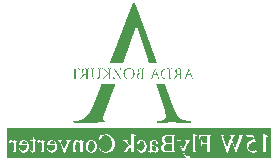
<source format=gbo>
G04*
G04 #@! TF.GenerationSoftware,Altium Limited,Altium Designer,23.4.1 (23)*
G04*
G04 Layer_Color=32896*
%FSLAX44Y44*%
%MOMM*%
G71*
G04*
G04 #@! TF.SameCoordinates,A62261B1-4730-41BB-8F10-B985FF82E821*
G04*
G04*
G04 #@! TF.FilePolarity,Positive*
G04*
G01*
G75*
G36*
X447152Y269553D02*
X447165Y269511D01*
X447212Y269483D01*
X447244Y269442D01*
X447253Y269423D01*
X447267Y269409D01*
X447360Y269400D01*
X447397Y269391D01*
X447420Y269349D01*
X447443Y269326D01*
X447461Y269317D01*
X447503Y269275D01*
X447512Y269257D01*
X447536Y269234D01*
X447554Y269224D01*
X447596Y269183D01*
X447605Y269164D01*
X447628Y269141D01*
X447646Y269132D01*
X447679Y269100D01*
X447688Y269081D01*
X447711Y269058D01*
X447730Y269049D01*
X447771Y269007D01*
X447780Y268989D01*
X447804Y268965D01*
X447822Y268956D01*
X447864Y268915D01*
X447873Y268896D01*
X447887Y268882D01*
X447933Y268855D01*
X447947Y268841D01*
X447956Y268720D01*
X447998Y268688D01*
X448016Y268679D01*
X448049Y268637D01*
X448058Y268619D01*
X448100Y268596D01*
X448123Y268572D01*
X448132Y268480D01*
X448141Y268443D01*
X448201Y268411D01*
X448215Y268397D01*
X448224Y268351D01*
X448215Y268314D01*
X448224Y268277D01*
X448238Y268263D01*
X448285Y268235D01*
X448298Y268221D01*
X448308Y268129D01*
X448317Y268092D01*
X448391Y268045D01*
X448400Y267925D01*
X448414Y267911D01*
X448460Y267883D01*
X448474Y267870D01*
X448488Y267837D01*
X448483Y267777D01*
X448497Y267736D01*
X448544Y267708D01*
X448567Y267685D01*
X448576Y267592D01*
X448585Y267555D01*
X448645Y267523D01*
X448668Y267490D01*
X448659Y267342D01*
X448673Y267292D01*
X448719Y267264D01*
X448742Y267241D01*
X448752Y267148D01*
X448761Y267111D01*
X448821Y267079D01*
X448839Y267051D01*
X448849Y266940D01*
X448895Y266912D01*
X448932Y266866D01*
X448927Y266797D01*
X448937Y266760D01*
X448987Y266727D01*
X449006Y266718D01*
X449015Y266700D01*
X449025Y266663D01*
X449020Y266593D01*
X449011Y266556D01*
X449029Y266492D01*
X449071Y266469D01*
X449112Y266418D01*
X449103Y266270D01*
X449117Y266228D01*
X449163Y266200D01*
X449186Y266177D01*
X449196Y266085D01*
X449205Y266048D01*
X449265Y266015D01*
X449279Y266001D01*
X449288Y265955D01*
X449279Y265835D01*
X449293Y265784D01*
X449339Y265756D01*
X449353Y265742D01*
X449376Y265710D01*
X449371Y265641D01*
X449380Y265604D01*
X449441Y265571D01*
X449464Y265530D01*
X449473Y265502D01*
X449464Y265465D01*
X449454Y265400D01*
X449473Y265336D01*
X449533Y265303D01*
X449556Y265271D01*
X449547Y265123D01*
X449561Y265072D01*
X449607Y265044D01*
X449630Y265021D01*
X449639Y264929D01*
X449649Y264892D01*
X449709Y264859D01*
X449732Y264818D01*
X449723Y264670D01*
X449741Y264623D01*
X449801Y264591D01*
X449824Y264549D01*
X449815Y264401D01*
X449824Y264364D01*
X449898Y264318D01*
X449908Y264216D01*
X449917Y264179D01*
X449958Y264156D01*
X449977Y264147D01*
X450000Y264115D01*
X449991Y263958D01*
X450009Y263911D01*
X450051Y263888D01*
X450070Y263879D01*
X450088Y263842D01*
X450083Y263689D01*
X450093Y263652D01*
X450134Y263629D01*
X450167Y263597D01*
X450176Y263560D01*
X450167Y263440D01*
X450181Y263389D01*
X450227Y263361D01*
X450241Y263347D01*
X450264Y263315D01*
X450259Y263245D01*
X450268Y263208D01*
X450319Y263176D01*
X450338Y263167D01*
X450347Y263148D01*
X450356Y263111D01*
X450352Y263042D01*
X450342Y263005D01*
X450361Y262940D01*
X450402Y262917D01*
X450444Y262866D01*
X450435Y262718D01*
X450449Y262677D01*
X450495Y262649D01*
X450518Y262626D01*
X450527Y262533D01*
X450537Y262496D01*
X450597Y262464D01*
X450611Y262450D01*
X450620Y262404D01*
X450611Y262283D01*
X450624Y262233D01*
X450671Y262205D01*
X450712Y262154D01*
X450703Y262006D01*
X450717Y261964D01*
X450763Y261937D01*
X450786Y261914D01*
X450796Y261895D01*
X450805Y261867D01*
X450796Y261803D01*
X450786Y261775D01*
X450796Y261710D01*
X450809Y261696D01*
X450856Y261668D01*
X450888Y261627D01*
X450879Y261479D01*
X450888Y261442D01*
X450902Y261428D01*
X450948Y261400D01*
X450962Y261386D01*
X450971Y261266D01*
X450985Y261252D01*
X451031Y261225D01*
X451054Y261201D01*
X451064Y261127D01*
X451054Y261063D01*
X451064Y260998D01*
X451078Y260984D01*
X451129Y260952D01*
X451152Y260919D01*
X451147Y260739D01*
X451170Y260716D01*
X451216Y260688D01*
X451230Y260674D01*
X451239Y260554D01*
X451253Y260540D01*
X451300Y260513D01*
X451332Y260471D01*
X451323Y260323D01*
X451332Y260286D01*
X451346Y260272D01*
X451392Y260244D01*
X451406Y260230D01*
X451420Y260198D01*
X451415Y260027D01*
X451438Y260004D01*
X451484Y259976D01*
X451508Y259934D01*
X451498Y259786D01*
X451517Y259740D01*
X451577Y259708D01*
X451600Y259666D01*
X451591Y259518D01*
X451600Y259481D01*
X451674Y259435D01*
X451683Y259333D01*
X451693Y259296D01*
X451734Y259273D01*
X451753Y259264D01*
X451776Y259232D01*
X451767Y259074D01*
X451785Y259028D01*
X451827Y259005D01*
X451845Y258996D01*
X451864Y258959D01*
X451859Y258806D01*
X451868Y258769D01*
X451942Y258723D01*
X451952Y258603D01*
X451965Y258589D01*
X452012Y258561D01*
X452025Y258547D01*
X452039Y258515D01*
X452035Y258362D01*
X452044Y258325D01*
X452095Y258293D01*
X452113Y258284D01*
X452123Y258265D01*
X452132Y258228D01*
X452127Y258159D01*
X452118Y258122D01*
X452136Y258057D01*
X452178Y258034D01*
X452220Y257983D01*
X452211Y257835D01*
X452224Y257794D01*
X452271Y257766D01*
X452294Y257743D01*
X452303Y257650D01*
X452312Y257613D01*
X452372Y257581D01*
X452386Y257567D01*
X452396Y257521D01*
X452386Y257400D01*
X452400Y257349D01*
X452446Y257322D01*
X452488Y257271D01*
X452479Y257123D01*
X452493Y257081D01*
X452539Y257054D01*
X452562Y257030D01*
X452571Y257012D01*
X452580Y256984D01*
X452571Y256919D01*
X452562Y256892D01*
X452571Y256827D01*
X452585Y256813D01*
X452631Y256785D01*
X452654Y256762D01*
X452664Y256716D01*
X452654Y256688D01*
X452668Y256637D01*
X452715Y256610D01*
X452738Y256587D01*
X452752Y256554D01*
X452747Y256411D01*
X452761Y256369D01*
X452807Y256341D01*
X452830Y256318D01*
X452839Y256244D01*
X452830Y256180D01*
X452839Y256115D01*
X452853Y256101D01*
X452899Y256073D01*
X452913Y256059D01*
X452927Y256027D01*
X452923Y255967D01*
X452937Y255925D01*
X452983Y255898D01*
X453006Y255875D01*
X453015Y255856D01*
X453024Y255828D01*
X453015Y255763D01*
X453006Y255736D01*
X453015Y255671D01*
X453029Y255657D01*
X453075Y255629D01*
X453108Y255588D01*
X453098Y255440D01*
X453108Y255403D01*
X453121Y255389D01*
X453168Y255361D01*
X453182Y255347D01*
X453195Y255315D01*
X453191Y255144D01*
X453214Y255121D01*
X453260Y255093D01*
X453279Y255065D01*
X453288Y254954D01*
X453334Y254926D01*
X453376Y254876D01*
X453367Y254728D01*
X453380Y254686D01*
X453427Y254658D01*
X453450Y254635D01*
X453459Y254617D01*
X453468Y254589D01*
X453459Y254524D01*
X453450Y254496D01*
X453459Y254432D01*
X453510Y254390D01*
X453528Y254381D01*
X453551Y254348D01*
X453542Y254191D01*
X453561Y254145D01*
X453625Y254108D01*
X453635Y253988D01*
X453649Y253974D01*
X453695Y253946D01*
X453718Y253923D01*
X453727Y253821D01*
X453718Y253784D01*
X453727Y253720D01*
X453741Y253706D01*
X453787Y253678D01*
X453801Y253664D01*
X453815Y253632D01*
X453811Y253479D01*
X453820Y253442D01*
X453880Y253410D01*
X453894Y253396D01*
X453903Y253276D01*
X453917Y253262D01*
X453963Y253234D01*
X453995Y253192D01*
X453986Y253044D01*
X453995Y253007D01*
X454009Y252994D01*
X454056Y252966D01*
X454069Y252952D01*
X454083Y252920D01*
X454079Y252767D01*
X454088Y252730D01*
X454148Y252698D01*
X454162Y252684D01*
X454171Y252638D01*
X454162Y252517D01*
X454176Y252466D01*
X454222Y252439D01*
X454259Y252392D01*
X454254Y252323D01*
X454264Y252286D01*
X454324Y252254D01*
X454347Y252212D01*
X454356Y252184D01*
X454347Y252147D01*
X454338Y252083D01*
X454356Y252018D01*
X454416Y251985D01*
X454439Y251953D01*
X454430Y251805D01*
X454444Y251754D01*
X454490Y251727D01*
X454513Y251703D01*
X454527Y251671D01*
X454523Y251528D01*
X454537Y251486D01*
X454583Y251458D01*
X454606Y251435D01*
X454615Y251361D01*
X454606Y251297D01*
X454615Y251232D01*
X454629Y251218D01*
X454675Y251190D01*
X454689Y251176D01*
X454703Y251144D01*
X454698Y251084D01*
X454712Y251042D01*
X454758Y251014D01*
X454781Y250991D01*
X454791Y250973D01*
X454800Y250945D01*
X454791Y250880D01*
X454781Y250853D01*
X454791Y250788D01*
X454805Y250774D01*
X454851Y250746D01*
X454883Y250705D01*
X454874Y250557D01*
X454883Y250520D01*
X454897Y250506D01*
X454943Y250478D01*
X454957Y250464D01*
X454971Y250432D01*
X454967Y250261D01*
X454990Y250238D01*
X455036Y250210D01*
X455054Y250182D01*
X455064Y250071D01*
X455110Y250043D01*
X455151Y249993D01*
X455142Y249844D01*
X455156Y249803D01*
X455202Y249775D01*
X455225Y249752D01*
X455235Y249734D01*
X455244Y249706D01*
X455235Y249641D01*
X455225Y249613D01*
X455235Y249548D01*
X455249Y249535D01*
X455295Y249507D01*
X455318Y249484D01*
X455327Y249438D01*
X455318Y249410D01*
X455332Y249359D01*
X455378Y249331D01*
X455401Y249308D01*
X455415Y249276D01*
X455410Y249105D01*
X455424Y249091D01*
X455471Y249063D01*
X455494Y249040D01*
X455503Y248938D01*
X455494Y248901D01*
X455503Y248836D01*
X455517Y248822D01*
X455563Y248795D01*
X455577Y248781D01*
X455591Y248749D01*
X455586Y248596D01*
X455595Y248559D01*
X455656Y248527D01*
X455669Y248513D01*
X455679Y248393D01*
X455692Y248379D01*
X455739Y248351D01*
X455771Y248309D01*
X455762Y248161D01*
X455771Y248124D01*
X455785Y248110D01*
X455831Y248083D01*
X455845Y248069D01*
X455859Y248036D01*
X455854Y247884D01*
X455864Y247847D01*
X455924Y247815D01*
X455938Y247801D01*
X455947Y247754D01*
X455938Y247634D01*
X455951Y247583D01*
X455998Y247556D01*
X456012Y247542D01*
X456035Y247509D01*
X456030Y247440D01*
X456039Y247403D01*
X456099Y247370D01*
X456123Y247329D01*
X456132Y247301D01*
X456123Y247264D01*
X456113Y247199D01*
X456132Y247135D01*
X456192Y247102D01*
X456215Y247070D01*
X456206Y246922D01*
X456220Y246871D01*
X456266Y246843D01*
X456289Y246820D01*
X456298Y246728D01*
X456307Y246691D01*
X456368Y246658D01*
X456391Y246617D01*
X456381Y246469D01*
X456400Y246423D01*
X456460Y246390D01*
X456483Y246349D01*
X456474Y246201D01*
X456483Y246164D01*
X456516Y246140D01*
X456534Y246131D01*
X456557Y246108D01*
X456566Y246090D01*
X456576Y246062D01*
X456566Y245997D01*
X456557Y245969D01*
X456566Y245905D01*
X456580Y245891D01*
X456627Y245863D01*
X456650Y245840D01*
X456659Y245794D01*
X456650Y245766D01*
X456659Y245720D01*
X456710Y245687D01*
X456728Y245678D01*
X456747Y245641D01*
X456742Y245488D01*
X456751Y245452D01*
X456793Y245428D01*
X456825Y245396D01*
X456835Y245359D01*
X456825Y245239D01*
X456839Y245188D01*
X456886Y245160D01*
X456927Y245109D01*
X456918Y244961D01*
X456932Y244920D01*
X456978Y244892D01*
X457006Y244864D01*
X457015Y244744D01*
X457061Y244716D01*
X457103Y244665D01*
X457094Y244517D01*
X457108Y244476D01*
X457154Y244448D01*
X457177Y244425D01*
X457191Y244393D01*
X457186Y244221D01*
X457200Y244208D01*
X457246Y244180D01*
X457274Y244152D01*
X457283Y244032D01*
X457329Y244004D01*
X457371Y243953D01*
X457362Y243805D01*
X457376Y243764D01*
X457422Y243736D01*
X457445Y243713D01*
X457454Y243694D01*
X457464Y243667D01*
X457454Y243602D01*
X457445Y243574D01*
X457454Y243509D01*
X457468Y243496D01*
X457514Y243468D01*
X457547Y243426D01*
X457538Y243278D01*
X457547Y243241D01*
X457561Y243227D01*
X457607Y243200D01*
X457621Y243186D01*
X457630Y243065D01*
X457644Y243052D01*
X457690Y243024D01*
X457713Y243001D01*
X457723Y242927D01*
X457713Y242862D01*
X457723Y242797D01*
X457736Y242783D01*
X457787Y242751D01*
X457810Y242719D01*
X457806Y242538D01*
X457829Y242515D01*
X457875Y242487D01*
X457898Y242446D01*
X457907Y242418D01*
X457898Y242381D01*
X457889Y242316D01*
X457907Y242252D01*
X457968Y242219D01*
X457991Y242187D01*
X457981Y242039D01*
X457995Y241988D01*
X458042Y241960D01*
X458065Y241937D01*
X458074Y241845D01*
X458083Y241808D01*
X458143Y241775D01*
X458166Y241734D01*
X458157Y241586D01*
X458176Y241539D01*
X458236Y241507D01*
X458259Y241465D01*
X458250Y241318D01*
X458259Y241280D01*
X458333Y241234D01*
X458342Y241133D01*
X458351Y241096D01*
X458393Y241072D01*
X458411Y241063D01*
X458435Y241031D01*
X458425Y240874D01*
X458444Y240827D01*
X458485Y240804D01*
X458504Y240795D01*
X458522Y240758D01*
X458518Y240605D01*
X458527Y240568D01*
X458569Y240545D01*
X458601Y240513D01*
X458610Y240476D01*
X458601Y240356D01*
X458615Y240305D01*
X458661Y240277D01*
X458698Y240231D01*
X458694Y240161D01*
X458703Y240124D01*
X458754Y240092D01*
X458772Y240083D01*
X458782Y240064D01*
X458791Y240027D01*
X458786Y239958D01*
X458777Y239921D01*
X458795Y239856D01*
X458837Y239833D01*
X458879Y239782D01*
X458869Y239634D01*
X458883Y239593D01*
X458929Y239565D01*
X458953Y239542D01*
X458966Y239510D01*
X458962Y239338D01*
X458976Y239324D01*
X459022Y239297D01*
X459050Y239269D01*
X459059Y239149D01*
X459105Y239121D01*
X459147Y239070D01*
X459137Y238922D01*
X459151Y238881D01*
X459198Y238853D01*
X459221Y238830D01*
X459230Y238811D01*
X459239Y238783D01*
X459230Y238719D01*
X459221Y238691D01*
X459230Y238626D01*
X459244Y238612D01*
X459290Y238585D01*
X459323Y238543D01*
X459313Y238395D01*
X459323Y238358D01*
X459336Y238344D01*
X459383Y238316D01*
X459397Y238302D01*
X459406Y238182D01*
X459420Y238168D01*
X459466Y238141D01*
X459489Y238118D01*
X459498Y238044D01*
X459489Y237979D01*
X459498Y237914D01*
X459512Y237900D01*
X459563Y237868D01*
X459586Y237836D01*
X459581Y237655D01*
X459605Y237632D01*
X459651Y237604D01*
X459665Y237590D01*
X459674Y237470D01*
X459688Y237456D01*
X459734Y237429D01*
X459766Y237387D01*
X459757Y237239D01*
X459766Y237202D01*
X459780Y237188D01*
X459827Y237160D01*
X459840Y237146D01*
X459854Y237114D01*
X459850Y236943D01*
X459873Y236920D01*
X459919Y236892D01*
X459938Y236864D01*
X459947Y236753D01*
X459993Y236726D01*
X460035Y236675D01*
X460025Y236527D01*
X460039Y236485D01*
X460085Y236457D01*
X460109Y236434D01*
X460118Y236416D01*
X460127Y236388D01*
X460118Y236323D01*
X460109Y236296D01*
X460118Y236231D01*
X460169Y236189D01*
X460187Y236180D01*
X460210Y236148D01*
X460201Y235990D01*
X460220Y235944D01*
X460261Y235921D01*
X460280Y235912D01*
X460298Y235875D01*
X460294Y235722D01*
X460303Y235685D01*
X460377Y235639D01*
X460386Y235519D01*
X460400Y235505D01*
X460446Y235477D01*
X460460Y235463D01*
X460474Y235431D01*
X460469Y235278D01*
X460479Y235241D01*
X460529Y235209D01*
X460548Y235200D01*
X460557Y235181D01*
X460566Y235144D01*
X460562Y235075D01*
X460552Y235038D01*
X460571Y234973D01*
X460645Y234927D01*
X460654Y234881D01*
X460645Y234844D01*
X460654Y234807D01*
X460668Y234793D01*
X460714Y234765D01*
X460728Y234751D01*
X460742Y234719D01*
X460737Y234566D01*
X460747Y234529D01*
X460807Y234497D01*
X460821Y234483D01*
X460830Y234437D01*
X460821Y234317D01*
X460835Y234266D01*
X460881Y234238D01*
X460923Y234187D01*
X460913Y234039D01*
X460927Y233997D01*
X460973Y233970D01*
X460996Y233946D01*
X461006Y233854D01*
X461015Y233817D01*
X461075Y233785D01*
X461098Y233752D01*
X461089Y233604D01*
X461103Y233554D01*
X461149Y233526D01*
X461172Y233503D01*
X461186Y233470D01*
X461181Y233327D01*
X461195Y233285D01*
X461242Y233258D01*
X461265Y233234D01*
X461274Y233160D01*
X461265Y233096D01*
X461274Y233031D01*
X461288Y233017D01*
X461334Y232989D01*
X461348Y232976D01*
X461362Y232943D01*
X461357Y232883D01*
X461371Y232841D01*
X461417Y232814D01*
X461440Y232791D01*
X461450Y232772D01*
X461459Y232744D01*
X461450Y232680D01*
X461440Y232652D01*
X461450Y232587D01*
X461464Y232573D01*
X461510Y232545D01*
X461542Y232504D01*
X461533Y232356D01*
X461542Y232319D01*
X461556Y232305D01*
X461602Y232277D01*
X461616Y232263D01*
X461630Y232231D01*
X461625Y232060D01*
X461648Y232037D01*
X461695Y232009D01*
X461718Y231967D01*
X461709Y231819D01*
X461727Y231773D01*
X461792Y231736D01*
X461806Y231704D01*
X461801Y231644D01*
X461815Y231602D01*
X461861Y231574D01*
X461884Y231551D01*
X461894Y231533D01*
X461903Y231505D01*
X461894Y231440D01*
X461884Y231413D01*
X461894Y231348D01*
X461944Y231306D01*
X461963Y231297D01*
X461986Y231264D01*
X461977Y231107D01*
X461995Y231061D01*
X462060Y231024D01*
X462069Y230904D01*
X462083Y230890D01*
X462129Y230862D01*
X462152Y230839D01*
X462162Y230737D01*
X462152Y230700D01*
X462162Y230636D01*
X462176Y230622D01*
X462222Y230594D01*
X462236Y230580D01*
X462250Y230548D01*
X462245Y230395D01*
X462254Y230358D01*
X462314Y230326D01*
X462328Y230312D01*
X462337Y230192D01*
X462351Y230178D01*
X462398Y230150D01*
X462430Y230109D01*
X462421Y229960D01*
X462430Y229923D01*
X462444Y229910D01*
X462490Y229882D01*
X462504Y229868D01*
X462518Y229836D01*
X462513Y229683D01*
X462522Y229646D01*
X462583Y229614D01*
X462596Y229600D01*
X462606Y229554D01*
X462596Y229433D01*
X462610Y229382D01*
X462657Y229355D01*
X462670Y229341D01*
X462693Y229308D01*
X462689Y229239D01*
X462698Y229202D01*
X462758Y229170D01*
X462781Y229128D01*
X462791Y229100D01*
X462781Y229063D01*
X462772Y228999D01*
X462791Y228934D01*
X462851Y228902D01*
X462874Y228869D01*
X462865Y228721D01*
X462878Y228670D01*
X462925Y228643D01*
X462948Y228619D01*
X462962Y228587D01*
X462957Y228444D01*
X462971Y228402D01*
X463017Y228374D01*
X463045Y228347D01*
X463054Y228226D01*
X463119Y228189D01*
X463142Y228148D01*
X463133Y228000D01*
X463142Y227963D01*
X463174Y227940D01*
X463193Y227931D01*
X463216Y227907D01*
X463225Y227889D01*
X463234Y227861D01*
X463225Y227796D01*
X463216Y227769D01*
X463225Y227704D01*
X463239Y227690D01*
X463285Y227662D01*
X463308Y227639D01*
X463318Y227593D01*
X463308Y227565D01*
X463318Y227519D01*
X463369Y227487D01*
X463387Y227477D01*
X463406Y227440D01*
X463401Y227288D01*
X463410Y227251D01*
X463452Y227228D01*
X463484Y227195D01*
X463493Y227158D01*
X463484Y227038D01*
X463498Y226987D01*
X463544Y226959D01*
X463586Y226908D01*
X463577Y226761D01*
X463591Y226719D01*
X463637Y226691D01*
X463665Y226663D01*
X463674Y226543D01*
X463720Y226516D01*
X463762Y226465D01*
X463753Y226317D01*
X463766Y226275D01*
X463813Y226247D01*
X463836Y226224D01*
X463850Y226192D01*
X463845Y226021D01*
X463859Y226007D01*
X463905Y225979D01*
X463928Y225956D01*
X463937Y225854D01*
X463928Y225817D01*
X463937Y225753D01*
X463951Y225739D01*
X463997Y225711D01*
X464011Y225697D01*
X464025Y225665D01*
X464021Y225604D01*
X464035Y225563D01*
X464081Y225535D01*
X464104Y225512D01*
X464113Y225494D01*
X464122Y225466D01*
X464113Y225401D01*
X464104Y225373D01*
X464113Y225308D01*
X464127Y225295D01*
X464173Y225267D01*
X464206Y225225D01*
X464196Y225077D01*
X464206Y225040D01*
X464220Y225026D01*
X464266Y224999D01*
X464280Y224985D01*
X464289Y224865D01*
X464303Y224851D01*
X464349Y224823D01*
X464372Y224800D01*
X464381Y224726D01*
X464372Y224661D01*
X464381Y224597D01*
X464395Y224583D01*
X464446Y224550D01*
X464469Y224518D01*
X464465Y224338D01*
X464488Y224314D01*
X464534Y224287D01*
X464557Y224245D01*
X464566Y224217D01*
X464557Y224180D01*
X464548Y224116D01*
X464566Y224051D01*
X464627Y224018D01*
X464650Y223986D01*
X464640Y223838D01*
X464654Y223787D01*
X464700Y223759D01*
X464724Y223736D01*
X464733Y223644D01*
X464742Y223607D01*
X464802Y223575D01*
X464825Y223533D01*
X464816Y223385D01*
X464835Y223339D01*
X464895Y223306D01*
X464918Y223265D01*
X464908Y223117D01*
X464918Y223080D01*
X464950Y223057D01*
X464969Y223047D01*
X464992Y223024D01*
X465001Y223006D01*
X465010Y222978D01*
X465001Y222913D01*
X464992Y222885D01*
X465001Y222821D01*
X465015Y222807D01*
X465061Y222779D01*
X465084Y222756D01*
X465093Y222710D01*
X465084Y222682D01*
X465093Y222636D01*
X465144Y222603D01*
X465163Y222594D01*
X465181Y222557D01*
X465177Y222405D01*
X465186Y222368D01*
X465228Y222344D01*
X465260Y222312D01*
X465269Y222275D01*
X465260Y222155D01*
X465274Y222104D01*
X465320Y222076D01*
X465362Y222025D01*
X465352Y221877D01*
X465366Y221836D01*
X465413Y221808D01*
X465440Y221780D01*
X465449Y221660D01*
X465496Y221632D01*
X465537Y221581D01*
X465528Y221434D01*
X465542Y221392D01*
X465588Y221364D01*
X465611Y221341D01*
X465625Y221309D01*
X465621Y221138D01*
X465634Y221124D01*
X465681Y221096D01*
X465709Y221068D01*
X465718Y220948D01*
X465764Y220920D01*
X465806Y220869D01*
X465796Y220721D01*
X465810Y220680D01*
X465856Y220652D01*
X465880Y220629D01*
X465889Y220610D01*
X465898Y220583D01*
X465889Y220518D01*
X465880Y220490D01*
X465889Y220425D01*
X465903Y220411D01*
X465949Y220384D01*
X465981Y220342D01*
X465972Y220194D01*
X465981Y220157D01*
X465995Y220143D01*
X466041Y220116D01*
X466055Y220102D01*
X466064Y219981D01*
X466078Y219968D01*
X466125Y219940D01*
X466148Y219917D01*
X466157Y219843D01*
X466148Y219778D01*
X466157Y219713D01*
X466171Y219699D01*
X466222Y219667D01*
X466245Y219635D01*
X466240Y219454D01*
X466263Y219431D01*
X466310Y219403D01*
X466333Y219362D01*
X466342Y219334D01*
X466333Y219297D01*
X466324Y219232D01*
X466342Y219168D01*
X466384Y219144D01*
X466416Y219112D01*
X466425Y219038D01*
X466416Y219001D01*
X466393Y218978D01*
X459706Y218969D01*
X459683Y218992D01*
X459674Y219112D01*
X459660Y219126D01*
X459614Y219154D01*
X459581Y219195D01*
X459591Y219343D01*
X459581Y219380D01*
X459540Y219413D01*
X459521Y219422D01*
X459507Y219436D01*
X459494Y219468D01*
X459498Y219639D01*
X459475Y219662D01*
X459429Y219690D01*
X459415Y219704D01*
X459406Y219769D01*
X459415Y219861D01*
X459397Y219926D01*
X459336Y219958D01*
X459313Y220000D01*
X459323Y220148D01*
X459313Y220185D01*
X459281Y220208D01*
X459262Y220217D01*
X459249Y220231D01*
X459221Y220277D01*
X459230Y220351D01*
X459239Y220379D01*
X459230Y220444D01*
X459188Y220476D01*
X459170Y220485D01*
X459137Y220527D01*
X459147Y220675D01*
X459137Y220712D01*
X459096Y220744D01*
X459077Y220754D01*
X459063Y220768D01*
X459050Y220800D01*
X459054Y220971D01*
X459031Y220994D01*
X458985Y221022D01*
X458971Y221036D01*
X458962Y221101D01*
X458971Y221193D01*
X458953Y221258D01*
X458892Y221290D01*
X458869Y221332D01*
X458879Y221480D01*
X458869Y221517D01*
X458837Y221540D01*
X458819Y221549D01*
X458805Y221563D01*
X458777Y221609D01*
X458786Y221683D01*
X458795Y221711D01*
X458786Y221776D01*
X458745Y221808D01*
X458726Y221817D01*
X458703Y221840D01*
X458694Y221979D01*
X458703Y222072D01*
X458694Y222136D01*
X458620Y222183D01*
X458610Y222303D01*
X458587Y222326D01*
X458541Y222354D01*
X458527Y222368D01*
X458518Y222432D01*
X458527Y222525D01*
X458509Y222589D01*
X458448Y222622D01*
X458425Y222663D01*
X458435Y222812D01*
X458425Y222848D01*
X458393Y222872D01*
X458374Y222881D01*
X458347Y222909D01*
X458338Y222946D01*
X458342Y223172D01*
X458333Y223209D01*
X458273Y223242D01*
X458250Y223274D01*
X458254Y223334D01*
X458250Y223376D01*
X458236Y223389D01*
X458190Y223417D01*
X458176Y223431D01*
X458162Y223463D01*
X458166Y223699D01*
X458153Y223741D01*
X458106Y223769D01*
X458083Y223792D01*
X458074Y223866D01*
X458083Y223930D01*
X458074Y223995D01*
X458060Y224009D01*
X458014Y224037D01*
X457981Y224079D01*
X457991Y224226D01*
X457981Y224263D01*
X457968Y224277D01*
X457921Y224305D01*
X457889Y224365D01*
X457898Y224439D01*
X457907Y224467D01*
X457889Y224541D01*
X457829Y224573D01*
X457806Y224606D01*
X457815Y224754D01*
X457801Y224804D01*
X457755Y224832D01*
X457741Y224846D01*
X457718Y224879D01*
X457723Y225031D01*
X457709Y225073D01*
X457662Y225100D01*
X457639Y225124D01*
X457630Y225198D01*
X457639Y225262D01*
X457630Y225327D01*
X457616Y225341D01*
X457570Y225369D01*
X457538Y225410D01*
X457547Y225558D01*
X457538Y225595D01*
X457524Y225609D01*
X457477Y225637D01*
X457445Y225697D01*
X457454Y225771D01*
X457464Y225799D01*
X457445Y225873D01*
X457385Y225905D01*
X457362Y225937D01*
X457371Y226085D01*
X457357Y226136D01*
X457311Y226164D01*
X457297Y226178D01*
X457274Y226210D01*
X457279Y226363D01*
X457265Y226404D01*
X457219Y226432D01*
X457195Y226455D01*
X457186Y226529D01*
X457195Y226594D01*
X457186Y226659D01*
X457172Y226673D01*
X457126Y226700D01*
X457094Y226742D01*
X457103Y226890D01*
X457094Y226927D01*
X457080Y226941D01*
X457034Y226969D01*
X457001Y227029D01*
X457010Y227103D01*
X457020Y227131D01*
X457001Y227204D01*
X456941Y227237D01*
X456918Y227269D01*
X456927Y227417D01*
X456913Y227468D01*
X456867Y227496D01*
X456853Y227510D01*
X456830Y227542D01*
X456835Y227787D01*
X456825Y227824D01*
X456765Y227857D01*
X456742Y227898D01*
X456751Y228046D01*
X456733Y228092D01*
X456691Y228115D01*
X456650Y228166D01*
X456659Y228314D01*
X456645Y228356D01*
X456599Y228384D01*
X456576Y228407D01*
X456566Y228425D01*
X456557Y228453D01*
X456571Y228550D01*
X456566Y228610D01*
X456553Y228624D01*
X456506Y228652D01*
X456474Y228694D01*
X456483Y228841D01*
X456474Y228878D01*
X456460Y228892D01*
X456414Y228920D01*
X456400Y228934D01*
X456386Y228966D01*
X456391Y229119D01*
X456381Y229156D01*
X456321Y229188D01*
X456298Y229230D01*
X456307Y229378D01*
X456289Y229424D01*
X456247Y229447D01*
X456206Y229498D01*
X456215Y229646D01*
X456201Y229688D01*
X456155Y229715D01*
X456132Y229739D01*
X456123Y229757D01*
X456113Y229785D01*
X456127Y229882D01*
X456123Y229942D01*
X456109Y229956D01*
X456062Y229984D01*
X456030Y230025D01*
X456039Y230173D01*
X456030Y230210D01*
X456016Y230224D01*
X455970Y230252D01*
X455956Y230266D01*
X455942Y230298D01*
X455947Y230451D01*
X455938Y230488D01*
X455877Y230520D01*
X455854Y230562D01*
X455864Y230710D01*
X455845Y230756D01*
X455803Y230779D01*
X455762Y230830D01*
X455771Y230978D01*
X455757Y231019D01*
X455711Y231047D01*
X455688Y231070D01*
X455679Y231089D01*
X455669Y231117D01*
X455683Y231214D01*
X455679Y231274D01*
X455665Y231288D01*
X455619Y231315D01*
X455586Y231357D01*
X455595Y231505D01*
X455586Y231542D01*
X455572Y231556D01*
X455526Y231584D01*
X455512Y231597D01*
X455498Y231630D01*
X455503Y231782D01*
X455494Y231819D01*
X455434Y231852D01*
X455410Y231893D01*
X455420Y232041D01*
X455401Y232088D01*
X455359Y232111D01*
X455318Y232162D01*
X455327Y232309D01*
X455313Y232351D01*
X455267Y232379D01*
X455244Y232402D01*
X455235Y232421D01*
X455225Y232448D01*
X455239Y232545D01*
X455235Y232605D01*
X455221Y232619D01*
X455175Y232647D01*
X455151Y232670D01*
X455142Y232800D01*
X455151Y232920D01*
X455138Y232971D01*
X455091Y232999D01*
X455068Y233022D01*
X455054Y233054D01*
X455059Y233225D01*
X455045Y233239D01*
X454999Y233267D01*
X454976Y233290D01*
X454967Y233392D01*
X454976Y233429D01*
X454967Y233493D01*
X454953Y233507D01*
X454906Y233535D01*
X454874Y233577D01*
X454883Y233752D01*
X454860Y233776D01*
X454814Y233803D01*
X454781Y233863D01*
X454791Y233937D01*
X454800Y233965D01*
X454781Y234039D01*
X454740Y234062D01*
X454698Y234104D01*
X454707Y234252D01*
X454694Y234303D01*
X454647Y234330D01*
X454624Y234353D01*
X454610Y234386D01*
X454615Y234557D01*
X454601Y234571D01*
X454555Y234599D01*
X454532Y234622D01*
X454523Y234723D01*
X454532Y234760D01*
X454523Y234825D01*
X454509Y234839D01*
X454463Y234867D01*
X454430Y234908D01*
X454439Y235084D01*
X454416Y235107D01*
X454370Y235135D01*
X454338Y235195D01*
X454347Y235269D01*
X454356Y235297D01*
X454338Y235371D01*
X454296Y235394D01*
X454254Y235436D01*
X454264Y235583D01*
X454250Y235634D01*
X454203Y235662D01*
X454180Y235685D01*
X454166Y235718D01*
X454171Y235889D01*
X454157Y235903D01*
X454111Y235930D01*
X454088Y235954D01*
X454079Y236055D01*
X454088Y236092D01*
X454079Y236157D01*
X454065Y236171D01*
X454019Y236199D01*
X453986Y236240D01*
X453995Y236416D01*
X453972Y236439D01*
X453926Y236467D01*
X453894Y236527D01*
X453903Y236601D01*
X453912Y236629D01*
X453894Y236702D01*
X453852Y236726D01*
X453820Y236758D01*
X453811Y236841D01*
X453820Y237017D01*
X453801Y237063D01*
X453750Y237086D01*
X453736Y237100D01*
X453727Y237220D01*
X453713Y237234D01*
X453667Y237262D01*
X453644Y237285D01*
X453635Y237470D01*
X453644Y237535D01*
X453630Y237586D01*
X453584Y237614D01*
X453542Y237664D01*
X453551Y237812D01*
X453538Y237854D01*
X453491Y237882D01*
X453468Y237905D01*
X453459Y237923D01*
X453450Y237951D01*
X453454Y237993D01*
X453464Y238048D01*
X453459Y238108D01*
X453408Y238150D01*
X453390Y238159D01*
X453367Y238192D01*
X453376Y238349D01*
X453357Y238395D01*
X453316Y238418D01*
X453297Y238427D01*
X453279Y238464D01*
X453283Y238617D01*
X453274Y238654D01*
X453232Y238677D01*
X453200Y238710D01*
X453191Y238746D01*
X453200Y238867D01*
X453186Y238918D01*
X453140Y238945D01*
X453098Y238996D01*
X453108Y239144D01*
X453094Y239186D01*
X453047Y239214D01*
X453024Y239237D01*
X453015Y239255D01*
X453006Y239283D01*
X453010Y239324D01*
X453020Y239380D01*
X453015Y239440D01*
X452964Y239482D01*
X452946Y239491D01*
X452923Y239523D01*
X452932Y239681D01*
X452913Y239727D01*
X452872Y239750D01*
X452853Y239759D01*
X452835Y239796D01*
X452839Y239949D01*
X452830Y239986D01*
X452789Y240009D01*
X452756Y240041D01*
X452747Y240078D01*
X452756Y240198D01*
X452742Y240249D01*
X452696Y240277D01*
X452654Y240328D01*
X452664Y240476D01*
X452650Y240518D01*
X452603Y240545D01*
X452580Y240568D01*
X452571Y240587D01*
X452562Y240615D01*
X452567Y240656D01*
X452576Y240712D01*
X452571Y240772D01*
X452520Y240813D01*
X452502Y240823D01*
X452479Y240855D01*
X452488Y241012D01*
X452469Y241059D01*
X452428Y241082D01*
X452409Y241091D01*
X452391Y241128D01*
X452396Y241280D01*
X452386Y241318D01*
X452345Y241341D01*
X452312Y241373D01*
X452303Y241410D01*
X452312Y241530D01*
X452298Y241581D01*
X452252Y241609D01*
X452211Y241660D01*
X452220Y241808D01*
X452206Y241849D01*
X452160Y241877D01*
X452136Y241900D01*
X452127Y241919D01*
X452118Y241946D01*
X452123Y241988D01*
X452132Y242043D01*
X452127Y242104D01*
X452076Y242145D01*
X452058Y242155D01*
X452044Y242168D01*
X452035Y242279D01*
X452044Y242427D01*
X452035Y242464D01*
X451993Y242497D01*
X451975Y242506D01*
X451961Y242520D01*
X451947Y242552D01*
X451952Y242723D01*
X451928Y242746D01*
X451882Y242774D01*
X451868Y242788D01*
X451859Y242853D01*
X451868Y242945D01*
X451850Y243010D01*
X451790Y243042D01*
X451767Y243084D01*
X451776Y243232D01*
X451767Y243269D01*
X451734Y243292D01*
X451716Y243301D01*
X451702Y243315D01*
X451674Y243361D01*
X451683Y243435D01*
X451693Y243463D01*
X451683Y243528D01*
X451642Y243560D01*
X451623Y243570D01*
X451591Y243611D01*
X451600Y243759D01*
X451591Y243796D01*
X451549Y243828D01*
X451531Y243838D01*
X451517Y243852D01*
X451503Y243884D01*
X451508Y244055D01*
X451484Y244078D01*
X451438Y244106D01*
X451424Y244120D01*
X451415Y244184D01*
X451424Y244277D01*
X451406Y244342D01*
X451346Y244374D01*
X451323Y244416D01*
X451332Y244564D01*
X451323Y244601D01*
X451290Y244624D01*
X451272Y244633D01*
X451258Y244647D01*
X451230Y244693D01*
X451239Y244767D01*
X451249Y244795D01*
X451239Y244860D01*
X451198Y244892D01*
X451179Y244901D01*
X451147Y244943D01*
X451156Y245091D01*
X451147Y245128D01*
X451105Y245160D01*
X451087Y245170D01*
X451073Y245183D01*
X451059Y245216D01*
X451064Y245387D01*
X451041Y245410D01*
X450994Y245438D01*
X450980Y245452D01*
X450971Y245516D01*
X450980Y245609D01*
X450962Y245674D01*
X450902Y245706D01*
X450879Y245747D01*
X450888Y245895D01*
X450879Y245932D01*
X450846Y245956D01*
X450828Y245965D01*
X450800Y245993D01*
X450791Y246030D01*
X450796Y246256D01*
X450786Y246293D01*
X450726Y246325D01*
X450703Y246358D01*
X450708Y246418D01*
X450703Y246460D01*
X450689Y246473D01*
X450643Y246501D01*
X450629Y246515D01*
X450615Y246547D01*
X450620Y246719D01*
X450597Y246742D01*
X450550Y246769D01*
X450537Y246783D01*
X450527Y246848D01*
X450537Y246940D01*
X450518Y247005D01*
X450458Y247038D01*
X450444Y247052D01*
X450435Y247135D01*
X450444Y247162D01*
X450439Y247213D01*
X450444Y247311D01*
X450435Y247347D01*
X450421Y247361D01*
X450375Y247389D01*
X450361Y247403D01*
X450352Y247523D01*
X450338Y247537D01*
X450291Y247565D01*
X450268Y247588D01*
X450259Y247690D01*
X450268Y247838D01*
X450255Y247889D01*
X450208Y247916D01*
X450194Y247930D01*
X450171Y247962D01*
X450176Y248115D01*
X450162Y248157D01*
X450116Y248184D01*
X450093Y248207D01*
X450083Y248281D01*
X450093Y248346D01*
X450083Y248411D01*
X450070Y248425D01*
X450023Y248453D01*
X449991Y248494D01*
X450000Y248559D01*
X449991Y248596D01*
X449917Y248642D01*
X449908Y248744D01*
X449898Y248781D01*
X449847Y248804D01*
X449824Y248827D01*
X449815Y248883D01*
X449824Y248910D01*
X449810Y248952D01*
X449764Y248980D01*
X449741Y249003D01*
X449732Y249095D01*
X449723Y249132D01*
X449663Y249165D01*
X449649Y249179D01*
X449639Y249299D01*
X449626Y249313D01*
X449579Y249340D01*
X449556Y249373D01*
X449547Y249391D01*
X449505Y249424D01*
X449487Y249433D01*
X449450Y249488D01*
X449431Y249498D01*
X449413Y249516D01*
X449394Y249525D01*
X449390Y249539D01*
X449371Y249558D01*
X449362Y249576D01*
X449330Y249599D01*
X449311Y249609D01*
X449288Y249641D01*
X449279Y249660D01*
X449256Y249683D01*
X449172Y249692D01*
X449145Y249683D01*
X448997Y249692D01*
X448955Y249678D01*
X448927Y249632D01*
X448904Y249609D01*
X448812Y249599D01*
X448775Y249590D01*
X448761Y249567D01*
X448752Y249548D01*
X448719Y249516D01*
X448701Y249507D01*
X448678Y249484D01*
X448668Y249465D01*
X448641Y249438D01*
X448585Y249401D01*
X448576Y249280D01*
X448525Y249239D01*
X448507Y249229D01*
X448493Y249206D01*
X448483Y249188D01*
X448470Y249174D01*
X448423Y249146D01*
X448409Y249132D01*
X448400Y249040D01*
X448391Y249003D01*
X448317Y248957D01*
X448308Y248855D01*
X448298Y248818D01*
X448248Y248795D01*
X448234Y248781D01*
X448220Y248749D01*
X448224Y248688D01*
X448211Y248647D01*
X448164Y248619D01*
X448141Y248596D01*
X448132Y248577D01*
X448123Y248550D01*
X448132Y248485D01*
X448141Y248457D01*
X448132Y248393D01*
X448118Y248379D01*
X448072Y248351D01*
X448049Y248328D01*
X448040Y248272D01*
X448049Y248245D01*
X448035Y248203D01*
X447989Y248175D01*
X447966Y248152D01*
X447952Y248120D01*
X447956Y247976D01*
X447942Y247935D01*
X447896Y247907D01*
X447873Y247884D01*
X447864Y247810D01*
X447873Y247745D01*
X447864Y247680D01*
X447850Y247666D01*
X447804Y247639D01*
X447771Y247597D01*
X447780Y247449D01*
X447767Y247407D01*
X447702Y247361D01*
X447683Y247315D01*
X447688Y247236D01*
X447697Y247209D01*
X447679Y247135D01*
X447619Y247102D01*
X447614Y247089D01*
X447596Y247070D01*
X447605Y246922D01*
X447591Y246871D01*
X447545Y246843D01*
X447522Y246820D01*
X447508Y246788D01*
X447512Y246645D01*
X447498Y246603D01*
X447452Y246575D01*
X447429Y246552D01*
X447420Y246478D01*
X447429Y246413D01*
X447420Y246349D01*
X447406Y246335D01*
X447360Y246307D01*
X447346Y246293D01*
X447332Y246261D01*
X447337Y246201D01*
X447323Y246159D01*
X447276Y246131D01*
X447253Y246108D01*
X447244Y246090D01*
X447235Y246062D01*
X447244Y245997D01*
X447253Y245969D01*
X447244Y245905D01*
X447230Y245891D01*
X447184Y245863D01*
X447152Y245821D01*
X447161Y245674D01*
X447152Y245637D01*
X447138Y245623D01*
X447091Y245595D01*
X447078Y245581D01*
X447064Y245549D01*
X447068Y245378D01*
X447045Y245354D01*
X446999Y245327D01*
X446976Y245285D01*
X446985Y245137D01*
X446967Y245091D01*
X446902Y245054D01*
X446888Y245021D01*
X446893Y244961D01*
X446883Y244924D01*
X446842Y244892D01*
X446823Y244883D01*
X446810Y244869D01*
X446800Y244850D01*
X446791Y244823D01*
X446800Y244758D01*
X446810Y244730D01*
X446800Y244665D01*
X446749Y244624D01*
X446731Y244615D01*
X446708Y244582D01*
X446717Y244425D01*
X446698Y244379D01*
X446685Y244374D01*
X446680Y244370D01*
X446657Y244356D01*
X446638Y244346D01*
X446620Y244309D01*
X446624Y244157D01*
X446615Y244120D01*
X446574Y244097D01*
X446541Y244064D01*
X446532Y243990D01*
X446541Y243925D01*
X446532Y243861D01*
X446490Y243828D01*
X446472Y243819D01*
X446440Y243778D01*
X446449Y243630D01*
X446440Y243593D01*
X446398Y243560D01*
X446379Y243551D01*
X446366Y243537D01*
X446356Y243519D01*
X446347Y243491D01*
X446356Y243426D01*
X446366Y243398D01*
X446356Y243334D01*
X446333Y243311D01*
X446287Y243283D01*
X446273Y243269D01*
X446264Y243223D01*
X446273Y243195D01*
X446259Y243144D01*
X446213Y243116D01*
X446190Y243093D01*
X446176Y243061D01*
X446181Y242825D01*
X446171Y242788D01*
X446097Y242742D01*
X446088Y242621D01*
X446074Y242608D01*
X446028Y242580D01*
X446014Y242566D01*
X446000Y242534D01*
X446005Y242381D01*
X445996Y242344D01*
X445945Y242312D01*
X445926Y242302D01*
X445903Y242252D01*
X445912Y242178D01*
X445922Y242150D01*
X445903Y242076D01*
X445862Y242053D01*
X445820Y242011D01*
X445829Y241854D01*
X445815Y241812D01*
X445769Y241784D01*
X445746Y241761D01*
X445732Y241729D01*
X445737Y241558D01*
X445723Y241544D01*
X445676Y241516D01*
X445649Y241489D01*
X445639Y241368D01*
X445593Y241341D01*
X445552Y241290D01*
X445561Y241142D01*
X445547Y241100D01*
X445501Y241072D01*
X445478Y241049D01*
X445468Y241031D01*
X445459Y241003D01*
X445468Y240938D01*
X445478Y240910D01*
X445468Y240846D01*
X445455Y240832D01*
X445408Y240804D01*
X445376Y240763D01*
X445385Y240615D01*
X445376Y240578D01*
X445362Y240564D01*
X445316Y240536D01*
X445302Y240522D01*
X445288Y240490D01*
X445293Y240337D01*
X445283Y240300D01*
X445210Y240254D01*
X445200Y240208D01*
X445210Y240088D01*
X445196Y240037D01*
X445149Y240009D01*
X445108Y239958D01*
X445117Y239810D01*
X445103Y239768D01*
X445057Y239741D01*
X445034Y239718D01*
X445024Y239699D01*
X445015Y239671D01*
X445024Y239606D01*
X445034Y239579D01*
X445024Y239514D01*
X445011Y239500D01*
X444964Y239472D01*
X444941Y239449D01*
X444932Y239394D01*
X444941Y239366D01*
X444927Y239324D01*
X444881Y239297D01*
X444858Y239274D01*
X444844Y239241D01*
X444849Y239098D01*
X444835Y239056D01*
X444789Y239028D01*
X444766Y239005D01*
X444756Y238931D01*
X444766Y238867D01*
X444756Y238802D01*
X444742Y238788D01*
X444696Y238760D01*
X444664Y238719D01*
X444673Y238571D01*
X444659Y238529D01*
X444594Y238483D01*
X444576Y238437D01*
X444581Y238358D01*
X444590Y238330D01*
X444571Y238256D01*
X444511Y238224D01*
X444507Y238210D01*
X444488Y238192D01*
X444497Y238044D01*
X444483Y237993D01*
X444437Y237965D01*
X444414Y237942D01*
X444405Y237849D01*
X444396Y237812D01*
X444336Y237780D01*
X444312Y237738D01*
X444322Y237590D01*
X444303Y237544D01*
X444243Y237512D01*
X444220Y237470D01*
X444229Y237322D01*
X444220Y237285D01*
X444188Y237262D01*
X444169Y237253D01*
X444146Y237230D01*
X444137Y237211D01*
X444128Y237183D01*
X444137Y237119D01*
X444146Y237091D01*
X444137Y237026D01*
X444123Y237012D01*
X444077Y236985D01*
X444044Y236943D01*
X444053Y236795D01*
X444044Y236758D01*
X444030Y236744D01*
X443984Y236716D01*
X443970Y236702D01*
X443956Y236670D01*
X443961Y236499D01*
X443938Y236476D01*
X443892Y236448D01*
X443868Y236407D01*
X443878Y236259D01*
X443859Y236212D01*
X443794Y236175D01*
X443781Y236143D01*
X443785Y236083D01*
X443776Y236046D01*
X443734Y236014D01*
X443716Y236004D01*
X443697Y235986D01*
X443688Y235949D01*
X443693Y235695D01*
X443679Y235681D01*
X443633Y235653D01*
X443610Y235630D01*
X443600Y235583D01*
X443610Y235556D01*
X443600Y235509D01*
X443549Y235477D01*
X443531Y235468D01*
X443512Y235431D01*
X443517Y235278D01*
X443508Y235241D01*
X443466Y235218D01*
X443434Y235186D01*
X443424Y235112D01*
X443434Y235047D01*
X443424Y234982D01*
X443383Y234950D01*
X443364Y234941D01*
X443332Y234899D01*
X443341Y234751D01*
X443332Y234714D01*
X443290Y234682D01*
X443272Y234673D01*
X443258Y234659D01*
X443249Y234640D01*
X443240Y234612D01*
X443249Y234548D01*
X443258Y234520D01*
X443249Y234455D01*
X443226Y234432D01*
X443180Y234404D01*
X443166Y234390D01*
X443156Y234344D01*
X443166Y234317D01*
X443152Y234266D01*
X443106Y234238D01*
X443082Y234215D01*
X443069Y234182D01*
X443073Y234011D01*
X443059Y233997D01*
X443013Y233970D01*
X442990Y233946D01*
X442981Y233845D01*
X442990Y233808D01*
X442981Y233743D01*
X442967Y233729D01*
X442920Y233701D01*
X442907Y233688D01*
X442893Y233655D01*
X442897Y233503D01*
X442888Y233466D01*
X442837Y233433D01*
X442819Y233424D01*
X442796Y233373D01*
X442805Y233299D01*
X442814Y233271D01*
X442796Y233197D01*
X442754Y233174D01*
X442712Y233133D01*
X442722Y232976D01*
X442708Y232934D01*
X442662Y232906D01*
X442638Y232883D01*
X442625Y232851D01*
X442629Y232680D01*
X442615Y232666D01*
X442569Y232638D01*
X442541Y232610D01*
X442532Y232490D01*
X442486Y232462D01*
X442444Y232411D01*
X442453Y232263D01*
X442440Y232222D01*
X442393Y232194D01*
X442370Y232171D01*
X442361Y232152D01*
X442352Y232125D01*
X442361Y232060D01*
X442370Y232032D01*
X442361Y231967D01*
X442347Y231954D01*
X442301Y231926D01*
X442268Y231884D01*
X442278Y231736D01*
X442268Y231699D01*
X442255Y231685D01*
X442208Y231658D01*
X442195Y231644D01*
X442181Y231611D01*
X442185Y231459D01*
X442176Y231422D01*
X442102Y231376D01*
X442093Y231329D01*
X442102Y231209D01*
X442088Y231158D01*
X442042Y231130D01*
X442000Y231080D01*
X442010Y231015D01*
X442000Y230978D01*
X441931Y230936D01*
X441912Y230890D01*
X441917Y230811D01*
X441926Y230784D01*
X441908Y230710D01*
X441848Y230677D01*
X441843Y230663D01*
X441825Y230645D01*
X441834Y230497D01*
X441820Y230446D01*
X441774Y230418D01*
X441751Y230395D01*
X441737Y230363D01*
X441741Y230219D01*
X441727Y230178D01*
X441681Y230150D01*
X441658Y230127D01*
X441649Y230053D01*
X441658Y229988D01*
X441649Y229923D01*
X441635Y229910D01*
X441589Y229882D01*
X441556Y229840D01*
X441566Y229692D01*
X441552Y229651D01*
X441487Y229604D01*
X441469Y229558D01*
X441473Y229480D01*
X441482Y229452D01*
X441464Y229378D01*
X441404Y229345D01*
X441399Y229332D01*
X441381Y229313D01*
X441390Y229165D01*
X441376Y229114D01*
X441330Y229086D01*
X441307Y229063D01*
X441297Y228971D01*
X441288Y228934D01*
X441228Y228902D01*
X441205Y228860D01*
X441214Y228712D01*
X441196Y228666D01*
X441135Y228633D01*
X441113Y228592D01*
X441122Y228444D01*
X441113Y228407D01*
X441080Y228384D01*
X441062Y228374D01*
X441039Y228351D01*
X441029Y228333D01*
X441020Y228305D01*
X441029Y228240D01*
X441039Y228213D01*
X441029Y228148D01*
X441015Y228134D01*
X440969Y228106D01*
X440937Y228065D01*
X440946Y227917D01*
X440937Y227880D01*
X440923Y227866D01*
X440877Y227838D01*
X440863Y227824D01*
X440849Y227792D01*
X440854Y227621D01*
X440830Y227598D01*
X440784Y227570D01*
X440761Y227528D01*
X440770Y227380D01*
X440752Y227334D01*
X440687Y227297D01*
X440673Y227265D01*
X440678Y227204D01*
X440668Y227167D01*
X440627Y227135D01*
X440608Y227126D01*
X440595Y227112D01*
X440585Y227094D01*
X440576Y227066D01*
X440585Y227001D01*
X440595Y226973D01*
X440585Y226908D01*
X440534Y226867D01*
X440516Y226858D01*
X440493Y226825D01*
X440502Y226668D01*
X440484Y226622D01*
X440442Y226599D01*
X440424Y226589D01*
X440405Y226552D01*
X440410Y226400D01*
X440400Y226363D01*
X440359Y226340D01*
X440326Y226307D01*
X440317Y226270D01*
X440326Y226150D01*
X440312Y226099D01*
X440266Y226072D01*
X440225Y226021D01*
X440234Y225956D01*
X440225Y225919D01*
X440174Y225887D01*
X440155Y225877D01*
X440146Y225859D01*
X440137Y225822D01*
X440141Y225577D01*
X440118Y225554D01*
X440072Y225526D01*
X440058Y225512D01*
X440049Y225466D01*
X440058Y225438D01*
X440044Y225387D01*
X439998Y225359D01*
X439975Y225336D01*
X439961Y225304D01*
X439966Y225133D01*
X439952Y225119D01*
X439906Y225091D01*
X439882Y225068D01*
X439873Y224966D01*
X439882Y224929D01*
X439873Y224865D01*
X439859Y224851D01*
X439813Y224823D01*
X439799Y224809D01*
X439785Y224777D01*
X439790Y224624D01*
X439781Y224587D01*
X439730Y224555D01*
X439711Y224546D01*
X439688Y224495D01*
X439697Y224421D01*
X439707Y224393D01*
X439688Y224319D01*
X439614Y224273D01*
X439605Y224217D01*
X439614Y224189D01*
X439605Y224153D01*
X439591Y224139D01*
X439545Y224111D01*
X439531Y224097D01*
X439517Y224065D01*
X439522Y223912D01*
X439512Y223875D01*
X439439Y223829D01*
X439429Y223783D01*
X439439Y223662D01*
X439425Y223612D01*
X439378Y223584D01*
X439337Y223533D01*
X439346Y223385D01*
X439332Y223343D01*
X439286Y223316D01*
X439263Y223292D01*
X439254Y223274D01*
X439244Y223246D01*
X439254Y223181D01*
X439263Y223154D01*
X439254Y223089D01*
X439240Y223075D01*
X439193Y223047D01*
X439161Y223006D01*
X439170Y222858D01*
X439161Y222821D01*
X439147Y222807D01*
X439101Y222779D01*
X439087Y222765D01*
X439078Y222645D01*
X439064Y222631D01*
X439018Y222603D01*
X438995Y222580D01*
X438985Y222506D01*
X438995Y222442D01*
X438985Y222377D01*
X438971Y222363D01*
X438925Y222335D01*
X438902Y222312D01*
X438893Y222238D01*
X438902Y222210D01*
X438897Y222160D01*
X438902Y222053D01*
X438888Y222012D01*
X438842Y221984D01*
X438819Y221961D01*
X438810Y221868D01*
X438800Y221831D01*
X438740Y221799D01*
X438717Y221766D01*
X438726Y221618D01*
X438713Y221568D01*
X438666Y221540D01*
X438643Y221517D01*
X438629Y221484D01*
X438634Y221341D01*
X438620Y221299D01*
X438574Y221272D01*
X438551Y221248D01*
X438541Y221175D01*
X438551Y221110D01*
X438541Y221045D01*
X438527Y221031D01*
X438481Y221003D01*
X438449Y220962D01*
X438458Y220814D01*
X438449Y220777D01*
X438435Y220763D01*
X438389Y220735D01*
X438375Y220721D01*
X438366Y220601D01*
X438352Y220587D01*
X438306Y220560D01*
X438273Y220518D01*
X438282Y220370D01*
X438273Y220333D01*
X438259Y220319D01*
X438213Y220291D01*
X438199Y220277D01*
X438185Y220245D01*
X438190Y220074D01*
X438167Y220051D01*
X438121Y220023D01*
X438097Y219981D01*
X438107Y219834D01*
X438088Y219787D01*
X438028Y219755D01*
X438005Y219713D01*
X438014Y219565D01*
X438005Y219528D01*
X437931Y219482D01*
X437922Y219380D01*
X437912Y219343D01*
X437852Y219311D01*
X437839Y219297D01*
X437829Y219195D01*
X437839Y219168D01*
X437829Y219158D01*
X437839Y219029D01*
X437815Y218978D01*
X426505Y218969D01*
X426472Y219001D01*
X426463Y219075D01*
X426472Y219112D01*
X426486Y219126D01*
X426532Y219154D01*
X426546Y219168D01*
X426560Y219200D01*
X426555Y219353D01*
X426565Y219390D01*
X426625Y219422D01*
X426639Y219436D01*
X426648Y219482D01*
X426639Y219602D01*
X426653Y219653D01*
X426699Y219681D01*
X426722Y219704D01*
X426736Y219736D01*
X426731Y219797D01*
X426740Y219834D01*
X426801Y219866D01*
X426824Y219907D01*
X426833Y219935D01*
X426824Y219972D01*
X426814Y220037D01*
X426833Y220102D01*
X426893Y220134D01*
X426916Y220166D01*
X426907Y220324D01*
X426921Y220365D01*
X426967Y220393D01*
X426990Y220416D01*
X426999Y220509D01*
X427009Y220546D01*
X427069Y220578D01*
X427092Y220620D01*
X427083Y220768D01*
X427101Y220814D01*
X427166Y220851D01*
X427180Y220883D01*
X427175Y220971D01*
X427189Y220985D01*
X427235Y221013D01*
X427258Y221036D01*
X427268Y221054D01*
X427277Y221082D01*
X427268Y221147D01*
X427258Y221175D01*
X427268Y221239D01*
X427281Y221253D01*
X427328Y221281D01*
X427351Y221304D01*
X427360Y221350D01*
X427351Y221387D01*
X427365Y221429D01*
X427411Y221457D01*
X427434Y221480D01*
X427448Y221512D01*
X427443Y221683D01*
X427457Y221697D01*
X427503Y221725D01*
X427536Y221766D01*
X427527Y221914D01*
X427536Y221951D01*
X427550Y221965D01*
X427596Y221993D01*
X427610Y222007D01*
X427624Y222039D01*
X427619Y222099D01*
X427633Y222141D01*
X427679Y222169D01*
X427707Y222197D01*
X427716Y222234D01*
X427711Y222303D01*
X427702Y222331D01*
X427711Y222395D01*
X427725Y222409D01*
X427772Y222437D01*
X427795Y222460D01*
X427804Y222506D01*
X427795Y222534D01*
X427809Y222585D01*
X427855Y222613D01*
X427878Y222636D01*
X427892Y222668D01*
X427887Y222839D01*
X427901Y222853D01*
X427947Y222881D01*
X427971Y222904D01*
X427980Y222978D01*
X427971Y223043D01*
X427980Y223107D01*
X427994Y223121D01*
X428040Y223149D01*
X428054Y223163D01*
X428068Y223195D01*
X428063Y223255D01*
X428077Y223297D01*
X428123Y223325D01*
X428151Y223353D01*
X428160Y223389D01*
X428156Y223450D01*
X428146Y223477D01*
X428156Y223551D01*
X428169Y223565D01*
X428216Y223593D01*
X428239Y223616D01*
X428248Y223653D01*
X428239Y223681D01*
X428248Y223736D01*
X428299Y223769D01*
X428317Y223778D01*
X428336Y223824D01*
X428331Y223967D01*
X428340Y224005D01*
X428382Y224028D01*
X428414Y224060D01*
X428424Y224097D01*
X428414Y224217D01*
X428428Y224268D01*
X428475Y224296D01*
X428498Y224319D01*
X428512Y224351D01*
X428507Y224412D01*
X428516Y224448D01*
X428567Y224481D01*
X428586Y224490D01*
X428595Y224509D01*
X428604Y224546D01*
X428599Y224606D01*
X428590Y224633D01*
X428595Y224675D01*
X428604Y224712D01*
X428650Y224740D01*
X428683Y224772D01*
X428692Y224809D01*
X428683Y224846D01*
X428692Y224883D01*
X428706Y224897D01*
X428752Y224925D01*
X428780Y224971D01*
X428775Y225124D01*
X428784Y225161D01*
X428844Y225193D01*
X428858Y225207D01*
X428868Y225327D01*
X428881Y225341D01*
X428928Y225369D01*
X428942Y225383D01*
X428955Y225415D01*
X428951Y225586D01*
X428974Y225609D01*
X429020Y225637D01*
X429034Y225651D01*
X429043Y225771D01*
X429057Y225785D01*
X429103Y225813D01*
X429136Y225854D01*
X429127Y226002D01*
X429136Y226039D01*
X429150Y226053D01*
X429196Y226081D01*
X429210Y226095D01*
X429224Y226127D01*
X429219Y226298D01*
X429242Y226321D01*
X429288Y226349D01*
X429307Y226377D01*
X429316Y226488D01*
X429362Y226516D01*
X429404Y226566D01*
X429395Y226714D01*
X429409Y226756D01*
X429455Y226784D01*
X429478Y226807D01*
X429487Y226825D01*
X429496Y226853D01*
X429487Y226918D01*
X429478Y226945D01*
X429487Y227010D01*
X429501Y227024D01*
X429547Y227052D01*
X429571Y227075D01*
X429580Y227121D01*
X429571Y227158D01*
X429584Y227200D01*
X429631Y227228D01*
X429654Y227251D01*
X429668Y227283D01*
X429663Y227454D01*
X429677Y227468D01*
X429723Y227496D01*
X429751Y227523D01*
X429760Y227644D01*
X429806Y227672D01*
X429820Y227685D01*
X429843Y227718D01*
X429839Y227870D01*
X429852Y227912D01*
X429899Y227940D01*
X429926Y227967D01*
X429936Y228004D01*
X429931Y228074D01*
X429922Y228102D01*
X429931Y228166D01*
X429945Y228180D01*
X429991Y228208D01*
X430014Y228231D01*
X430024Y228277D01*
X430014Y228305D01*
X430028Y228356D01*
X430075Y228384D01*
X430098Y228407D01*
X430112Y228439D01*
X430107Y228610D01*
X430121Y228624D01*
X430167Y228652D01*
X430195Y228680D01*
X430204Y228800D01*
X430269Y228837D01*
X430287Y228874D01*
X430283Y229026D01*
X430292Y229063D01*
X430366Y229110D01*
X430375Y229211D01*
X430384Y229248D01*
X430426Y229272D01*
X430444Y229281D01*
X430468Y229313D01*
X430458Y229470D01*
X430477Y229517D01*
X430518Y229540D01*
X430537Y229549D01*
X430555Y229595D01*
X430551Y229739D01*
X430560Y229776D01*
X430602Y229799D01*
X430634Y229831D01*
X430643Y229923D01*
X430653Y229960D01*
X430703Y229984D01*
X430717Y229998D01*
X430731Y230030D01*
X430727Y230182D01*
X430736Y230219D01*
X430796Y230252D01*
X430810Y230266D01*
X430819Y230386D01*
X430833Y230400D01*
X430879Y230427D01*
X430911Y230469D01*
X430902Y230617D01*
X430911Y230654D01*
X430925Y230668D01*
X430972Y230696D01*
X430999Y230742D01*
X430995Y230895D01*
X431004Y230932D01*
X431064Y230964D01*
X431078Y230978D01*
X431087Y231098D01*
X431101Y231112D01*
X431147Y231140D01*
X431161Y231154D01*
X431175Y231186D01*
X431170Y231357D01*
X431194Y231380D01*
X431240Y231408D01*
X431254Y231422D01*
X431263Y231542D01*
X431277Y231556D01*
X431323Y231584D01*
X431355Y231625D01*
X431346Y231773D01*
X431355Y231810D01*
X431369Y231824D01*
X431415Y231852D01*
X431429Y231866D01*
X431443Y231898D01*
X431439Y232069D01*
X431462Y232092D01*
X431508Y232120D01*
X431526Y232148D01*
X431536Y232259D01*
X431582Y232286D01*
X431624Y232337D01*
X431614Y232485D01*
X431628Y232527D01*
X431674Y232555D01*
X431702Y232582D01*
X431712Y232703D01*
X431758Y232730D01*
X431799Y232781D01*
X431790Y232929D01*
X431804Y232971D01*
X431850Y232999D01*
X431873Y233022D01*
X431883Y233114D01*
X431892Y233151D01*
X431952Y233183D01*
X431966Y233197D01*
X431975Y233244D01*
X431966Y233364D01*
X431980Y233415D01*
X432026Y233442D01*
X432040Y233456D01*
X432063Y233489D01*
X432058Y233641D01*
X432072Y233683D01*
X432118Y233711D01*
X432141Y233734D01*
X432151Y233826D01*
X432160Y233863D01*
X432220Y233896D01*
X432243Y233928D01*
X432234Y234085D01*
X432248Y234127D01*
X432294Y234155D01*
X432317Y234178D01*
X432327Y234270D01*
X432336Y234307D01*
X432396Y234340D01*
X432419Y234381D01*
X432410Y234529D01*
X432428Y234575D01*
X432488Y234608D01*
X432507Y234645D01*
X432502Y234797D01*
X432511Y234834D01*
X432585Y234881D01*
X432595Y234982D01*
X432604Y235019D01*
X432645Y235042D01*
X432664Y235052D01*
X432687Y235084D01*
X432678Y235241D01*
X432696Y235287D01*
X432761Y235324D01*
X432770Y235445D01*
X432784Y235459D01*
X432831Y235486D01*
X432863Y235528D01*
X432854Y235676D01*
X432863Y235713D01*
X432877Y235727D01*
X432923Y235755D01*
X432937Y235768D01*
X432951Y235801D01*
X432946Y235954D01*
X432955Y235990D01*
X433016Y236023D01*
X433029Y236037D01*
X433039Y236157D01*
X433052Y236171D01*
X433099Y236199D01*
X433131Y236240D01*
X433122Y236388D01*
X433131Y236425D01*
X433145Y236439D01*
X433191Y236467D01*
X433219Y236513D01*
X433214Y236666D01*
X433224Y236702D01*
X433284Y236735D01*
X433298Y236749D01*
X433307Y236869D01*
X433321Y236883D01*
X433367Y236911D01*
X433381Y236924D01*
X433395Y236957D01*
X433390Y237128D01*
X433413Y237151D01*
X433459Y237179D01*
X433473Y237193D01*
X433483Y237313D01*
X433496Y237327D01*
X433543Y237355D01*
X433575Y237396D01*
X433566Y237544D01*
X433575Y237581D01*
X433589Y237595D01*
X433635Y237623D01*
X433649Y237637D01*
X433663Y237669D01*
X433658Y237840D01*
X433681Y237863D01*
X433728Y237891D01*
X433746Y237919D01*
X433755Y238030D01*
X433802Y238057D01*
X433843Y238108D01*
X433834Y238256D01*
X433848Y238298D01*
X433894Y238326D01*
X433922Y238353D01*
X433931Y238474D01*
X433977Y238501D01*
X434019Y238552D01*
X434010Y238700D01*
X434024Y238742D01*
X434070Y238770D01*
X434093Y238793D01*
X434107Y238825D01*
X434102Y238996D01*
X434116Y239010D01*
X434162Y239038D01*
X434190Y239065D01*
X434199Y239186D01*
X434245Y239214D01*
X434259Y239227D01*
X434282Y239260D01*
X434278Y239412D01*
X434292Y239454D01*
X434338Y239482D01*
X434361Y239505D01*
X434370Y239597D01*
X434380Y239634D01*
X434440Y239667D01*
X434463Y239699D01*
X434454Y239856D01*
X434468Y239898D01*
X434514Y239926D01*
X434537Y239949D01*
X434551Y239981D01*
X434546Y240152D01*
X434560Y240166D01*
X434606Y240194D01*
X434634Y240222D01*
X434643Y240342D01*
X434708Y240379D01*
X434726Y240416D01*
X434722Y240568D01*
X434731Y240605D01*
X434763Y240629D01*
X434782Y240638D01*
X434810Y240665D01*
X434819Y240702D01*
X434814Y240763D01*
X434805Y240790D01*
X434814Y240864D01*
X434828Y240878D01*
X434874Y240906D01*
X434898Y240929D01*
X434907Y240966D01*
X434898Y240994D01*
X434907Y241049D01*
X434958Y241082D01*
X434976Y241091D01*
X434995Y241137D01*
X434990Y241280D01*
X434999Y241318D01*
X435041Y241341D01*
X435073Y241373D01*
X435083Y241465D01*
X435092Y241502D01*
X435143Y241526D01*
X435157Y241539D01*
X435170Y241572D01*
X435166Y241724D01*
X435175Y241761D01*
X435235Y241794D01*
X435249Y241808D01*
X435258Y241928D01*
X435272Y241942D01*
X435318Y241970D01*
X435351Y242011D01*
X435341Y242159D01*
X435351Y242196D01*
X435365Y242210D01*
X435411Y242238D01*
X435439Y242284D01*
X435434Y242437D01*
X435443Y242474D01*
X435503Y242506D01*
X435517Y242520D01*
X435526Y242566D01*
X435517Y242686D01*
X435531Y242737D01*
X435577Y242765D01*
X435600Y242788D01*
X435614Y242820D01*
X435610Y242880D01*
X435619Y242917D01*
X435679Y242950D01*
X435702Y242991D01*
X435711Y243019D01*
X435702Y243056D01*
X435693Y243121D01*
X435711Y243186D01*
X435771Y243218D01*
X435785Y243232D01*
X435795Y243278D01*
X435785Y243315D01*
X435795Y243352D01*
X435808Y243366D01*
X435855Y243394D01*
X435869Y243408D01*
X435882Y243440D01*
X435878Y243611D01*
X435901Y243634D01*
X435947Y243662D01*
X435966Y243690D01*
X435975Y243801D01*
X436021Y243828D01*
X436063Y243879D01*
X436054Y244027D01*
X436067Y244069D01*
X436114Y244097D01*
X436137Y244120D01*
X436146Y244138D01*
X436155Y244166D01*
X436146Y244231D01*
X436137Y244258D01*
X436146Y244323D01*
X436160Y244337D01*
X436206Y244365D01*
X436229Y244388D01*
X436239Y244434D01*
X436229Y244471D01*
X436243Y244513D01*
X436289Y244541D01*
X436312Y244564D01*
X436326Y244596D01*
X436322Y244767D01*
X436336Y244781D01*
X436382Y244809D01*
X436414Y244850D01*
X436405Y244998D01*
X436414Y245035D01*
X436428Y245049D01*
X436474Y245077D01*
X436488Y245091D01*
X436502Y245123D01*
X436497Y245183D01*
X436511Y245225D01*
X436558Y245253D01*
X436585Y245280D01*
X436595Y245317D01*
X436590Y245387D01*
X436581Y245415D01*
X436590Y245479D01*
X436604Y245493D01*
X436650Y245521D01*
X436673Y245544D01*
X436683Y245590D01*
X436673Y245618D01*
X436687Y245669D01*
X436733Y245697D01*
X436757Y245720D01*
X436770Y245752D01*
X436766Y245923D01*
X436780Y245937D01*
X436826Y245965D01*
X436849Y245988D01*
X436858Y246062D01*
X436849Y246127D01*
X436858Y246191D01*
X436872Y246205D01*
X436918Y246233D01*
X436932Y246247D01*
X436946Y246279D01*
X436941Y246339D01*
X436955Y246381D01*
X437001Y246409D01*
X437029Y246437D01*
X437038Y246473D01*
X437034Y246534D01*
X437025Y246561D01*
X437034Y246635D01*
X437048Y246649D01*
X437094Y246677D01*
X437126Y246719D01*
X437117Y246866D01*
X437126Y246903D01*
X437140Y246917D01*
X437187Y246945D01*
X437200Y246959D01*
X437210Y247052D01*
X437219Y247089D01*
X437261Y247112D01*
X437293Y247144D01*
X437302Y247181D01*
X437293Y247301D01*
X437307Y247352D01*
X437353Y247380D01*
X437376Y247403D01*
X437390Y247435D01*
X437385Y247495D01*
X437395Y247532D01*
X437445Y247565D01*
X437464Y247574D01*
X437473Y247593D01*
X437482Y247630D01*
X437478Y247690D01*
X437469Y247717D01*
X437473Y247759D01*
X437482Y247796D01*
X437529Y247824D01*
X437570Y247875D01*
X437561Y248023D01*
X437575Y248064D01*
X437621Y248092D01*
X437644Y248115D01*
X437654Y248207D01*
X437663Y248245D01*
X437723Y248277D01*
X437737Y248291D01*
X437746Y248337D01*
X437737Y248457D01*
X437751Y248508D01*
X437797Y248536D01*
X437811Y248550D01*
X437834Y248582D01*
X437829Y248735D01*
X437843Y248776D01*
X437889Y248804D01*
X437912Y248827D01*
X437922Y248920D01*
X437931Y248957D01*
X437991Y248989D01*
X438014Y249021D01*
X438005Y249179D01*
X438019Y249220D01*
X438065Y249248D01*
X438088Y249271D01*
X438102Y249303D01*
X438097Y249475D01*
X438111Y249488D01*
X438158Y249516D01*
X438185Y249544D01*
X438195Y249664D01*
X438259Y249701D01*
X438278Y249738D01*
X438273Y249891D01*
X438282Y249928D01*
X438356Y249974D01*
X438366Y250076D01*
X438375Y250113D01*
X438416Y250136D01*
X438435Y250145D01*
X438458Y250177D01*
X438449Y250335D01*
X438467Y250381D01*
X438509Y250404D01*
X438527Y250413D01*
X438546Y250459D01*
X438541Y250603D01*
X438551Y250640D01*
X438592Y250663D01*
X438625Y250695D01*
X438634Y250788D01*
X438643Y250825D01*
X438694Y250848D01*
X438708Y250862D01*
X438722Y250894D01*
X438717Y251047D01*
X438726Y251084D01*
X438777Y251116D01*
X438796Y251125D01*
X438805Y251144D01*
X438814Y251181D01*
X438810Y251241D01*
X438800Y251269D01*
X438805Y251310D01*
X438814Y251347D01*
X438861Y251375D01*
X438893Y251408D01*
X438902Y251444D01*
X438893Y251481D01*
X438902Y251518D01*
X438916Y251532D01*
X438962Y251560D01*
X438990Y251606D01*
X438985Y251759D01*
X438995Y251796D01*
X439055Y251828D01*
X439068Y251842D01*
X439078Y251962D01*
X439092Y251976D01*
X439138Y252004D01*
X439152Y252018D01*
X439166Y252050D01*
X439161Y252221D01*
X439184Y252244D01*
X439230Y252272D01*
X439254Y252314D01*
X439263Y252342D01*
X439254Y252379D01*
X439244Y252443D01*
X439263Y252508D01*
X439323Y252540D01*
X439337Y252554D01*
X439346Y252600D01*
X439337Y252638D01*
X439346Y252675D01*
X439360Y252688D01*
X439406Y252716D01*
X439420Y252730D01*
X439434Y252762D01*
X439429Y252933D01*
X439452Y252957D01*
X439499Y252984D01*
X439522Y253026D01*
X439512Y253174D01*
X439531Y253220D01*
X439596Y253257D01*
X439610Y253290D01*
X439605Y253377D01*
X439619Y253391D01*
X439665Y253419D01*
X439688Y253442D01*
X439697Y253461D01*
X439707Y253488D01*
X439697Y253553D01*
X439688Y253581D01*
X439697Y253646D01*
X439711Y253659D01*
X439758Y253687D01*
X439781Y253710D01*
X439790Y253757D01*
X439781Y253794D01*
X439795Y253835D01*
X439841Y253863D01*
X439864Y253886D01*
X439878Y253918D01*
X439873Y254090D01*
X439887Y254103D01*
X439933Y254131D01*
X439966Y254173D01*
X439956Y254321D01*
X439966Y254358D01*
X439980Y254372D01*
X440026Y254399D01*
X440040Y254413D01*
X440053Y254446D01*
X440049Y254506D01*
X440063Y254547D01*
X440109Y254575D01*
X440137Y254603D01*
X440146Y254640D01*
X440141Y254709D01*
X440132Y254737D01*
X440141Y254802D01*
X440155Y254816D01*
X440201Y254843D01*
X440225Y254866D01*
X440234Y254913D01*
X440225Y254940D01*
X440238Y254991D01*
X440285Y255019D01*
X440308Y255042D01*
X440322Y255075D01*
X440317Y255245D01*
X440331Y255259D01*
X440377Y255287D01*
X440400Y255310D01*
X440410Y255384D01*
X440400Y255449D01*
X440410Y255514D01*
X440424Y255528D01*
X440470Y255555D01*
X440484Y255569D01*
X440497Y255602D01*
X440493Y255662D01*
X440507Y255703D01*
X440553Y255731D01*
X440581Y255759D01*
X440590Y255796D01*
X440585Y255856D01*
X440576Y255884D01*
X440585Y255958D01*
X440599Y255972D01*
X440645Y255999D01*
X440678Y256041D01*
X440668Y256189D01*
X440678Y256226D01*
X440692Y256240D01*
X440738Y256268D01*
X440752Y256281D01*
X440761Y256374D01*
X440770Y256411D01*
X440812Y256434D01*
X440844Y256466D01*
X440854Y256503D01*
X440844Y256623D01*
X440858Y256674D01*
X440904Y256702D01*
X440928Y256725D01*
X440941Y256758D01*
X440937Y256818D01*
X440946Y256855D01*
X440997Y256887D01*
X441015Y256896D01*
X441025Y256915D01*
X441034Y256952D01*
X441029Y257012D01*
X441020Y257040D01*
X441025Y257081D01*
X441034Y257118D01*
X441080Y257146D01*
X441122Y257197D01*
X441113Y257345D01*
X441126Y257386D01*
X441173Y257414D01*
X441196Y257437D01*
X441205Y257530D01*
X441214Y257567D01*
X441274Y257599D01*
X441288Y257613D01*
X441297Y257659D01*
X441288Y257780D01*
X441302Y257830D01*
X441348Y257858D01*
X441371Y257881D01*
X441385Y257914D01*
X441381Y257974D01*
X441390Y258011D01*
X441450Y258043D01*
X441473Y258085D01*
X441482Y258113D01*
X441473Y258150D01*
X441464Y258214D01*
X441482Y258279D01*
X441543Y258311D01*
X441566Y258344D01*
X441556Y258501D01*
X441570Y258543D01*
X441617Y258570D01*
X441640Y258594D01*
X441649Y258686D01*
X441658Y258723D01*
X441718Y258755D01*
X441741Y258797D01*
X441732Y258945D01*
X441751Y258991D01*
X441815Y259028D01*
X441829Y259060D01*
X441825Y259148D01*
X441838Y259162D01*
X441885Y259190D01*
X441908Y259213D01*
X441917Y259232D01*
X441926Y259259D01*
X441917Y259324D01*
X441908Y259352D01*
X441917Y259417D01*
X441968Y259458D01*
X441986Y259468D01*
X442010Y259500D01*
X442000Y259657D01*
X442019Y259703D01*
X442084Y259740D01*
X442093Y259860D01*
X442107Y259874D01*
X442153Y259902D01*
X442185Y259944D01*
X442176Y260092D01*
X442185Y260129D01*
X442199Y260143D01*
X442245Y260170D01*
X442259Y260184D01*
X442273Y260217D01*
X442268Y260369D01*
X442278Y260406D01*
X442338Y260438D01*
X442352Y260452D01*
X442361Y260573D01*
X442375Y260586D01*
X442421Y260614D01*
X442453Y260656D01*
X442444Y260804D01*
X442453Y260841D01*
X442467Y260855D01*
X442514Y260882D01*
X442528Y260896D01*
X442537Y261017D01*
X442551Y261030D01*
X442597Y261058D01*
X442620Y261081D01*
X442629Y261155D01*
X442620Y261220D01*
X442629Y261285D01*
X442643Y261299D01*
X442689Y261326D01*
X442703Y261340D01*
X442717Y261373D01*
X442712Y261544D01*
X442735Y261567D01*
X442782Y261595D01*
X442796Y261608D01*
X442805Y261729D01*
X442819Y261742D01*
X442865Y261770D01*
X442897Y261812D01*
X442888Y261960D01*
X442897Y261997D01*
X442911Y262011D01*
X442957Y262038D01*
X442971Y262052D01*
X442981Y262145D01*
X442990Y262182D01*
X443032Y262205D01*
X443064Y262237D01*
X443073Y262274D01*
X443064Y262395D01*
X443078Y262445D01*
X443124Y262473D01*
X443147Y262496D01*
X443161Y262529D01*
X443156Y262589D01*
X443166Y262626D01*
X443217Y262658D01*
X443235Y262667D01*
X443244Y262686D01*
X443254Y262723D01*
X443249Y262783D01*
X443240Y262811D01*
X443244Y262852D01*
X443254Y262889D01*
X443300Y262917D01*
X443341Y262968D01*
X443332Y263116D01*
X443346Y263158D01*
X443392Y263185D01*
X443415Y263208D01*
X443424Y263301D01*
X443434Y263338D01*
X443494Y263370D01*
X443508Y263384D01*
X443517Y263430D01*
X443508Y263551D01*
X443522Y263601D01*
X443568Y263629D01*
X443591Y263652D01*
X443605Y263685D01*
X443600Y263745D01*
X443610Y263782D01*
X443670Y263814D01*
X443684Y263828D01*
X443693Y263948D01*
X443707Y263962D01*
X443753Y263990D01*
X443785Y264032D01*
X443776Y264179D01*
X443785Y264216D01*
X443799Y264230D01*
X443845Y264258D01*
X443859Y264272D01*
X443868Y264364D01*
X443878Y264401D01*
X443919Y264425D01*
X443952Y264457D01*
X443961Y264494D01*
X443952Y264614D01*
X443966Y264665D01*
X444012Y264693D01*
X444053Y264744D01*
X444044Y264892D01*
X444058Y264933D01*
X444104Y264961D01*
X444132Y264989D01*
X444141Y265109D01*
X444188Y265137D01*
X444229Y265188D01*
X444220Y265336D01*
X444234Y265377D01*
X444280Y265405D01*
X444303Y265428D01*
X444317Y265460D01*
X444312Y265631D01*
X444326Y265645D01*
X444372Y265673D01*
X444400Y265701D01*
X444409Y265821D01*
X444456Y265849D01*
X444493Y265895D01*
X444488Y266048D01*
X444502Y266089D01*
X444548Y266117D01*
X444571Y266140D01*
X444581Y266233D01*
X444590Y266270D01*
X444650Y266302D01*
X444673Y266334D01*
X444664Y266492D01*
X444678Y266533D01*
X444724Y266561D01*
X444747Y266584D01*
X444756Y266677D01*
X444766Y266714D01*
X444826Y266746D01*
X444849Y266787D01*
X444840Y266936D01*
X444858Y266982D01*
X444923Y267019D01*
X444937Y267051D01*
X444932Y267139D01*
X444946Y267153D01*
X444992Y267181D01*
X445015Y267204D01*
X445024Y267222D01*
X445034Y267250D01*
X445024Y267315D01*
X445015Y267342D01*
X445024Y267407D01*
X445038Y267421D01*
X445085Y267449D01*
X445108Y267472D01*
X445117Y267518D01*
X445108Y267555D01*
X445122Y267597D01*
X445168Y267624D01*
X445191Y267648D01*
X445200Y267740D01*
X445210Y267777D01*
X445270Y267809D01*
X445283Y267823D01*
X445293Y267944D01*
X445307Y267957D01*
X445353Y267985D01*
X445367Y267999D01*
X445381Y268031D01*
X445376Y268092D01*
X445385Y268129D01*
X445459Y268175D01*
X445468Y268277D01*
X445478Y268314D01*
X445528Y268337D01*
X445561Y268378D01*
X445552Y268443D01*
X445566Y268485D01*
X445612Y268512D01*
X445644Y268554D01*
X445653Y268572D01*
X445686Y268596D01*
X445704Y268605D01*
X445727Y268628D01*
X445737Y268748D01*
X445769Y268771D01*
X445788Y268780D01*
X445811Y268804D01*
X445820Y268822D01*
X445852Y268855D01*
X445871Y268864D01*
X445903Y268896D01*
X445912Y268915D01*
X445936Y268938D01*
X445982Y268965D01*
X445996Y268979D01*
X446005Y269026D01*
X445996Y269063D01*
X446005Y269100D01*
X446019Y269114D01*
X446065Y269141D01*
X446088Y269174D01*
X446097Y269192D01*
X446120Y269215D01*
X446167Y269224D01*
X446194Y269215D01*
X446241Y269224D01*
X446287Y269298D01*
X446407Y269308D01*
X446449Y269359D01*
X446458Y269377D01*
X446500Y269400D01*
X446532Y269442D01*
X446541Y269460D01*
X446574Y269483D01*
X446592Y269493D01*
X446615Y269516D01*
X446624Y269571D01*
X447147Y269576D01*
X447152Y269553D01*
D02*
G37*
G36*
X443133Y214613D02*
X443156Y214580D01*
X443166Y214562D01*
X443193Y214534D01*
X443230Y214525D01*
X443836Y214529D01*
X443850Y214516D01*
X443878Y214469D01*
X443901Y214446D01*
X443993Y214437D01*
X444021Y214446D01*
X444030Y214437D01*
X444151Y214446D01*
X444201Y214433D01*
X444229Y214386D01*
X444252Y214363D01*
X444285Y214349D01*
X444520Y214354D01*
X444557Y214345D01*
X444590Y214284D01*
X444604Y214271D01*
X444724Y214261D01*
X444738Y214247D01*
X444766Y214201D01*
X444780Y214187D01*
X444812Y214174D01*
X444872Y214178D01*
X444909Y214169D01*
X444955Y214095D01*
X445057Y214086D01*
X445094Y214076D01*
X445117Y214025D01*
X445140Y214002D01*
X445186Y213993D01*
X445214Y214002D01*
X445265Y213989D01*
X445293Y213942D01*
X445344Y213901D01*
X445362Y213891D01*
X445376Y213868D01*
X445385Y213850D01*
X445408Y213827D01*
X445501Y213817D01*
X445538Y213808D01*
X445552Y213785D01*
X445561Y213767D01*
X445584Y213743D01*
X445602Y213734D01*
X445635Y213702D01*
X445644Y213683D01*
X445676Y213651D01*
X445695Y213642D01*
X445727Y213609D01*
X445737Y213591D01*
X445769Y213559D01*
X445788Y213549D01*
X445811Y213526D01*
X445820Y213508D01*
X445852Y213475D01*
X445871Y213466D01*
X445903Y213434D01*
X445912Y213415D01*
X445945Y213383D01*
X445963Y213374D01*
X445996Y213341D01*
X446005Y213323D01*
X446028Y213300D01*
X446046Y213290D01*
X446079Y213258D01*
X446088Y213239D01*
X446120Y213207D01*
X446139Y213198D01*
X446171Y213165D01*
X446181Y213147D01*
X446213Y213115D01*
X446231Y213105D01*
X446255Y213082D01*
X446264Y213064D01*
X446296Y213031D01*
X446315Y213022D01*
X446347Y212990D01*
X446356Y212971D01*
X446379Y212948D01*
X446426Y212920D01*
X446440Y212906D01*
X446449Y212860D01*
X446440Y212823D01*
X446449Y212786D01*
X446481Y212754D01*
X446490D01*
X446509Y212745D01*
X446546Y212689D01*
X446592Y212661D01*
X446620Y212634D01*
X446629Y212513D01*
X446675Y212486D01*
X446698Y212463D01*
X446708Y212444D01*
X446749Y212402D01*
X446768Y212393D01*
X446791Y212370D01*
X446800Y212278D01*
X446810Y212241D01*
X446860Y212218D01*
X446883Y212194D01*
X446893Y212148D01*
X446883Y212120D01*
X446897Y212069D01*
X446944Y212042D01*
X446967Y212019D01*
X446976Y211926D01*
X446985Y211889D01*
X447045Y211857D01*
X447059Y211843D01*
X447068Y211723D01*
X447082Y211709D01*
X447133Y211676D01*
X447156Y211644D01*
X447152Y211464D01*
X447175Y211441D01*
X447221Y211413D01*
X447244Y211371D01*
X447253Y211343D01*
X447244Y211306D01*
X447235Y211242D01*
X447253Y211177D01*
X447313Y211145D01*
X447337Y211112D01*
X447327Y210964D01*
X447341Y210914D01*
X447388Y210886D01*
X447411Y210863D01*
X447425Y210830D01*
X447420Y210243D01*
X447434Y210201D01*
X447480Y210174D01*
X447503Y210151D01*
X447512Y209531D01*
X447503Y209494D01*
X447461Y209471D01*
X447429Y209438D01*
X447420Y208976D01*
X447429Y208948D01*
X447420Y208883D01*
X447406Y208870D01*
X447360Y208842D01*
X447337Y208819D01*
X447327Y208745D01*
X447337Y208717D01*
X447332Y208592D01*
X447337Y208467D01*
X447327Y208430D01*
X447253Y208384D01*
X447244Y208282D01*
X447235Y208245D01*
X447175Y208213D01*
X447152Y208181D01*
X447161Y208023D01*
X447142Y207977D01*
X447078Y207940D01*
X447068Y207820D01*
X447055Y207806D01*
X447008Y207778D01*
X446981Y207750D01*
X446971Y207630D01*
X446925Y207603D01*
X446883Y207552D01*
X446893Y207487D01*
X446883Y207450D01*
X446823Y207418D01*
X446810Y207404D01*
X446800Y207283D01*
X446786Y207270D01*
X446740Y207242D01*
X446717Y207219D01*
X446708Y207173D01*
X446717Y207145D01*
X446708Y207099D01*
X446666Y207075D01*
X446634Y207043D01*
X446624Y207024D01*
X446592Y206992D01*
X446574Y206983D01*
X446541Y206950D01*
X446532Y206932D01*
X446509Y206909D01*
X446458Y206877D01*
X446444Y206844D01*
X446449Y206784D01*
X446440Y206747D01*
X446398Y206715D01*
X446379Y206705D01*
X446356Y206673D01*
X446347Y206655D01*
X446333Y206641D01*
X446315Y206632D01*
X446273Y206590D01*
X446250Y206558D01*
X446231Y206548D01*
X446181Y206497D01*
X446171Y206479D01*
X446157Y206465D01*
X446139Y206456D01*
X446088Y206405D01*
X446079Y206386D01*
X446065Y206373D01*
X446046Y206363D01*
X446005Y206322D01*
X445996Y206303D01*
X445982Y206289D01*
X445963Y206280D01*
X445912Y206229D01*
X445903Y206211D01*
X445889Y206197D01*
X445871Y206188D01*
X445852Y206169D01*
X445806Y206114D01*
X445788Y206104D01*
X445737Y206054D01*
X445727Y206035D01*
X445714Y206021D01*
X445695Y206012D01*
X445644Y205961D01*
X445635Y205942D01*
X445593Y205910D01*
X445575Y205901D01*
X445561Y205878D01*
X445552Y205859D01*
X445528Y205836D01*
X445408Y205827D01*
X445362Y205753D01*
X445330Y205739D01*
X445270Y205744D01*
X445233Y205734D01*
X445200Y205693D01*
X445191Y205674D01*
X445135Y205637D01*
X445108Y205591D01*
X445085Y205568D01*
X445029Y205559D01*
X445001Y205568D01*
X444960Y205554D01*
X444932Y205508D01*
X444918Y205494D01*
X444886Y205471D01*
X444733Y205475D01*
X444692Y205462D01*
X444664Y205415D01*
X444641Y205392D01*
X444567Y205383D01*
X444502Y205392D01*
X444437Y205383D01*
X444423Y205369D01*
X444396Y205323D01*
X444372Y205300D01*
X444299Y205290D01*
X444271Y205300D01*
X444220Y205295D01*
X444114Y205300D01*
X444072Y205286D01*
X444044Y205240D01*
X444016Y205212D01*
X443979Y205203D01*
X443374Y205207D01*
X443360Y205193D01*
X443332Y205147D01*
X443309Y205124D01*
X443207Y205115D01*
X443180Y205124D01*
X443161Y205115D01*
X442620Y205119D01*
X442514Y205115D01*
X442477Y205124D01*
X442453Y205156D01*
X442444Y205175D01*
X442412Y205207D01*
X441834Y205203D01*
X441774Y205207D01*
X441760Y205221D01*
X441732Y205267D01*
X441709Y205290D01*
X441626Y205300D01*
X441598Y205290D01*
X441570Y205300D01*
X441450Y205290D01*
X441408Y205304D01*
X441381Y205351D01*
X441357Y205374D01*
X441325Y205388D01*
X441089Y205383D01*
X441052Y205392D01*
X441020Y205452D01*
X441006Y205466D01*
X440886Y205475D01*
X440872Y205489D01*
X440844Y205536D01*
X440830Y205549D01*
X440798Y205563D01*
X440738Y205559D01*
X440701Y205568D01*
X440655Y205642D01*
X440553Y205651D01*
X440516Y205660D01*
X440484Y205721D01*
X440470Y205734D01*
X440424Y205744D01*
X440387Y205734D01*
X440345Y205748D01*
X440317Y205795D01*
X440294Y205818D01*
X440201Y205827D01*
X440164Y205836D01*
X440141Y205878D01*
X440109Y205910D01*
X440090Y205919D01*
X440058Y205952D01*
X440049Y205970D01*
X440026Y205993D01*
X440007Y206003D01*
X439980Y206030D01*
X439943Y206086D01*
X439822Y206095D01*
X439781Y206146D01*
X439771Y206164D01*
X439748Y206178D01*
X439730Y206188D01*
X439716Y206201D01*
X439707Y206220D01*
X439656Y206271D01*
X439637Y206280D01*
X439623Y206294D01*
X439614Y206312D01*
X439573Y206354D01*
X439554Y206363D01*
X439531Y206386D01*
X439522Y206405D01*
X439480Y206446D01*
X439462Y206456D01*
X439448Y206470D01*
X439439Y206488D01*
X439388Y206539D01*
X439369Y206548D01*
X439355Y206562D01*
X439346Y206581D01*
X439304Y206622D01*
X439286Y206632D01*
X439272Y206645D01*
X439263Y206664D01*
X439212Y206715D01*
X439193Y206724D01*
X439161Y206766D01*
X439152Y206784D01*
X439129Y206798D01*
X439110Y206807D01*
X439087Y206830D01*
X439078Y206923D01*
X439068Y206960D01*
X439045Y206974D01*
X439027Y206983D01*
X438995Y207015D01*
X438985Y207034D01*
X438962Y207057D01*
X438916Y207085D01*
X438893Y207126D01*
X438902Y207182D01*
X438893Y207219D01*
X438851Y207251D01*
X438833Y207260D01*
X438796Y207316D01*
X438750Y207344D01*
X438717Y207385D01*
X438722Y207445D01*
X438717Y207487D01*
X438643Y207533D01*
X438634Y207653D01*
X438611Y207677D01*
X438565Y207704D01*
X438546Y207732D01*
X438537Y207843D01*
X438490Y207871D01*
X438449Y207922D01*
X438458Y207986D01*
X438449Y208023D01*
X438389Y208056D01*
X438356Y208116D01*
X438366Y208190D01*
X438375Y208218D01*
X438356Y208292D01*
X438315Y208315D01*
X438273Y208356D01*
X438282Y208504D01*
X438269Y208555D01*
X438222Y208583D01*
X438199Y208606D01*
X438185Y208638D01*
X438190Y208874D01*
X438181Y208911D01*
X438139Y208934D01*
X438107Y208967D01*
X438097Y209503D01*
X438107Y209568D01*
X438093Y209619D01*
X438047Y209646D01*
X438033Y209660D01*
X438010Y209693D01*
X438014Y210382D01*
X438005Y210557D01*
X438019Y210599D01*
X438065Y210627D01*
X438088Y210650D01*
X438102Y210682D01*
X438097Y211094D01*
X438107Y211131D01*
X438148Y211154D01*
X438181Y211186D01*
X438190Y211464D01*
X438181Y211501D01*
X438190Y211565D01*
X438204Y211579D01*
X438250Y211607D01*
X438264Y211621D01*
X438278Y211653D01*
X438273Y211824D01*
X438296Y211848D01*
X438343Y211875D01*
X438356Y211889D01*
X438366Y212009D01*
X438380Y212023D01*
X438426Y212051D01*
X438449Y212074D01*
X438458Y212111D01*
X438449Y212139D01*
X438458Y212194D01*
X438532Y212241D01*
X438541Y212361D01*
X438555Y212375D01*
X438601Y212402D01*
X438629Y212430D01*
X438638Y212550D01*
X438685Y212578D01*
X438708Y212601D01*
X438717Y212620D01*
X438759Y212661D01*
X438777Y212671D01*
X438800Y212694D01*
X438810Y212805D01*
X438833Y212828D01*
X438851Y212837D01*
X438893Y212879D01*
X438902Y212897D01*
X438925Y212920D01*
X438944Y212930D01*
X438985Y212971D01*
X438995Y212990D01*
X439008Y213004D01*
X439027Y213013D01*
X439068Y213055D01*
X439078Y213073D01*
X439101Y213096D01*
X439119Y213105D01*
X439161Y213147D01*
X439170Y213165D01*
X439184Y213179D01*
X439203Y213189D01*
X439244Y213230D01*
X439254Y213249D01*
X439277Y213272D01*
X439295Y213281D01*
X439337Y213323D01*
X439346Y213341D01*
X439369Y213364D01*
X439388Y213374D01*
X439429Y213415D01*
X439439Y213434D01*
X439452Y213447D01*
X439471Y213457D01*
X439512Y213498D01*
X439522Y213517D01*
X439545Y213540D01*
X439563Y213549D01*
X439605Y213591D01*
X439614Y213609D01*
X439637Y213633D01*
X439748Y213642D01*
X439771Y213665D01*
X439781Y213683D01*
X439822Y213725D01*
X439841Y213734D01*
X439855Y213748D01*
X439882Y213794D01*
X439896Y213808D01*
X440017Y213817D01*
X440049Y213859D01*
X440058Y213878D01*
X440100Y213910D01*
X440118Y213919D01*
X440141Y213961D01*
X440192Y214002D01*
X440257Y213993D01*
X440294Y214002D01*
X440326Y214063D01*
X440340Y214076D01*
X440460Y214086D01*
X440474Y214100D01*
X440502Y214146D01*
X440525Y214169D01*
X440571Y214178D01*
X440599Y214169D01*
X440650Y214183D01*
X440678Y214229D01*
X440701Y214252D01*
X440733Y214266D01*
X440877Y214261D01*
X440918Y214275D01*
X440946Y214321D01*
X440969Y214345D01*
X441126Y214354D01*
X441219Y214345D01*
X441270Y214359D01*
X441297Y214405D01*
X441330Y214437D01*
X441395Y214446D01*
X441422Y214437D01*
X441492Y214442D01*
X441589Y214437D01*
X441617Y214446D01*
X441635Y214456D01*
X441658Y214506D01*
X441690Y214529D01*
X442185Y214525D01*
X442236Y214529D01*
X442250Y214543D01*
X442278Y214590D01*
X442301Y214613D01*
X442375Y214622D01*
X442440Y214613D01*
X442467Y214622D01*
X442971Y214618D01*
X443096Y214622D01*
X443133Y214613D01*
D02*
G37*
G36*
X400623Y214423D02*
X400632Y214321D01*
X400642Y214284D01*
X400702Y214252D01*
X400716Y214238D01*
X400725Y214146D01*
X400716Y214118D01*
X400725Y214090D01*
X400716Y213979D01*
X400725Y213942D01*
X400739Y213929D01*
X400785Y213901D01*
X400799Y213887D01*
X400813Y213855D01*
X400808Y213591D01*
X400822Y213577D01*
X400868Y213549D01*
X400891Y213526D01*
X400900Y213249D01*
X400891Y213221D01*
X400900Y213175D01*
X400910Y213147D01*
X400919Y213129D01*
X400933Y213115D01*
X400951Y213105D01*
X400965Y213091D01*
X400988Y213059D01*
X400998Y213022D01*
X400993Y212962D01*
X400951Y212930D01*
X400924Y212939D01*
X400900Y212962D01*
X400891Y212980D01*
X400817Y213055D01*
X400808Y213129D01*
X400799Y213165D01*
X400766Y213198D01*
X400748Y213207D01*
X400734Y213230D01*
X400711Y213263D01*
X400665Y213290D01*
X400642Y213313D01*
X400632Y213406D01*
X400623Y213443D01*
X400600Y213457D01*
X400582Y213466D01*
X400549Y213498D01*
X400540Y213517D01*
X400517Y213540D01*
X400498Y213549D01*
X400471Y213577D01*
X400434Y213633D01*
X400313Y213642D01*
X400299Y213656D01*
X400272Y213702D01*
X400248Y213725D01*
X400165Y213734D01*
X400137Y213725D01*
X400105Y213730D01*
X399990Y213725D01*
X399948Y213739D01*
X399920Y213785D01*
X399897Y213808D01*
X399865Y213822D01*
X397650Y213817D01*
X397622Y213827D01*
X397557Y213817D01*
X397534Y213794D01*
X397525Y206211D01*
X397516Y206183D01*
X397525Y206155D01*
X397534Y206118D01*
X397576Y206095D01*
X397608Y206063D01*
X397617Y205998D01*
X397608Y205933D01*
X397617Y205896D01*
X397608Y205721D01*
X397617Y205683D01*
X397659Y205651D01*
X397677Y205642D01*
X397701Y205609D01*
X397710Y205591D01*
X397752Y205559D01*
X397770Y205549D01*
X397793Y205508D01*
X397807Y205494D01*
X397839Y205471D01*
X397927Y205475D01*
X397960Y205443D01*
X397969Y205425D01*
X397987Y205406D01*
X398033Y205388D01*
X398269Y205392D01*
X398311Y205378D01*
X398320Y205314D01*
X398306Y205300D01*
X398288Y205290D01*
X398251Y205281D01*
X398223Y205290D01*
X396827Y205300D01*
X395513Y205290D01*
X395486Y205281D01*
X395421Y205290D01*
X395407Y205304D01*
X395398Y205369D01*
X395430Y205392D01*
X395832Y205388D01*
X395892Y205392D01*
X395925Y205425D01*
X395934Y205443D01*
X395976Y205475D01*
X396124Y205466D01*
X396165Y205480D01*
X396193Y205526D01*
X396244Y205568D01*
X396262Y205577D01*
X396276Y205600D01*
X396286Y205619D01*
X396327Y205651D01*
X396346Y205660D01*
X396360Y205674D01*
X396369Y205767D01*
X396378Y205804D01*
X396420Y205827D01*
X396452Y205859D01*
X396461Y206192D01*
X396452Y206285D01*
X396466Y206336D01*
X396512Y206363D01*
X396526Y206377D01*
X396549Y206409D01*
X396544Y213582D01*
X396554Y213757D01*
X396535Y213804D01*
X396489Y213822D01*
X394561Y213817D01*
X394496Y213827D01*
X394445Y213813D01*
X394417Y213767D01*
X394385Y213734D01*
X394311Y213725D01*
X394283Y213734D01*
X394168Y213730D01*
X394043Y213734D01*
X394006Y213725D01*
X393992Y213711D01*
X393964Y213665D01*
X393950Y213651D01*
X393830Y213642D01*
X393816Y213628D01*
X393788Y213582D01*
X393775Y213568D01*
X393756Y213559D01*
X393705Y213508D01*
X393696Y213489D01*
X393682Y213475D01*
X393664Y213466D01*
X393622Y213424D01*
X393613Y213406D01*
X393571Y213374D01*
X393553Y213364D01*
X393539Y213350D01*
X393530Y213258D01*
X393520Y213221D01*
X393488Y213198D01*
X393469Y213189D01*
X393446Y213156D01*
X393451Y212939D01*
X393446Y212869D01*
X393432Y212856D01*
X393368Y212846D01*
X393349Y212874D01*
X393354Y214220D01*
X393345Y214257D01*
X393354Y214321D01*
X393377Y214345D01*
X393756Y214354D01*
X393779Y214331D01*
X393807Y214284D01*
X393821Y214271D01*
X394302Y214261D01*
X399860D01*
X399897Y214271D01*
X399920Y214312D01*
X399953Y214345D01*
X400230Y214354D01*
X400267Y214345D01*
X400332Y214354D01*
X400346Y214368D01*
X400373Y214414D01*
X400396Y214437D01*
X400461Y214446D01*
X400489Y214437D01*
X400572Y214446D01*
X400623Y214423D01*
D02*
G37*
G36*
X487877Y214345D02*
X487900Y214321D01*
X487909Y214238D01*
X487900Y214201D01*
X487886Y214187D01*
X487854Y214174D01*
X487350Y214178D01*
X487313Y214169D01*
X487267Y214095D01*
X487165Y214086D01*
X487128Y214076D01*
X487105Y214035D01*
X487095Y214016D01*
X487072Y214002D01*
X487054Y213993D01*
X487031Y213970D01*
X487021Y213878D01*
X487012Y213841D01*
X486952Y213808D01*
X486938Y213794D01*
X486929Y211510D01*
Y211501D01*
Y206044D01*
X486943Y206030D01*
X486989Y206003D01*
X487012Y205979D01*
X487021Y205785D01*
X487012Y205748D01*
X487021Y205683D01*
X487063Y205651D01*
X487081Y205642D01*
X487095Y205628D01*
X487105Y205609D01*
X487123Y205591D01*
X487174Y205549D01*
X487211Y205494D01*
X487243Y205471D01*
X487331Y205475D01*
X487350Y205457D01*
X487391Y205406D01*
X487438Y205388D01*
X487673Y205392D01*
X487710Y205383D01*
X487733Y205341D01*
X487724Y205314D01*
X487710Y205300D01*
X487692Y205290D01*
X487655Y205281D01*
X487627Y205290D01*
X486388Y205300D01*
X484964Y205290D01*
X484871Y205281D01*
X484811Y205304D01*
X484802Y205341D01*
X484816Y205383D01*
X485306Y205392D01*
X485334Y205383D01*
X485398Y205401D01*
X485412Y205415D01*
X485421Y205434D01*
X485472Y205475D01*
X485620Y205466D01*
X485662Y205480D01*
X485690Y205526D01*
X485713Y205549D01*
X485731Y205559D01*
X485773Y205600D01*
X485782Y205619D01*
X485796Y205633D01*
X485842Y205660D01*
X485865Y205693D01*
X485861Y205910D01*
X485865Y205970D01*
X485879Y205984D01*
X485925Y206012D01*
X485958Y206054D01*
X485953Y206141D01*
X485958Y208985D01*
X485949Y209013D01*
X485958Y209115D01*
X485949Y209179D01*
X485935Y209193D01*
X484927Y209202D01*
X484885Y209152D01*
X484876Y209133D01*
X484843Y209110D01*
X484737Y209115D01*
X484335Y209110D01*
X484270Y209119D01*
X484205Y209110D01*
X484191Y209096D01*
X484178Y209064D01*
X484182Y209004D01*
X484173Y208967D01*
X484131Y208934D01*
X484113Y208925D01*
X484090Y208893D01*
X484080Y208874D01*
X484067Y208860D01*
X484048Y208851D01*
X484006Y208809D01*
X483997Y208791D01*
X483983Y208777D01*
X483937Y208749D01*
X483923Y208736D01*
X483914Y208643D01*
X483905Y208606D01*
X483872Y208583D01*
X483854Y208574D01*
X483840Y208560D01*
X483831Y208541D01*
X483789Y208500D01*
X483771Y208490D01*
X483747Y208467D01*
X483738Y208449D01*
X483697Y208407D01*
X483678Y208398D01*
X483655Y208375D01*
X483646Y208264D01*
X483623Y208241D01*
X483604Y208231D01*
X483563Y208190D01*
X483553Y208171D01*
X483530Y208148D01*
X483512Y208139D01*
X483470Y208097D01*
X483461Y208079D01*
X483447Y208065D01*
X483401Y208037D01*
X483387Y208023D01*
X483377Y207903D01*
X483336Y207871D01*
X483317Y207861D01*
X483285Y207820D01*
X483276Y207801D01*
X483262Y207797D01*
X483243Y207778D01*
X483225Y207769D01*
X483202Y207737D01*
X483193Y207718D01*
X483160Y207695D01*
X483142Y207686D01*
X483119Y207663D01*
X483109Y207616D01*
X483119Y207589D01*
X483109Y207542D01*
X483068Y207519D01*
X483035Y207487D01*
X483026Y207468D01*
X482994Y207436D01*
X482975Y207427D01*
X482943Y207394D01*
X482934Y207376D01*
X482910Y207353D01*
X482860Y207320D01*
X482846Y207288D01*
X482850Y207228D01*
X482841Y207191D01*
X482799Y207159D01*
X482781Y207149D01*
X482744Y207094D01*
X482698Y207066D01*
X482675Y207043D01*
X482665Y206997D01*
X482675Y206969D01*
X482661Y206918D01*
X482615Y206890D01*
X482591Y206867D01*
X482582Y206849D01*
X482541Y206807D01*
X482522Y206798D01*
X482508Y206784D01*
X482499Y206766D01*
X482457Y206724D01*
X482439Y206715D01*
X482416Y206692D01*
X482406Y206673D01*
X482365Y206632D01*
X482346Y206622D01*
X482323Y206599D01*
X482314Y206488D01*
X482291Y206465D01*
X482272Y206456D01*
X482231Y206414D01*
X482221Y206396D01*
X482198Y206373D01*
X482180Y206363D01*
X482138Y206322D01*
X482129Y206303D01*
X482115Y206289D01*
X482097Y206280D01*
X482055Y206238D01*
X482046Y206220D01*
X482027Y206201D01*
X481972Y206164D01*
X481953Y206118D01*
X481963Y206090D01*
X481953Y206026D01*
X481939Y206012D01*
X481810Y206003D01*
X481787Y205979D01*
X481777Y205942D01*
X481787Y205905D01*
X481773Y205855D01*
X481727Y205827D01*
X481713Y205813D01*
X481685Y205767D01*
X481643Y205734D01*
X481579Y205744D01*
X481542Y205734D01*
X481519Y205702D01*
X481509Y205683D01*
X481486Y205660D01*
X481468Y205651D01*
X481435Y205619D01*
X481426Y205600D01*
X481385Y205559D01*
X481324Y205563D01*
X481283Y205559D01*
X481269Y205545D01*
X481241Y205499D01*
X481227Y205485D01*
X481107Y205475D01*
X481093Y205462D01*
X481065Y205415D01*
X481042Y205392D01*
X480968Y205383D01*
X480904Y205392D01*
X480839Y205383D01*
X480825Y205369D01*
X480793Y205318D01*
X480760Y205295D01*
X480284Y205300D01*
X478971Y205290D01*
X478943Y205281D01*
X478878Y205290D01*
X478864Y205304D01*
X478855Y205369D01*
X478887Y205392D01*
X479290Y205388D01*
X479350Y205392D01*
X479382Y205425D01*
X479392Y205443D01*
X479415Y205466D01*
X479498Y205475D01*
X479525Y205466D01*
X479553Y205475D01*
X479664Y205466D01*
X479715Y205480D01*
X479752Y205545D01*
X479794Y205568D01*
X479942Y205559D01*
X479979Y205568D01*
X480025Y205642D01*
X480145Y205651D01*
X480168Y205674D01*
X480178Y205693D01*
X480219Y205734D01*
X480238Y205744D01*
X480252Y205758D01*
X480279Y205804D01*
X480293Y205818D01*
X480413Y205827D01*
X480446Y205868D01*
X480455Y205887D01*
X480497Y205919D01*
X480515Y205929D01*
X480529Y205952D01*
X480552Y205984D01*
X480571Y205993D01*
X480621Y206044D01*
X480631Y206063D01*
X480645Y206077D01*
X480663Y206086D01*
X480714Y206137D01*
X480723Y206155D01*
X480737Y206169D01*
X480756Y206178D01*
X480797Y206220D01*
X480807Y206238D01*
X480820Y206252D01*
X480839Y206262D01*
X480890Y206312D01*
X480899Y206331D01*
X480913Y206345D01*
X480931Y206354D01*
X480973Y206396D01*
X480996Y206428D01*
X481015Y206437D01*
X481065Y206488D01*
X481075Y206507D01*
X481088Y206521D01*
X481107Y206530D01*
X481158Y206581D01*
X481167Y206599D01*
X481181Y206613D01*
X481199Y206622D01*
X481241Y206664D01*
X481250Y206682D01*
X481264Y206696D01*
X481311Y206724D01*
X481324Y206738D01*
X481338Y206770D01*
X481334Y206830D01*
X481343Y206867D01*
X481375Y206890D01*
X481394Y206900D01*
X481408Y206914D01*
X481417Y206932D01*
X481459Y206974D01*
X481477Y206983D01*
X481500Y207006D01*
X481509Y207024D01*
X481551Y207066D01*
X481569Y207075D01*
X481592Y207099D01*
X481602Y207117D01*
X481643Y207159D01*
X481662Y207168D01*
X481676Y207182D01*
X481685Y207200D01*
X481727Y207242D01*
X481745Y207251D01*
X481768Y207274D01*
X481782Y207307D01*
X481777Y207385D01*
X481810Y207418D01*
X481828Y207427D01*
X481861Y207459D01*
X481870Y207478D01*
X481893Y207501D01*
X481912Y207510D01*
X481953Y207552D01*
X481963Y207570D01*
X481986Y207593D01*
X482004Y207603D01*
X482046Y207644D01*
X482055Y207663D01*
X482069Y207677D01*
X482087Y207686D01*
X482129Y207727D01*
X482138Y207746D01*
X482157Y207764D01*
X482212Y207801D01*
X482226Y207834D01*
X482221Y207894D01*
X482235Y207936D01*
X482282Y207963D01*
X482295Y207977D01*
X482305Y207996D01*
X482323Y208014D01*
X482332Y208033D01*
X482356Y208046D01*
X482374Y208056D01*
X482406Y208097D01*
X482416Y208116D01*
X482457Y208139D01*
X482481Y208162D01*
X482490Y208255D01*
X482499Y208292D01*
X482541Y208315D01*
X482573Y208347D01*
X482582Y208365D01*
X482615Y208398D01*
X482633Y208407D01*
X482656Y208430D01*
X482665Y208449D01*
X482698Y208481D01*
X482716Y208490D01*
X482749Y208523D01*
X482758Y208541D01*
X482781Y208564D01*
X482827Y208592D01*
X482841Y208606D01*
X482850Y208652D01*
X482841Y208689D01*
X482850Y208726D01*
X482892Y208759D01*
X482910Y208768D01*
X482934Y208800D01*
X482943Y208819D01*
X482957Y208833D01*
X482975Y208842D01*
X483017Y208883D01*
X483026Y208902D01*
X483040Y208916D01*
X483086Y208944D01*
X483100Y208957D01*
X483114Y208990D01*
X483109Y209050D01*
X483119Y209087D01*
X483151Y209110D01*
X483169Y209119D01*
X483183Y209133D01*
X483193Y209152D01*
X483234Y209193D01*
X483253Y209202D01*
X483276Y209226D01*
X483285Y209244D01*
X483327Y209286D01*
X483345Y209295D01*
X483377Y209327D01*
X483387Y209392D01*
X483377Y209429D01*
X483345Y209461D01*
X483327Y209471D01*
X483303Y209494D01*
X483294Y209512D01*
X483253Y209554D01*
X483234Y209563D01*
X483211Y209586D01*
X483202Y209605D01*
X483169Y209637D01*
X483151Y209646D01*
X483128Y209670D01*
X483119Y209688D01*
X483077Y209730D01*
X483058Y209739D01*
X483035Y209762D01*
X483026Y209781D01*
X482985Y209822D01*
X482966Y209831D01*
X482943Y209855D01*
X482934Y209873D01*
X482901Y209905D01*
X482883Y209915D01*
X482841Y209965D01*
X482850Y210021D01*
X482841Y210058D01*
X482818Y210081D01*
X482799Y210090D01*
X482758Y210132D01*
X482749Y210151D01*
X482735Y210164D01*
X482716Y210174D01*
X482675Y210215D01*
X482665Y210234D01*
X482642Y210257D01*
X482624Y210266D01*
X482582Y210308D01*
X482573Y210326D01*
X482531Y210359D01*
X482513Y210368D01*
X482494Y210396D01*
X482485Y210506D01*
X482439Y210534D01*
X482397Y210585D01*
X482406Y210650D01*
X482397Y210678D01*
X482346Y210719D01*
X482305Y210770D01*
X482254Y210812D01*
X482235Y210821D01*
X482221Y210844D01*
X482231Y210992D01*
X482217Y211043D01*
X482171Y211071D01*
X482134Y211117D01*
X482138Y211269D01*
X482124Y211311D01*
X482078Y211339D01*
X482055Y211362D01*
X482046Y211436D01*
X482055Y211501D01*
X482046Y211565D01*
X482032Y211579D01*
X481981Y211612D01*
X481958Y211644D01*
X481963Y212398D01*
X481953Y212601D01*
X481972Y212648D01*
X482013Y212671D01*
X482032Y212680D01*
X482050Y212726D01*
X482046Y212869D01*
X482055Y212906D01*
X482097Y212930D01*
X482129Y212962D01*
X482138Y213055D01*
X482147Y213091D01*
X482198Y213115D01*
X482212Y213129D01*
X482226Y213161D01*
X482221Y213221D01*
X482235Y213263D01*
X482282Y213290D01*
X482295Y213304D01*
X482305Y213323D01*
X482346Y213364D01*
X482379Y213387D01*
X482388Y213406D01*
X482439Y213457D01*
X482471Y213480D01*
X482481Y213498D01*
X482531Y213549D01*
X482550Y213559D01*
X482582Y213600D01*
X482591Y213619D01*
X482615Y213633D01*
X482647Y213656D01*
X482656Y213674D01*
X482707Y213725D01*
X482725Y213734D01*
X482739Y213748D01*
X482749Y213767D01*
X482767Y213785D01*
X482776Y213804D01*
X482823Y213831D01*
X482850Y213878D01*
X482878Y213905D01*
X482998Y213915D01*
X483035Y213979D01*
X483072Y213998D01*
X483142Y213993D01*
X483179Y214002D01*
X483211Y214063D01*
X483253Y214086D01*
X483280Y214095D01*
X483317Y214086D01*
X483382Y214076D01*
X483447Y214095D01*
X483479Y214155D01*
X483493Y214169D01*
X483586Y214178D01*
X483613Y214169D01*
X483641Y214178D01*
X483752Y214169D01*
X483789Y214178D01*
X483803Y214192D01*
X483831Y214238D01*
X483845Y214252D01*
X483877Y214266D01*
X484473Y214261D01*
X484510Y214271D01*
X484543Y214331D01*
X484557Y214345D01*
X485472Y214354D01*
X485486Y214340D01*
X485514Y214294D01*
X485555Y214261D01*
X487169Y214266D01*
X487206Y214331D01*
X487220Y214345D01*
X487276Y214354D01*
X487368Y214345D01*
X487396Y214354D01*
X487724Y214349D01*
X487840Y214354D01*
X487877Y214345D01*
D02*
G37*
G36*
X478749Y214335D02*
X478772Y214275D01*
X478763Y214210D01*
X478739Y214187D01*
X478707Y214174D01*
X478203Y214178D01*
X478166Y214169D01*
X478134Y214109D01*
X478120Y214095D01*
X478000Y214086D01*
X477986Y214072D01*
X477953Y214021D01*
X477907Y213993D01*
X477884Y213970D01*
X477875Y213878D01*
X477865Y213841D01*
X477805Y213808D01*
X477791Y213794D01*
X477782Y213702D01*
X477791Y213665D01*
X477782Y213637D01*
X477787Y206280D01*
X477782Y206137D01*
X477805Y206114D01*
X477852Y206086D01*
X477865Y206072D01*
X477875Y205767D01*
X477865Y205739D01*
X477884Y205674D01*
X477926Y205651D01*
X477949Y205628D01*
X477958Y205609D01*
X478000Y205568D01*
X478018Y205559D01*
X478032Y205545D01*
X478060Y205499D01*
X478074Y205485D01*
X478106Y205471D01*
X478166Y205475D01*
X478208Y205462D01*
X478217Y205443D01*
X478235Y205425D01*
X478245Y205406D01*
X478263Y205397D01*
X478300Y205388D01*
X478527Y205392D01*
X478564Y205383D01*
X478578Y205369D01*
X478587Y205323D01*
X478559Y205295D01*
X478522Y205286D01*
X478231Y205290D01*
X478203Y205300D01*
X476469Y205295D01*
X476344Y205300D01*
X476302Y205286D01*
X476275Y205240D01*
X476252Y205217D01*
X476233Y205207D01*
X476205Y205198D01*
X476178Y205207D01*
X473620Y205203D01*
X473560Y205207D01*
X473546Y205221D01*
X473519Y205267D01*
X473496Y205290D01*
X473412Y205300D01*
X473385Y205290D01*
X473292Y205300D01*
X473172Y205290D01*
X473107Y205300D01*
X473075Y205351D01*
X473066Y205369D01*
X473019Y205388D01*
X472876Y205383D01*
X472839Y205392D01*
X472816Y205434D01*
X472784Y205466D01*
X472710Y205475D01*
X472645Y205466D01*
X472580Y205475D01*
X472548Y205517D01*
X472538Y205536D01*
X472497Y205568D01*
X472349Y205559D01*
X472307Y205572D01*
X472279Y205619D01*
X472256Y205642D01*
X472136Y205651D01*
X472094Y205711D01*
X472085Y205730D01*
X472034Y205744D01*
X472007Y205734D01*
X471951Y205744D01*
X471919Y205804D01*
X471905Y205818D01*
X471785Y205827D01*
X471771Y205841D01*
X471743Y205887D01*
X471702Y205919D01*
X471683Y205929D01*
X471660Y205961D01*
X471651Y205979D01*
X471637Y205993D01*
X471604Y206007D01*
X471544Y206003D01*
X471507Y206012D01*
X471484Y206054D01*
X471452Y206086D01*
X471433Y206095D01*
X471401Y206127D01*
X471392Y206146D01*
X471359Y206178D01*
X471341Y206188D01*
X471322Y206206D01*
X471285Y206262D01*
X471165Y206271D01*
X471123Y206322D01*
X471114Y206340D01*
X471091Y206354D01*
X471073Y206363D01*
X471049Y206386D01*
X471040Y206405D01*
X470998Y206446D01*
X470980Y206456D01*
X470966Y206470D01*
X470957Y206488D01*
X470906Y206539D01*
X470888Y206548D01*
X470855Y206590D01*
X470846Y206608D01*
X470823Y206622D01*
X470804Y206632D01*
X470781Y206655D01*
X470772Y206747D01*
X470763Y206784D01*
X470740Y206798D01*
X470721Y206807D01*
X470689Y206840D01*
X470680Y206858D01*
X470656Y206881D01*
X470638Y206890D01*
X470606Y206923D01*
X470596Y206941D01*
X470573Y206964D01*
X470527Y206992D01*
X470513Y207006D01*
X470504Y207126D01*
X470490Y207140D01*
X470444Y207168D01*
X470407Y207223D01*
X470360Y207251D01*
X470333Y207279D01*
X470323Y207399D01*
X470259Y207436D01*
X470236Y207468D01*
X470240Y207528D01*
X470236Y207570D01*
X470222Y207584D01*
X470176Y207612D01*
X470162Y207626D01*
X470152Y207746D01*
X470139Y207760D01*
X470092Y207787D01*
X470064Y207815D01*
X470055Y207936D01*
X469991Y207973D01*
X469967Y208014D01*
X469977Y208070D01*
X469963Y208111D01*
X469916Y208139D01*
X469893Y208162D01*
X469884Y208181D01*
X469875Y208208D01*
X469879Y208250D01*
X469889Y208305D01*
X469884Y208365D01*
X469833Y208407D01*
X469815Y208416D01*
X469801Y208430D01*
X469792Y208541D01*
X469801Y208689D01*
X469792Y208726D01*
X469750Y208759D01*
X469731Y208768D01*
X469718Y208782D01*
X469704Y208814D01*
X469708Y209253D01*
X469695Y209267D01*
X469648Y209295D01*
X469625Y209318D01*
X469616Y210585D01*
X469630Y210599D01*
X469676Y210627D01*
X469699Y210650D01*
X469708Y210853D01*
X469699Y211001D01*
X469718Y211048D01*
X469778Y211080D01*
X469796Y211117D01*
X469792Y211269D01*
X469801Y211306D01*
X469833Y211330D01*
X469852Y211339D01*
X469879Y211367D01*
X469889Y211404D01*
X469884Y211464D01*
X469875Y211492D01*
X469884Y211565D01*
X469898Y211579D01*
X469944Y211607D01*
X469967Y211630D01*
X469977Y211667D01*
X469967Y211695D01*
X469977Y211750D01*
X470051Y211797D01*
X470060Y211917D01*
X470074Y211931D01*
X470120Y211959D01*
X470148Y211986D01*
X470157Y212106D01*
X470203Y212134D01*
X470226Y212157D01*
X470240Y212190D01*
X470236Y212268D01*
X470268Y212301D01*
X470286Y212310D01*
X470319Y212342D01*
X470328Y212361D01*
X470379Y212402D01*
X470397Y212412D01*
X470411Y212426D01*
X470420Y212472D01*
X470411Y212509D01*
X470425Y212550D01*
X470471Y212578D01*
X470485Y212592D01*
X470494Y212610D01*
X470545Y212661D01*
X470564Y212671D01*
X470596Y212712D01*
X470606Y212731D01*
X470629Y212745D01*
X470661Y212768D01*
X470670Y212786D01*
X470689Y212805D01*
X470698Y212823D01*
X470740Y212846D01*
X470763Y212869D01*
X470772Y212962D01*
X470781Y212999D01*
X470804Y213013D01*
X470823Y213022D01*
X470855Y213055D01*
X470864Y213073D01*
X470888Y213096D01*
X470906Y213105D01*
X470934Y213133D01*
X470971Y213189D01*
X471091Y213198D01*
X471105Y213212D01*
X471133Y213258D01*
X471165Y213281D01*
X471184Y213290D01*
X471197Y213304D01*
X471207Y213323D01*
X471225Y213341D01*
X471234Y213360D01*
X471281Y213387D01*
X471313Y213438D01*
X471318Y213443D01*
X471336Y213461D01*
X471456Y213471D01*
X471484Y213517D01*
X471507Y213540D01*
X471526Y213549D01*
X471567Y213591D01*
X471577Y213609D01*
X471600Y213633D01*
X471692Y213642D01*
X471729Y213651D01*
X471752Y213702D01*
X471776Y213725D01*
X471822Y213734D01*
X471849Y213725D01*
X471900Y213739D01*
X471928Y213785D01*
X471951Y213808D01*
X472044Y213817D01*
X472081Y213827D01*
X472113Y213887D01*
X472127Y213901D01*
X472173Y213910D01*
X472293Y213901D01*
X472344Y213915D01*
X472372Y213961D01*
X472423Y214002D01*
X472571Y213993D01*
X472612Y214007D01*
X472640Y214053D01*
X472663Y214076D01*
X472876Y214086D01*
X472904Y214076D01*
X472932Y214086D01*
X472968Y214095D01*
X472992Y214137D01*
X473024Y214169D01*
X473089Y214178D01*
X473153Y214169D01*
X473190Y214178D01*
X473366Y214169D01*
X473403Y214178D01*
X473436Y214220D01*
X473445Y214238D01*
X473459Y214252D01*
X473491Y214266D01*
X474550Y214261D01*
X474573Y214284D01*
X474601Y214331D01*
X474615Y214345D01*
X476483Y214354D01*
X476520Y214345D01*
X476552Y214284D01*
X476566Y214271D01*
X477926Y214261D01*
X477939Y214275D01*
X477967Y214321D01*
X478009Y214354D01*
X478578Y214349D01*
X478703Y214354D01*
X478749Y214335D01*
D02*
G37*
G36*
X455387Y214345D02*
X455410Y214321D01*
X455420Y214247D01*
X455410Y214210D01*
X455387Y214187D01*
X455355Y214174D01*
X454851Y214178D01*
X454814Y214169D01*
X454781Y214109D01*
X454768Y214095D01*
X454647Y214086D01*
X454634Y214072D01*
X454601Y214021D01*
X454555Y213993D01*
X454527Y213965D01*
X454518Y213845D01*
X454472Y213817D01*
X454458Y213804D01*
X454435Y213771D01*
X454439Y210520D01*
Y210511D01*
Y206229D01*
X454430Y206081D01*
X454444Y206030D01*
X454490Y206003D01*
X454513Y205979D01*
X454527Y205947D01*
X454523Y205693D01*
X454555Y205660D01*
X454573Y205651D01*
X454606Y205619D01*
X454615Y205600D01*
X454647Y205568D01*
X454666Y205559D01*
X454684Y205540D01*
X454721Y205485D01*
X454754Y205471D01*
X454814Y205475D01*
X454851Y205466D01*
X454865Y205452D01*
X454874Y205434D01*
X454911Y205397D01*
X454948Y205388D01*
X455202Y205392D01*
X455225Y205369D01*
X455235Y205341D01*
X455225Y205304D01*
X455193Y205290D01*
X455156Y205281D01*
X455128Y205290D01*
X451660Y205300D01*
X451484Y205290D01*
X451443Y205304D01*
X451415Y205351D01*
X451392Y205374D01*
X451360Y205388D01*
X451124Y205383D01*
X451087Y205392D01*
X451064Y205434D01*
X451031Y205466D01*
X450994Y205475D01*
X450874Y205466D01*
X450823Y205480D01*
X450796Y205526D01*
X450772Y205549D01*
X450740Y205563D01*
X450680Y205559D01*
X450643Y205568D01*
X450611Y205628D01*
X450597Y205642D01*
X450476Y205651D01*
X450435Y205702D01*
X450425Y205721D01*
X450402Y205734D01*
X450384Y205744D01*
X450370Y205758D01*
X450361Y205776D01*
X450310Y205827D01*
X450291Y205836D01*
X450259Y205878D01*
X450250Y205896D01*
X450222Y205915D01*
X450111Y205924D01*
X450083Y205970D01*
X450070Y205984D01*
X450023Y206012D01*
X450009Y206026D01*
X449995Y206058D01*
X450000Y206118D01*
X449986Y206160D01*
X449940Y206188D01*
X449926Y206201D01*
X449917Y206220D01*
X449866Y206271D01*
X449847Y206280D01*
X449834Y206294D01*
X449824Y206312D01*
X449783Y206354D01*
X449764Y206363D01*
X449723Y206414D01*
X449714Y206433D01*
X449690Y206446D01*
X449672Y206456D01*
X449644Y206483D01*
X449635Y206604D01*
X449570Y206641D01*
X449547Y206682D01*
X449556Y206738D01*
X449542Y206779D01*
X449496Y206807D01*
X449468Y206835D01*
X449459Y206955D01*
X449413Y206983D01*
X449371Y207024D01*
X449380Y207173D01*
X449367Y207223D01*
X449320Y207251D01*
X449297Y207274D01*
X449283Y207307D01*
X449288Y208356D01*
X449279Y208393D01*
X449288Y208458D01*
X449302Y208472D01*
X449348Y208500D01*
X449362Y208514D01*
X449376Y208546D01*
X449371Y208717D01*
X449394Y208740D01*
X449441Y208768D01*
X449454Y208782D01*
X449464Y208902D01*
X449478Y208916D01*
X449524Y208944D01*
X449547Y208967D01*
X449556Y209004D01*
X449547Y209031D01*
X449556Y209087D01*
X449598Y209110D01*
X449630Y209142D01*
X449639Y209161D01*
X449672Y209193D01*
X449690Y209202D01*
X449723Y209235D01*
X449732Y209253D01*
X449764Y209286D01*
X449783Y209295D01*
X449806Y209318D01*
X449815Y209337D01*
X449843Y209364D01*
X449898Y209401D01*
X449908Y209522D01*
X449921Y209535D01*
X449972Y209568D01*
X450000Y209614D01*
X450023Y209637D01*
X450116Y209646D01*
X450153Y209656D01*
X450167Y209679D01*
X450176Y209697D01*
X450208Y209730D01*
X450227Y209739D01*
X450250Y209762D01*
X450259Y209781D01*
X450291Y209813D01*
X450310Y209822D01*
X450342Y209855D01*
X450352Y209873D01*
X450384Y209905D01*
X450402Y209915D01*
X450425Y209938D01*
X450458Y209989D01*
X450490Y210002D01*
X450550Y209998D01*
X450592Y210012D01*
X450620Y210058D01*
X450648Y210086D01*
X450768Y210095D01*
X450805Y210160D01*
X450819Y210174D01*
X450865Y210183D01*
X450902Y210174D01*
X450939Y210183D01*
X450953Y210197D01*
X450980Y210243D01*
X450994Y210257D01*
X451115Y210266D01*
X451129Y210280D01*
X451156Y210326D01*
X451170Y210340D01*
X451216Y210368D01*
X451239Y210400D01*
X451249Y210456D01*
X451239Y210493D01*
X451207Y210525D01*
X451189Y210534D01*
X451165Y210557D01*
X451156Y210576D01*
X451115Y210618D01*
X451096Y210627D01*
X451073Y210650D01*
X451064Y210668D01*
X451022Y210710D01*
X451004Y210719D01*
X450990Y210733D01*
X450980Y210752D01*
X450939Y210793D01*
X450920Y210802D01*
X450897Y210826D01*
X450888Y210844D01*
X450846Y210886D01*
X450828Y210895D01*
X450805Y210918D01*
X450796Y210937D01*
X450763Y210969D01*
X450745Y210978D01*
X450703Y211020D01*
X450708Y211080D01*
X450703Y211122D01*
X450680Y211145D01*
X450661Y211154D01*
X450620Y211196D01*
X450611Y211214D01*
X450569Y211246D01*
X450550Y211256D01*
X450532Y211283D01*
X450523Y211394D01*
X450476Y211422D01*
X450435Y211473D01*
X450425Y211492D01*
X450402Y211505D01*
X450384Y211515D01*
X450370Y211528D01*
X450342Y211575D01*
X450356Y211681D01*
X450352Y211741D01*
X450338Y211755D01*
X450291Y211783D01*
X450259Y211824D01*
X450268Y211972D01*
X450259Y212009D01*
X450245Y212023D01*
X450199Y212051D01*
X450185Y212065D01*
X450171Y212097D01*
X450176Y212796D01*
X450167Y212833D01*
X450176Y212897D01*
X450190Y212911D01*
X450236Y212939D01*
X450250Y212953D01*
X450264Y212985D01*
X450259Y213156D01*
X450291Y213189D01*
X450310Y213198D01*
X450342Y213230D01*
X450352Y213249D01*
X450402Y213290D01*
X450421Y213300D01*
X450435Y213313D01*
X450444Y213360D01*
X450435Y213397D01*
X450449Y213438D01*
X450495Y213466D01*
X450509Y213480D01*
X450518Y213498D01*
X450569Y213549D01*
X450587Y213559D01*
X450601Y213572D01*
X450611Y213591D01*
X450629Y213609D01*
X450685Y213656D01*
X450694Y213674D01*
X450745Y213725D01*
X450763Y213734D01*
X450777Y213748D01*
X450786Y213767D01*
X450837Y213817D01*
X450856Y213827D01*
X450869Y213841D01*
X450879Y213859D01*
X450920Y213901D01*
X450939Y213910D01*
X450971Y213951D01*
X450980Y213970D01*
X450994Y213984D01*
X451027Y213998D01*
X451087Y213993D01*
X451124Y214002D01*
X451170Y214076D01*
X451272Y214086D01*
X451309Y214095D01*
X451332Y214146D01*
X451373Y214178D01*
X451531Y214169D01*
X451577Y214187D01*
X451600Y214229D01*
X451609Y214247D01*
X451646Y214266D01*
X452178Y214261D01*
X452192Y214275D01*
X452220Y214321D01*
X452243Y214345D01*
X453242Y214354D01*
X453265Y214331D01*
X453293Y214284D01*
X453306Y214271D01*
X454666Y214261D01*
X454680Y214275D01*
X454707Y214321D01*
X454731Y214345D01*
X454805Y214354D01*
X454869Y214345D01*
X454897Y214354D01*
X455225Y214349D01*
X455350Y214354D01*
X455387Y214345D01*
D02*
G37*
G36*
X427698Y214335D02*
X427721Y214275D01*
X427711Y214210D01*
X427688Y214187D01*
X427656Y214174D01*
X427152Y214178D01*
X427115Y214169D01*
X427083Y214109D01*
X427069Y214095D01*
X426949Y214086D01*
X426935Y214072D01*
X426902Y214021D01*
X426856Y213993D01*
X426833Y213970D01*
X426824Y213878D01*
X426814Y213841D01*
X426754Y213808D01*
X426731Y213776D01*
X426736Y213679D01*
X426731Y208338D01*
Y208328D01*
X426736Y206188D01*
X426731Y206072D01*
X426745Y206030D01*
X426791Y206003D01*
X426814Y205979D01*
X426824Y205767D01*
X426814Y205739D01*
X426833Y205674D01*
X426875Y205651D01*
X426898Y205628D01*
X426907Y205609D01*
X426949Y205568D01*
X426967Y205559D01*
X426981Y205545D01*
X427009Y205499D01*
X427023Y205485D01*
X427055Y205471D01*
X427115Y205475D01*
X427157Y205462D01*
X427166Y205443D01*
X427184Y205425D01*
X427194Y205406D01*
X427212Y205397D01*
X427249Y205388D01*
X427476Y205392D01*
X427513Y205383D01*
X427527Y205369D01*
X427536Y205323D01*
X427513Y205300D01*
X427494Y205290D01*
X427457Y205281D01*
X427430Y205290D01*
X425848Y205300D01*
X424812Y205290D01*
X424784Y205281D01*
X424720Y205290D01*
X424706Y205304D01*
X424697Y205369D01*
X424729Y205392D01*
X425039Y205388D01*
X425099Y205392D01*
X425140Y205434D01*
X425150Y205452D01*
X425164Y205466D01*
X425256Y205475D01*
X425284Y205466D01*
X425307Y205471D01*
X425423Y205466D01*
X425464Y205480D01*
X425492Y205526D01*
X425543Y205568D01*
X425561Y205577D01*
X425575Y205600D01*
X425584Y205619D01*
X425626Y205651D01*
X425644Y205660D01*
X425658Y205674D01*
X425672Y205707D01*
X425668Y205970D01*
X425681Y205984D01*
X425728Y206012D01*
X425751Y206035D01*
X425760Y209697D01*
X425751Y209734D01*
X425760Y209799D01*
X425769Y209827D01*
X425760Y209891D01*
X425746Y209905D01*
X425700Y209915D01*
X425658Y209864D01*
X425649Y209845D01*
X425626Y209822D01*
X425608Y209813D01*
X425603Y209799D01*
X425543Y209739D01*
X425524Y209730D01*
X425501Y209707D01*
X425492Y209688D01*
X425450Y209646D01*
X425432Y209637D01*
X425418Y209623D01*
X425409Y209605D01*
X425367Y209563D01*
X425349Y209554D01*
X425326Y209531D01*
X425316Y209512D01*
X425275Y209471D01*
X425256Y209461D01*
X425242Y209448D01*
X425233Y209429D01*
X425191Y209387D01*
X425173Y209378D01*
X425150Y209355D01*
X425140Y209337D01*
X425099Y209295D01*
X425080Y209286D01*
X425057Y209263D01*
X425048Y209152D01*
X425025Y209128D01*
X425006Y209119D01*
X424965Y209078D01*
X424955Y209059D01*
X424932Y209036D01*
X424914Y209027D01*
X424872Y208985D01*
X424863Y208967D01*
X424849Y208953D01*
X424831Y208944D01*
X424789Y208902D01*
X424780Y208883D01*
X424757Y208860D01*
X424738Y208851D01*
X424697Y208809D01*
X424687Y208791D01*
X424664Y208768D01*
X424646Y208759D01*
X424604Y208717D01*
X424595Y208699D01*
X424581Y208685D01*
X424562Y208675D01*
X424521Y208634D01*
X424512Y208615D01*
X424488Y208592D01*
X424470Y208583D01*
X424428Y208541D01*
X424419Y208523D01*
X424405Y208509D01*
X424359Y208481D01*
X424345Y208467D01*
X424336Y208365D01*
X424322Y208324D01*
X424193Y208315D01*
X424169Y208292D01*
X424160Y208190D01*
X424146Y208148D01*
X424017Y208139D01*
X423994Y208116D01*
X423984Y207996D01*
X423971Y207982D01*
X423924Y207954D01*
X423892Y207912D01*
X423883Y207894D01*
X423869Y207889D01*
X423850Y207871D01*
X423832Y207861D01*
X423818Y207848D01*
X423809Y207829D01*
X423767Y207787D01*
X423735Y207764D01*
X423726Y207746D01*
X423707Y207727D01*
X423698Y207709D01*
X423675Y207695D01*
X423656Y207686D01*
X423642Y207672D01*
X423633Y207653D01*
X423591Y207612D01*
X423559Y207589D01*
X423550Y207570D01*
X423499Y207519D01*
X423467Y207496D01*
X423457Y207478D01*
X423406Y207427D01*
X423388Y207418D01*
X423374Y207404D01*
X423365Y207385D01*
X423323Y207344D01*
X423291Y207320D01*
X423282Y207302D01*
X423263Y207283D01*
X423254Y207265D01*
X423231Y207251D01*
X423212Y207242D01*
X423198Y207228D01*
X423189Y207209D01*
X423148Y207168D01*
X423115Y207145D01*
X423106Y207126D01*
X423055Y207075D01*
X423023Y207052D01*
X423013Y207034D01*
X422962Y206983D01*
X422944Y206974D01*
X422930Y206960D01*
X422921Y206941D01*
X422879Y206900D01*
X422847Y206877D01*
X422838Y206858D01*
X422819Y206840D01*
X422810Y206821D01*
X422787Y206807D01*
X422768Y206798D01*
X422755Y206784D01*
X422745Y206766D01*
X422704Y206724D01*
X422671Y206701D01*
X422662Y206682D01*
X422611Y206632D01*
X422579Y206608D01*
X422570Y206590D01*
X422519Y206539D01*
X422500Y206530D01*
X422486Y206516D01*
X422477Y206497D01*
X422435Y206456D01*
X422403Y206433D01*
X422394Y206414D01*
X422375Y206396D01*
X422366Y206377D01*
X422343Y206363D01*
X422324Y206354D01*
X422310Y206340D01*
X422301Y206322D01*
X422260Y206280D01*
X422227Y206257D01*
X422218Y206238D01*
X422167Y206188D01*
X422135Y206164D01*
X422126Y206146D01*
X422075Y206095D01*
X422056Y206086D01*
X422042Y206072D01*
X422033Y206054D01*
X421982Y206003D01*
X421964Y205993D01*
X421941Y205961D01*
X421931Y205942D01*
X421876Y205905D01*
X421848Y205859D01*
X421820Y205832D01*
X421700Y205822D01*
X421672Y205776D01*
X421649Y205753D01*
X421631Y205744D01*
X421589Y205702D01*
X421580Y205683D01*
X421557Y205660D01*
X421446Y205651D01*
X421423Y205628D01*
X421413Y205609D01*
X421372Y205568D01*
X421353Y205559D01*
X421339Y205545D01*
X421312Y205499D01*
X421298Y205485D01*
X421178Y205475D01*
X421164Y205462D01*
X421136Y205415D01*
X421113Y205392D01*
X421039Y205383D01*
X420974Y205392D01*
X420909Y205383D01*
X420896Y205369D01*
X420863Y205318D01*
X420831Y205295D01*
X420077Y205300D01*
X419041Y205290D01*
X419013Y205281D01*
X418949Y205290D01*
X418935Y205304D01*
X418926Y205369D01*
X418958Y205392D01*
X419268Y205388D01*
X419328Y205392D01*
X419370Y205434D01*
X419379Y205452D01*
X419393Y205466D01*
X419485Y205475D01*
X419513Y205466D01*
X419536Y205471D01*
X419652Y205466D01*
X419693Y205480D01*
X419721Y205526D01*
X419735Y205540D01*
X419767Y205563D01*
X419837Y205559D01*
X419874Y205568D01*
X419906Y205628D01*
X419920Y205642D01*
X420040Y205651D01*
X420054Y205665D01*
X420082Y205711D01*
X420105Y205734D01*
X420151Y205744D01*
X420179Y205734D01*
X420225Y205744D01*
X420248Y205776D01*
X420257Y205795D01*
X420280Y205818D01*
X420299Y205827D01*
X420331Y205859D01*
X420341Y205878D01*
X420373Y205910D01*
X420484Y205919D01*
X420507Y205942D01*
X420516Y205961D01*
X420558Y206003D01*
X420576Y206012D01*
X420590Y206026D01*
X420600Y206044D01*
X420641Y206086D01*
X420660Y206095D01*
X420683Y206118D01*
X420692Y206137D01*
X420734Y206178D01*
X420752Y206188D01*
X420775Y206211D01*
X420784Y206229D01*
X420826Y206271D01*
X420845Y206280D01*
X420877Y206322D01*
X420886Y206340D01*
X420914Y206359D01*
X421025Y206368D01*
X421053Y206414D01*
X421076Y206437D01*
X421094Y206446D01*
X421136Y206488D01*
X421145Y206507D01*
X421159Y206521D01*
X421178Y206530D01*
X421228Y206581D01*
X421238Y206599D01*
X421252Y206613D01*
X421270Y206622D01*
X421312Y206664D01*
X421321Y206682D01*
X421335Y206696D01*
X421353Y206705D01*
X421404Y206756D01*
X421413Y206775D01*
X421427Y206789D01*
X421446Y206798D01*
X421464Y206816D01*
X421511Y206872D01*
X421529Y206881D01*
X421580Y206932D01*
X421589Y206950D01*
X421603Y206964D01*
X421622Y206974D01*
X421672Y207024D01*
X421682Y207043D01*
X421696Y207057D01*
X421714Y207066D01*
X421756Y207108D01*
X421765Y207126D01*
X421779Y207140D01*
X421797Y207149D01*
X421848Y207200D01*
X421857Y207219D01*
X421871Y207233D01*
X421890Y207242D01*
X421931Y207283D01*
X421954Y207316D01*
X421973Y207325D01*
X422024Y207376D01*
X422033Y207394D01*
X422047Y207408D01*
X422065Y207418D01*
X422116Y207468D01*
X422126Y207487D01*
X422139Y207501D01*
X422158Y207510D01*
X422200Y207552D01*
X422209Y207570D01*
X422223Y207584D01*
X422241Y207593D01*
X422292Y207644D01*
X422301Y207663D01*
X422315Y207677D01*
X422334Y207686D01*
X422375Y207727D01*
X422398Y207760D01*
X422417Y207769D01*
X422468Y207820D01*
X422477Y207838D01*
X422491Y207852D01*
X422509Y207861D01*
X422560Y207912D01*
X422570Y207931D01*
X422583Y207945D01*
X422602Y207954D01*
X422644Y207996D01*
X422653Y208014D01*
X422667Y208028D01*
X422685Y208037D01*
X422736Y208088D01*
X422745Y208107D01*
X422759Y208120D01*
X422777Y208130D01*
X422819Y208171D01*
X422842Y208204D01*
X422861Y208213D01*
X422912Y208264D01*
X422921Y208282D01*
X422935Y208296D01*
X422953Y208305D01*
X423004Y208356D01*
X423013Y208375D01*
X423027Y208389D01*
X423046Y208398D01*
X423087Y208440D01*
X423097Y208458D01*
X423111Y208472D01*
X423129Y208481D01*
X423180Y208532D01*
X423189Y208550D01*
X423203Y208564D01*
X423222Y208574D01*
X423263Y208615D01*
X423286Y208648D01*
X423305Y208657D01*
X423355Y208708D01*
X423365Y208726D01*
X423379Y208740D01*
X423397Y208749D01*
X423448Y208800D01*
X423457Y208819D01*
X423471Y208833D01*
X423490Y208842D01*
X423531Y208883D01*
X423540Y208902D01*
X423554Y208916D01*
X423573Y208925D01*
X423624Y208976D01*
X423633Y208994D01*
X423647Y209008D01*
X423665Y209018D01*
X423684Y209036D01*
X423730Y209092D01*
X423749Y209101D01*
X423800Y209152D01*
X423809Y209170D01*
X423823Y209184D01*
X423841Y209193D01*
X423892Y209244D01*
X423901Y209263D01*
X423915Y209277D01*
X423934Y209286D01*
X423975Y209327D01*
X423984Y209346D01*
X423998Y209360D01*
X424017Y209369D01*
X424068Y209420D01*
X424077Y209438D01*
X424119Y209471D01*
X424137Y209480D01*
X424151Y209494D01*
X424160Y209596D01*
X424174Y209637D01*
X424304Y209646D01*
X424336Y209688D01*
X424345Y209707D01*
X424359Y209720D01*
X424378Y209730D01*
X424419Y209771D01*
X424428Y209790D01*
X424442Y209804D01*
X424488Y209831D01*
X424502Y209845D01*
X424516Y209878D01*
X424512Y209938D01*
X424521Y209975D01*
X424553Y209998D01*
X424572Y210007D01*
X424586Y210021D01*
X424595Y210040D01*
X424636Y210081D01*
X424655Y210090D01*
X424678Y210114D01*
X424687Y210132D01*
X424729Y210174D01*
X424748Y210183D01*
X424771Y210206D01*
X424780Y210224D01*
X424822Y210266D01*
X424840Y210275D01*
X424863Y210298D01*
X424872Y210317D01*
X424882Y210354D01*
X424863Y210419D01*
X424840Y210432D01*
X424822Y210442D01*
X424798Y210465D01*
X424789Y210483D01*
X424738Y210534D01*
X424720Y210543D01*
X424706Y210557D01*
X424697Y210576D01*
X424655Y210618D01*
X424636Y210627D01*
X424623Y210641D01*
X424613Y210659D01*
X424562Y210710D01*
X424544Y210719D01*
X424530Y210733D01*
X424521Y210752D01*
X424479Y210793D01*
X424461Y210802D01*
X424438Y210826D01*
X424428Y210844D01*
X424387Y210886D01*
X424368Y210895D01*
X424354Y210909D01*
X424345Y210927D01*
X424294Y210978D01*
X424276Y210987D01*
X424262Y211001D01*
X424253Y211020D01*
X424211Y211061D01*
X424193Y211071D01*
X424179Y211085D01*
X424169Y211103D01*
X424119Y211154D01*
X424100Y211163D01*
X424086Y211177D01*
X424077Y211196D01*
X424035Y211237D01*
X424017Y211246D01*
X423994Y211269D01*
X423984Y211288D01*
X423943Y211330D01*
X423924Y211339D01*
X423910Y211353D01*
X423901Y211371D01*
X423850Y211422D01*
X423832Y211431D01*
X423818Y211445D01*
X423809Y211464D01*
X423767Y211505D01*
X423749Y211515D01*
X423735Y211528D01*
X423726Y211547D01*
X423675Y211598D01*
X423656Y211607D01*
X423642Y211621D01*
X423633Y211639D01*
X423591Y211681D01*
X423573Y211690D01*
X423550Y211714D01*
X423540Y211732D01*
X423499Y211774D01*
X423480Y211783D01*
X423467Y211797D01*
X423457Y211815D01*
X423406Y211866D01*
X423388Y211875D01*
X423374Y211889D01*
X423365Y211908D01*
X423323Y211949D01*
X423305Y211959D01*
X423291Y211972D01*
X423282Y211991D01*
X423231Y212042D01*
X423212Y212051D01*
X423198Y212065D01*
X423189Y212083D01*
X423148Y212125D01*
X423129Y212134D01*
X423106Y212157D01*
X423097Y212176D01*
X423055Y212218D01*
X423036Y212227D01*
X423023Y212241D01*
X423013Y212259D01*
X422962Y212310D01*
X422944Y212319D01*
X422930Y212333D01*
X422921Y212352D01*
X422879Y212393D01*
X422861Y212402D01*
X422847Y212416D01*
X422838Y212435D01*
X422787Y212486D01*
X422768Y212495D01*
X422755Y212509D01*
X422745Y212527D01*
X422704Y212569D01*
X422685Y212578D01*
X422662Y212601D01*
X422653Y212620D01*
X422611Y212661D01*
X422593Y212671D01*
X422579Y212684D01*
X422570Y212703D01*
X422519Y212754D01*
X422500Y212763D01*
X422486Y212777D01*
X422477Y212796D01*
X422435Y212837D01*
X422417Y212846D01*
X422403Y212860D01*
X422375Y212906D01*
X422361Y212920D01*
X422269Y212930D01*
X422232Y212939D01*
X422209Y212971D01*
X422200Y212990D01*
X422186Y213004D01*
X422167Y213013D01*
X422126Y213055D01*
X422116Y213073D01*
X422102Y213087D01*
X422052Y213119D01*
X422024Y213165D01*
X422033Y213221D01*
X422019Y213263D01*
X421973Y213290D01*
X421959Y213304D01*
X421931Y213350D01*
X421917Y213364D01*
X421825Y213374D01*
X421788Y213383D01*
X421765Y213415D01*
X421756Y213434D01*
X421742Y213447D01*
X421723Y213457D01*
X421682Y213498D01*
X421672Y213517D01*
X421649Y213540D01*
X421631Y213549D01*
X421589Y213591D01*
X421580Y213609D01*
X421566Y213623D01*
X421548Y213633D01*
X421497Y213683D01*
X421487Y213702D01*
X421474Y213716D01*
X421455Y213725D01*
X421413Y213767D01*
X421404Y213785D01*
X421381Y213808D01*
X421270Y213817D01*
X421238Y213850D01*
X421228Y213868D01*
X421196Y213901D01*
X421178Y213910D01*
X421159Y213929D01*
X421122Y213984D01*
X421090Y213998D01*
X420937Y213993D01*
X420900Y214002D01*
X420868Y214063D01*
X420854Y214076D01*
X420734Y214086D01*
X420720Y214100D01*
X420692Y214146D01*
X420669Y214169D01*
X420299Y214178D01*
X420262Y214169D01*
X420197Y214178D01*
X420165Y214210D01*
X420156Y214266D01*
X420174Y214331D01*
X420188Y214345D01*
X420262Y214354D01*
X420327Y214345D01*
X420354Y214354D01*
X420507Y214349D01*
X420632Y214354D01*
X420669Y214345D01*
X420701Y214303D01*
X420710Y214284D01*
X420724Y214271D01*
X420757Y214257D01*
X421991Y214261D01*
X422005Y214275D01*
X422033Y214321D01*
X422075Y214354D01*
X422320Y214349D01*
X422408Y214354D01*
X422445Y214345D01*
X422468Y214321D01*
X422477Y214238D01*
X422468Y214201D01*
X422454Y214187D01*
X422334Y214178D01*
X422320Y214164D01*
X422292Y214118D01*
X422278Y214104D01*
X422232Y214076D01*
X422218Y214063D01*
X422204Y214030D01*
X422209Y213859D01*
X422200Y213831D01*
X422209Y213767D01*
X422232Y213743D01*
X422250Y213734D01*
X422292Y213693D01*
X422301Y213674D01*
X422315Y213660D01*
X422361Y213633D01*
X422375Y213619D01*
X422384Y213498D01*
X422426Y213466D01*
X422445Y213457D01*
X422458Y213443D01*
X422468Y213424D01*
X422509Y213383D01*
X422542Y213360D01*
X422551Y213341D01*
X422602Y213290D01*
X422620Y213281D01*
X422634Y213267D01*
X422644Y213249D01*
X422694Y213198D01*
X422713Y213189D01*
X422727Y213175D01*
X422736Y213156D01*
X422777Y213115D01*
X422796Y213105D01*
X422810Y213091D01*
X422819Y213073D01*
X422870Y213022D01*
X422889Y213013D01*
X422902Y212999D01*
X422912Y212980D01*
X422930Y212962D01*
X422986Y212916D01*
X422995Y212897D01*
X423046Y212846D01*
X423064Y212837D01*
X423078Y212823D01*
X423087Y212805D01*
X423138Y212754D01*
X423157Y212745D01*
X423171Y212731D01*
X423180Y212712D01*
X423222Y212671D01*
X423240Y212661D01*
X423254Y212648D01*
X423263Y212629D01*
X423314Y212578D01*
X423332Y212569D01*
X423346Y212555D01*
X423355Y212537D01*
X423374Y212518D01*
X423430Y212472D01*
X423439Y212453D01*
X423490Y212402D01*
X423508Y212393D01*
X423522Y212379D01*
X423531Y212361D01*
X423582Y212310D01*
X423601Y212301D01*
X423615Y212287D01*
X423624Y212268D01*
X423665Y212227D01*
X423684Y212218D01*
X423698Y212204D01*
X423707Y212185D01*
X423758Y212134D01*
X423776Y212125D01*
X423790Y212111D01*
X423800Y212093D01*
X423818Y212074D01*
X423873Y212028D01*
X423883Y212009D01*
X423934Y211959D01*
X423952Y211949D01*
X423966Y211935D01*
X423975Y211917D01*
X424026Y211866D01*
X424044Y211857D01*
X424058Y211843D01*
X424068Y211824D01*
X424109Y211783D01*
X424128Y211774D01*
X424142Y211760D01*
X424151Y211741D01*
X424202Y211690D01*
X424220Y211681D01*
X424234Y211667D01*
X424243Y211649D01*
X424285Y211607D01*
X424317Y211584D01*
X424327Y211565D01*
X424345Y211547D01*
X424354Y211528D01*
X424378Y211515D01*
X424396Y211505D01*
X424419Y211482D01*
X424428Y211362D01*
X424461Y211339D01*
X424479Y211330D01*
X424521Y211279D01*
X424572Y211237D01*
X424613Y211186D01*
X424664Y211145D01*
X424706Y211094D01*
X424715Y211075D01*
X424748Y211061D01*
X424812Y211071D01*
X424849Y211061D01*
X424863Y211048D01*
X424872Y210918D01*
X424905Y210895D01*
X424923Y210886D01*
X424942Y210867D01*
X424979Y210812D01*
X425080Y210802D01*
X425117Y210793D01*
X425131Y210779D01*
X425140Y210742D01*
X425131Y210715D01*
X425140Y210650D01*
X425164Y210636D01*
X425182Y210627D01*
X425215Y210594D01*
X425224Y210576D01*
X425256Y210543D01*
X425275Y210534D01*
X425307Y210502D01*
X425316Y210483D01*
X425349Y210451D01*
X425367Y210442D01*
X425390Y210419D01*
X425400Y210400D01*
X425432Y210368D01*
X425450Y210359D01*
X425483Y210326D01*
X425492Y210308D01*
X425524Y210275D01*
X425543Y210266D01*
X425575Y210234D01*
X425584Y210215D01*
X425608Y210192D01*
X425626Y210183D01*
X425658Y210141D01*
X425668Y210123D01*
X425700Y210090D01*
X425742Y210095D01*
X425769Y210141D01*
X425765Y210183D01*
X425756Y210229D01*
X425760Y213757D01*
X425751Y213794D01*
X425677Y213841D01*
X425668Y213961D01*
X425644Y213984D01*
X425626Y213993D01*
X425584Y214035D01*
X425575Y214053D01*
X425552Y214076D01*
X425534Y214086D01*
X425492Y214127D01*
X425483Y214146D01*
X425469Y214150D01*
X425450Y214169D01*
X425090Y214178D01*
X425053Y214169D01*
X424988Y214178D01*
X424965Y214201D01*
X424955Y214284D01*
X424965Y214321D01*
X424988Y214345D01*
X425062Y214354D01*
X425127Y214345D01*
X425154Y214354D01*
X425215Y214349D01*
X425339Y214354D01*
X425381Y214340D01*
X425390Y214321D01*
X425423Y214289D01*
X425469Y214261D01*
X426972Y214266D01*
X426999Y214312D01*
X427032Y214345D01*
X427078Y214354D01*
X427170Y214345D01*
X427198Y214354D01*
X427527Y214349D01*
X427651Y214354D01*
X427698Y214335D01*
D02*
G37*
G36*
X419337Y214345D02*
X419360Y214321D01*
X419370Y214238D01*
X419360Y214201D01*
X419346Y214187D01*
X419314Y214174D01*
X418810Y214178D01*
X418768Y214164D01*
X418741Y214118D01*
X418717Y214095D01*
X418625Y214086D01*
X418588Y214076D01*
X418574Y214053D01*
X418565Y214035D01*
X418542Y214012D01*
X418496Y213984D01*
X418472Y213942D01*
X418482Y213887D01*
X418472Y213850D01*
X418431Y213817D01*
X418412Y213808D01*
X418394Y213790D01*
X418385Y213753D01*
X418389Y208615D01*
X418375Y208601D01*
X418329Y208574D01*
X418297Y208532D01*
X418301Y208435D01*
X418297Y208005D01*
X418306Y207857D01*
X418292Y207806D01*
X418246Y207778D01*
X418223Y207755D01*
X418209Y207723D01*
X418213Y207487D01*
X418204Y207450D01*
X418130Y207404D01*
X418121Y207357D01*
X418130Y207237D01*
X418116Y207186D01*
X418070Y207159D01*
X418028Y207108D01*
X418038Y207043D01*
X418028Y207006D01*
X417968Y206974D01*
X417954Y206960D01*
X417945Y206840D01*
X417931Y206826D01*
X417885Y206798D01*
X417862Y206775D01*
X417853Y206728D01*
X417862Y206701D01*
X417853Y206655D01*
X417779Y206608D01*
X417770Y206488D01*
X417719Y206446D01*
X417700Y206437D01*
X417686Y206414D01*
X417677Y206396D01*
X417663Y206382D01*
X417617Y206354D01*
X417585Y206312D01*
X417594Y206248D01*
X417585Y206211D01*
X417552Y206188D01*
X417534Y206178D01*
X417511Y206155D01*
X417501Y206137D01*
X417460Y206095D01*
X417441Y206086D01*
X417427Y206072D01*
X417418Y206054D01*
X417377Y206012D01*
X417358Y206003D01*
X417335Y205979D01*
X417326Y205961D01*
X417284Y205919D01*
X417266Y205910D01*
X417252Y205896D01*
X417224Y205850D01*
X417210Y205836D01*
X417090Y205827D01*
X417057Y205785D01*
X417048Y205767D01*
X417007Y205734D01*
X416988Y205725D01*
X416965Y205683D01*
X416942Y205660D01*
X416849Y205651D01*
X416812Y205642D01*
X416780Y205582D01*
X416748Y205559D01*
X416688Y205563D01*
X416646Y205559D01*
X416632Y205545D01*
X416604Y205499D01*
X416590Y205485D01*
X416498Y205475D01*
X416461Y205466D01*
X416438Y205425D01*
X416405Y205392D01*
X416368Y205383D01*
X416248Y205392D01*
X416197Y205378D01*
X416170Y205332D01*
X416119Y205290D01*
X415971Y205300D01*
X415929Y205286D01*
X415901Y205240D01*
X415874Y205212D01*
X415837Y205203D01*
X415231Y205207D01*
X415189Y205156D01*
X415180Y205138D01*
X415166Y205124D01*
X415064Y205115D01*
X415037Y205124D01*
X415018Y205115D01*
X414653Y205119D01*
X414547Y205115D01*
X414510Y205124D01*
X414486Y205156D01*
X414477Y205175D01*
X414445Y205207D01*
X413959Y205203D01*
X413899Y205207D01*
X413857Y205258D01*
X413848Y205277D01*
X413834Y205290D01*
X413751Y205300D01*
X413723Y205290D01*
X413691Y205295D01*
X413575Y205290D01*
X413538Y205300D01*
X413525Y205314D01*
X413497Y205360D01*
X413483Y205374D01*
X413451Y205388D01*
X413279Y205383D01*
X413256Y205406D01*
X413229Y205452D01*
X413215Y205466D01*
X413113Y205475D01*
X413085Y205485D01*
X413048Y205540D01*
X412997Y205572D01*
X412970Y205619D01*
X412947Y205642D01*
X412854Y205651D01*
X412817Y205660D01*
X412803Y205683D01*
X412794Y205702D01*
X412761Y205734D01*
X412743Y205744D01*
X412725Y205762D01*
X412688Y205818D01*
X412567Y205827D01*
X412526Y205878D01*
X412517Y205896D01*
X412493Y205910D01*
X412475Y205919D01*
X412452Y205942D01*
X412443Y205961D01*
X412401Y206003D01*
X412382Y206012D01*
X412369Y206026D01*
X412359Y206044D01*
X412308Y206095D01*
X412290Y206104D01*
X412276Y206118D01*
X412267Y206137D01*
X412225Y206178D01*
X412207Y206188D01*
X412193Y206201D01*
X412184Y206220D01*
X412133Y206271D01*
X412114Y206280D01*
X412100Y206294D01*
X412091Y206312D01*
X412049Y206354D01*
X412031Y206363D01*
X411989Y206414D01*
X411980Y206433D01*
X411957Y206446D01*
X411939Y206456D01*
X411911Y206483D01*
X411901Y206604D01*
X411837Y206641D01*
X411814Y206682D01*
X411823Y206738D01*
X411809Y206779D01*
X411763Y206807D01*
X411735Y206835D01*
X411726Y206955D01*
X411661Y206992D01*
X411638Y207024D01*
X411642Y207085D01*
X411638Y207126D01*
X411624Y207140D01*
X411578Y207168D01*
X411564Y207182D01*
X411550Y207214D01*
X411555Y207367D01*
X411545Y207404D01*
X411485Y207436D01*
X411471Y207450D01*
X411462Y207653D01*
X411471Y207681D01*
X411462Y207746D01*
X411448Y207760D01*
X411402Y207787D01*
X411379Y207811D01*
X411370Y207885D01*
X411379Y207912D01*
X411374Y208120D01*
X411379Y208245D01*
X411365Y208287D01*
X411300Y208333D01*
X411282Y208379D01*
X411286Y213406D01*
X411277Y213443D01*
X411217Y213475D01*
X411194Y213508D01*
X411199Y213614D01*
X411194Y213693D01*
X411203Y213841D01*
X411189Y213882D01*
X411143Y213910D01*
X411120Y213933D01*
X411111Y213951D01*
X411069Y213993D01*
X411051Y214002D01*
X411037Y214016D01*
X411027Y214035D01*
X411009Y214053D01*
X410953Y214100D01*
X410926Y214146D01*
X410903Y214169D01*
X410653Y214178D01*
X410449Y214169D01*
X410412Y214178D01*
X410399Y214210D01*
X410408Y214247D01*
X410449Y214271D01*
X410491Y214312D01*
X410500Y214331D01*
X410514Y214345D01*
X410588Y214354D01*
X410653Y214345D01*
X410681Y214354D01*
X410824Y214349D01*
X410958Y214354D01*
X410995Y214345D01*
X411018Y214303D01*
X411051Y214271D01*
X412022Y214261D01*
X412063Y214275D01*
X412091Y214321D01*
X412123Y214354D01*
X412785Y214349D01*
X412910Y214354D01*
X412947Y214345D01*
X412970Y214321D01*
X412979Y214238D01*
X412960Y214192D01*
X412914Y214174D01*
X412392Y214178D01*
X412378Y214164D01*
X412350Y214118D01*
X412327Y214095D01*
X412234Y214086D01*
X412197Y214076D01*
X412174Y214035D01*
X412123Y213993D01*
X412105Y213984D01*
X412091Y213970D01*
X412082Y213924D01*
X412091Y213896D01*
X412077Y213845D01*
X412031Y213817D01*
X412008Y213794D01*
X411994Y213762D01*
X411999Y209827D01*
Y209818D01*
Y208273D01*
X411989Y208236D01*
X411999Y208171D01*
X412012Y208157D01*
X412059Y208130D01*
X412082Y208107D01*
X412091Y208033D01*
X412082Y208005D01*
X412086Y207787D01*
X412082Y207672D01*
X412096Y207630D01*
X412142Y207603D01*
X412174Y207570D01*
X412170Y207334D01*
X412174Y207283D01*
X412188Y207270D01*
X412234Y207242D01*
X412257Y207219D01*
X412267Y207173D01*
X412257Y207145D01*
X412267Y207099D01*
X412318Y207066D01*
X412336Y207057D01*
X412355Y207020D01*
X412350Y206867D01*
X412359Y206830D01*
X412401Y206807D01*
X412424Y206784D01*
X412433Y206766D01*
X412475Y206724D01*
X412493Y206715D01*
X412530Y206668D01*
X412526Y206581D01*
X412558Y206548D01*
X412577Y206539D01*
X412609Y206507D01*
X412618Y206488D01*
X412641Y206465D01*
X412660Y206456D01*
X412701Y206414D01*
X412711Y206396D01*
X412734Y206373D01*
X412752Y206363D01*
X412794Y206322D01*
X412803Y206303D01*
X412817Y206289D01*
X412836Y206280D01*
X412877Y206238D01*
X412886Y206220D01*
X412910Y206197D01*
X412928Y206188D01*
X412970Y206146D01*
X412979Y206127D01*
X413002Y206104D01*
X413021Y206095D01*
X413053Y206063D01*
X413062Y206044D01*
X413094Y206012D01*
X413141Y206003D01*
X413168Y206012D01*
X413205Y206003D01*
X413229Y205979D01*
X413238Y205961D01*
X413279Y205919D01*
X413298Y205910D01*
X413312Y205896D01*
X413340Y205850D01*
X413367Y205832D01*
X413478Y205822D01*
X413506Y205776D01*
X413557Y205734D01*
X413622Y205744D01*
X413659Y205734D01*
X413691Y205683D01*
X413700Y205665D01*
X413719Y205656D01*
X413756Y205646D01*
X414001Y205651D01*
X414043Y205600D01*
X414052Y205582D01*
X414066Y205568D01*
X414158Y205559D01*
X414195Y205568D01*
X414223Y205559D01*
X415189Y205563D01*
X415305Y205559D01*
X415346Y205572D01*
X415374Y205619D01*
X415397Y205642D01*
X415416Y205651D01*
X415444Y205660D01*
X415508Y205651D01*
X415536Y205642D01*
X415601Y205651D01*
X415615Y205665D01*
X415642Y205711D01*
X415666Y205734D01*
X415712Y205744D01*
X415740Y205734D01*
X415786Y205744D01*
X415832Y205818D01*
X415934Y205827D01*
X415971Y205836D01*
X416003Y205896D01*
X416031Y205915D01*
X416142Y205924D01*
X416170Y205970D01*
X416193Y205993D01*
X416211Y206003D01*
X416253Y206044D01*
X416262Y206063D01*
X416276Y206077D01*
X416294Y206086D01*
X416345Y206137D01*
X416354Y206155D01*
X416368Y206169D01*
X416387Y206178D01*
X416428Y206220D01*
X416438Y206238D01*
X416452Y206252D01*
X416470Y206262D01*
X416521Y206312D01*
X416530Y206331D01*
X416544Y206345D01*
X416563Y206354D01*
X416604Y206396D01*
X416627Y206428D01*
X416646Y206437D01*
X416697Y206488D01*
X416706Y206507D01*
X416748Y206539D01*
X416766Y206548D01*
X416780Y206562D01*
X416789Y206655D01*
X416799Y206692D01*
X416840Y206715D01*
X416872Y206747D01*
X416882Y206840D01*
X416891Y206877D01*
X416942Y206900D01*
X416956Y206914D01*
X416969Y206946D01*
X416965Y207006D01*
X416979Y207048D01*
X417025Y207075D01*
X417048Y207099D01*
X417057Y207191D01*
X417067Y207228D01*
X417127Y207260D01*
X417150Y207293D01*
X417141Y207450D01*
X417155Y207492D01*
X417201Y207519D01*
X417224Y207542D01*
X417238Y207575D01*
X417233Y207922D01*
X417247Y207936D01*
X417293Y207963D01*
X417316Y207986D01*
X417326Y208856D01*
X417316Y208948D01*
X417330Y208999D01*
X417377Y209027D01*
X417390Y209041D01*
X417413Y209073D01*
X417409Y212712D01*
X417418Y212860D01*
X417409Y212897D01*
X417395Y212911D01*
X417349Y212939D01*
X417335Y212953D01*
X417321Y212985D01*
X417326Y213757D01*
X417316Y213794D01*
X417242Y213841D01*
X417233Y213961D01*
X417210Y213984D01*
X417192Y213993D01*
X417150Y214035D01*
X417141Y214053D01*
X417127Y214067D01*
X417108Y214076D01*
X417067Y214118D01*
X417057Y214137D01*
X417025Y214169D01*
X416655Y214178D01*
X416618Y214169D01*
X416553Y214178D01*
X416530Y214201D01*
X416521Y214284D01*
X416530Y214321D01*
X416553Y214345D01*
X416627Y214354D01*
X416692Y214345D01*
X416720Y214354D01*
X416956Y214349D01*
X417108Y214354D01*
X417122Y214340D01*
X417150Y214294D01*
X417173Y214271D01*
X418505Y214261D01*
X418542Y214271D01*
X418565Y214312D01*
X418607Y214354D01*
X419175Y214349D01*
X419300Y214354D01*
X419337Y214345D01*
D02*
G37*
G36*
X408609Y214335D02*
X408632Y214275D01*
X408623Y214210D01*
X408600Y214187D01*
X408567Y214174D01*
X408063Y214178D01*
X408026Y214169D01*
X407994Y214109D01*
X407980Y214095D01*
X407860Y214086D01*
X407846Y214072D01*
X407814Y214021D01*
X407767Y213993D01*
X407744Y213970D01*
X407735Y213878D01*
X407726Y213841D01*
X407666Y213808D01*
X407643Y213776D01*
X407647Y213679D01*
X407643Y208023D01*
Y208014D01*
X407647Y206188D01*
X407643Y206072D01*
X407657Y206030D01*
X407703Y206003D01*
X407726Y205979D01*
X407735Y205767D01*
X407726Y205739D01*
X407744Y205674D01*
X407786Y205651D01*
X407809Y205628D01*
X407818Y205609D01*
X407860Y205568D01*
X407878Y205559D01*
X407892Y205545D01*
X407920Y205499D01*
X407962Y205466D01*
X408110Y205475D01*
X408147Y205466D01*
X408170Y205443D01*
X408179Y205425D01*
X408198Y205406D01*
X408244Y205388D01*
X408387Y205392D01*
X408424Y205383D01*
X408438Y205369D01*
X408447Y205323D01*
X408424Y205300D01*
X408406Y205290D01*
X408369Y205281D01*
X408341Y205290D01*
X406926Y205300D01*
X405640Y205290D01*
X405603Y205281D01*
X405566Y205290D01*
X405525Y205304D01*
X405516Y205360D01*
X405548Y205392D01*
X405950Y205388D01*
X406010Y205392D01*
X406052Y205434D01*
X406061Y205452D01*
X406075Y205466D01*
X406167Y205475D01*
X406195Y205466D01*
X406218Y205471D01*
X406334Y205466D01*
X406376Y205480D01*
X406403Y205526D01*
X406454Y205568D01*
X406473Y205577D01*
X406487Y205600D01*
X406496Y205619D01*
X406537Y205651D01*
X406556Y205660D01*
X406570Y205674D01*
X406584Y205707D01*
X406579Y205970D01*
X406593Y205984D01*
X406639Y206012D01*
X406662Y206035D01*
X406671Y209142D01*
X406662Y209179D01*
X406648Y209193D01*
X405576Y209202D01*
X405539Y209193D01*
X405516Y209152D01*
X405474Y209110D01*
X405358Y209115D01*
X405113Y209110D01*
X404965Y209119D01*
X404928Y209110D01*
X404887Y209059D01*
X404877Y209041D01*
X404845Y209027D01*
X404813Y208994D01*
X404803Y208883D01*
X404780Y208860D01*
X404762Y208851D01*
X404720Y208809D01*
X404711Y208791D01*
X404697Y208777D01*
X404651Y208749D01*
X404637Y208736D01*
X404628Y208615D01*
X404614Y208601D01*
X404567Y208574D01*
X404554Y208560D01*
X404544Y208541D01*
X404493Y208490D01*
X404475Y208481D01*
X404452Y208449D01*
X404443Y208430D01*
X404410Y208407D01*
X404392Y208398D01*
X404369Y208375D01*
X404359Y208282D01*
X404350Y208245D01*
X404327Y208231D01*
X404309Y208222D01*
X404285Y208199D01*
X404276Y208181D01*
X404244Y208148D01*
X404225Y208139D01*
X404193Y208107D01*
X404184Y208088D01*
X404161Y208065D01*
X404114Y208037D01*
X404100Y208023D01*
X404091Y207968D01*
X404100Y207940D01*
X404091Y207903D01*
X404077Y207889D01*
X404031Y207861D01*
X404008Y207829D01*
X403999Y207811D01*
X403957Y207778D01*
X403939Y207769D01*
X403920Y207750D01*
X403911Y207630D01*
X403865Y207603D01*
X403842Y207579D01*
X403832Y207561D01*
X403791Y207519D01*
X403772Y207510D01*
X403749Y207487D01*
X403740Y207468D01*
X403698Y207427D01*
X403680Y207418D01*
X403666Y207404D01*
X403657Y207385D01*
X403615Y207344D01*
X403596Y207334D01*
X403573Y207311D01*
X403564Y207200D01*
X403532Y207168D01*
X403513Y207159D01*
X403481Y207126D01*
X403471Y207108D01*
X403448Y207085D01*
X403430Y207075D01*
X403388Y207034D01*
X403379Y207015D01*
X403365Y207001D01*
X403319Y206974D01*
X403305Y206960D01*
X403296Y206840D01*
X403282Y206826D01*
X403236Y206798D01*
X403222Y206784D01*
X403213Y206766D01*
X403162Y206715D01*
X403143Y206705D01*
X403120Y206673D01*
X403111Y206655D01*
X403078Y206632D01*
X403060Y206622D01*
X403037Y206599D01*
X403028Y206507D01*
X403018Y206470D01*
X402995Y206456D01*
X402977Y206446D01*
X402954Y206423D01*
X402944Y206405D01*
X402912Y206373D01*
X402894Y206363D01*
X402861Y206331D01*
X402852Y206312D01*
X402820Y206280D01*
X402801Y206271D01*
X402769Y206238D01*
X402759Y206220D01*
X402736Y206197D01*
X402718Y206188D01*
X402686Y206155D01*
X402676Y206137D01*
X402644Y206104D01*
X402625Y206095D01*
X402593Y206063D01*
X402584Y206044D01*
X402551Y206012D01*
X402533Y206003D01*
X402510Y205979D01*
X402500Y205961D01*
X402468Y205929D01*
X402450Y205919D01*
X402417Y205887D01*
X402408Y205868D01*
X402376Y205836D01*
X402357Y205827D01*
X402325Y205795D01*
X402316Y205776D01*
X402292Y205753D01*
X402274Y205744D01*
X402242Y205711D01*
X402232Y205693D01*
X402200Y205660D01*
X402181Y205651D01*
X402158Y205628D01*
X402131Y205582D01*
X402098Y205559D01*
X402038Y205563D01*
X401996Y205559D01*
X401983Y205545D01*
X401955Y205499D01*
X401941Y205485D01*
X401848Y205475D01*
X401811Y205466D01*
X401788Y205425D01*
X401756Y205392D01*
X401719Y205383D01*
X401599Y205392D01*
X401548Y205378D01*
X401520Y205332D01*
X401506Y205318D01*
X401474Y205295D01*
X400905Y205300D01*
X399731Y205290D01*
X399638Y205281D01*
X399578Y205304D01*
X399569Y205341D01*
X399578Y205378D01*
X399601Y205392D01*
X400003Y205388D01*
X400064Y205392D01*
X400096Y205425D01*
X400105Y205443D01*
X400128Y205466D01*
X400221Y205475D01*
X400248Y205466D01*
X400272Y205471D01*
X400387Y205466D01*
X400429Y205480D01*
X400457Y205526D01*
X400508Y205568D01*
X400655Y205559D01*
X400697Y205572D01*
X400725Y205619D01*
X400748Y205642D01*
X400840Y205651D01*
X400877Y205660D01*
X400891Y205683D01*
X400900Y205702D01*
X400933Y205734D01*
X400951Y205744D01*
X400970Y205762D01*
X401007Y205818D01*
X401127Y205827D01*
X401169Y205878D01*
X401178Y205896D01*
X401233Y205933D01*
X401243Y205952D01*
X401294Y206003D01*
X401312Y206012D01*
X401326Y206026D01*
X401335Y206044D01*
X401354Y206063D01*
X401409Y206109D01*
X401418Y206127D01*
X401469Y206178D01*
X401488Y206188D01*
X401502Y206201D01*
X401511Y206220D01*
X401553Y206262D01*
X401585Y206285D01*
X401594Y206303D01*
X401645Y206354D01*
X401677Y206377D01*
X401687Y206396D01*
X401737Y206446D01*
X401756Y206456D01*
X401788Y206497D01*
X401798Y206516D01*
X401811Y206521D01*
X401853Y206553D01*
X401862Y206571D01*
X401913Y206622D01*
X401932Y206632D01*
X401964Y206673D01*
X401973Y206692D01*
X402006Y206715D01*
X402024Y206724D01*
X402047Y206747D01*
X402057Y206784D01*
X402047Y206812D01*
X402057Y206867D01*
X402098Y206890D01*
X402131Y206923D01*
X402140Y206941D01*
X402172Y206974D01*
X402191Y206983D01*
X402223Y207015D01*
X402232Y207034D01*
X402265Y207066D01*
X402283Y207075D01*
X402306Y207099D01*
X402316Y207117D01*
X402348Y207149D01*
X402366Y207159D01*
X402399Y207191D01*
X402408Y207209D01*
X402431Y207233D01*
X402477Y207260D01*
X402491Y207274D01*
X402500Y207320D01*
X402491Y207357D01*
X402500Y207394D01*
X402542Y207427D01*
X402561Y207436D01*
X402584Y207468D01*
X402593Y207487D01*
X402607Y207501D01*
X402625Y207510D01*
X402667Y207552D01*
X402676Y207570D01*
X402690Y207584D01*
X402709Y207593D01*
X402750Y207635D01*
X402773Y207667D01*
X402820Y207695D01*
X402847Y207723D01*
X402856Y207843D01*
X402903Y207871D01*
X402926Y207894D01*
X402935Y207912D01*
X402977Y207954D01*
X402995Y207963D01*
X403018Y207986D01*
X403028Y208005D01*
X403069Y208046D01*
X403088Y208056D01*
X403102Y208070D01*
X403111Y208088D01*
X403153Y208130D01*
X403171Y208139D01*
X403194Y208162D01*
X403203Y208181D01*
X403245Y208222D01*
X403264Y208231D01*
X403287Y208255D01*
X403296Y208365D01*
X403319Y208389D01*
X403337Y208398D01*
X403379Y208440D01*
X403388Y208458D01*
X403411Y208481D01*
X403430Y208490D01*
X403462Y208523D01*
X403471Y208541D01*
X403495Y208564D01*
X403541Y208592D01*
X403555Y208606D01*
X403564Y208708D01*
X403573Y208736D01*
X403629Y208773D01*
X403638Y208791D01*
X403657Y208809D01*
X403666Y208828D01*
X403689Y208842D01*
X403707Y208851D01*
X403721Y208865D01*
X403731Y208883D01*
X403781Y208934D01*
X403800Y208944D01*
X403832Y208985D01*
X403842Y209004D01*
X403883Y209027D01*
X403906Y209050D01*
X403915Y209142D01*
X403925Y209179D01*
X403966Y209202D01*
X403999Y209235D01*
X404008Y209253D01*
X404040Y209286D01*
X404059Y209295D01*
X404091Y209327D01*
X404100Y209401D01*
X404091Y209429D01*
X404082Y209448D01*
X404059Y209461D01*
X404040Y209471D01*
X404017Y209494D01*
X404008Y209512D01*
X403966Y209554D01*
X403948Y209563D01*
X403934Y209577D01*
X403925Y209596D01*
X403874Y209646D01*
X403855Y209656D01*
X403842Y209670D01*
X403832Y209688D01*
X403791Y209730D01*
X403772Y209739D01*
X403758Y209753D01*
X403749Y209771D01*
X403698Y209822D01*
X403680Y209831D01*
X403647Y209873D01*
X403638Y209891D01*
X403615Y209905D01*
X403596Y209915D01*
X403573Y209938D01*
X403564Y210030D01*
X403555Y210067D01*
X403532Y210081D01*
X403513Y210090D01*
X403481Y210123D01*
X403471Y210141D01*
X403439Y210174D01*
X403421Y210183D01*
X403398Y210206D01*
X403388Y210224D01*
X403356Y210257D01*
X403337Y210266D01*
X403305Y210298D01*
X403296Y210317D01*
X403273Y210340D01*
X403227Y210368D01*
X403203Y210400D01*
X403208Y210460D01*
X403203Y210502D01*
X403162Y210534D01*
X403143Y210543D01*
X403106Y210599D01*
X403060Y210627D01*
X403032Y210655D01*
X403023Y210775D01*
X402977Y210802D01*
X402935Y210853D01*
X402944Y211001D01*
X402931Y211043D01*
X402884Y211071D01*
X402861Y211094D01*
X402852Y211112D01*
X402843Y211140D01*
X402856Y211237D01*
X402852Y211297D01*
X402838Y211311D01*
X402792Y211339D01*
X402759Y211381D01*
X402769Y211528D01*
X402759Y211565D01*
X402746Y211579D01*
X402699Y211607D01*
X402686Y211621D01*
X402672Y211653D01*
X402676Y212472D01*
X402667Y212592D01*
X402676Y212629D01*
X402690Y212643D01*
X402736Y212671D01*
X402750Y212684D01*
X402764Y212717D01*
X402759Y212869D01*
X402769Y212906D01*
X402829Y212939D01*
X402843Y212953D01*
X402852Y213073D01*
X402866Y213087D01*
X402912Y213115D01*
X402935Y213147D01*
X402944Y213165D01*
X402986Y213198D01*
X403004Y213207D01*
X403018Y213221D01*
X403028Y213313D01*
X403037Y213350D01*
X403078Y213374D01*
X403102Y213397D01*
X403111Y213415D01*
X403153Y213457D01*
X403171Y213466D01*
X403194Y213489D01*
X403203Y213508D01*
X403245Y213549D01*
X403264Y213559D01*
X403277Y213572D01*
X403287Y213591D01*
X403328Y213633D01*
X403347Y213642D01*
X403370Y213665D01*
X403379Y213683D01*
X403421Y213725D01*
X403439Y213734D01*
X403462Y213757D01*
X403471Y213776D01*
X403513Y213817D01*
X403532Y213827D01*
X403564Y213868D01*
X403573Y213887D01*
X403601Y213905D01*
X403712Y213915D01*
X403740Y213961D01*
X403754Y213975D01*
X403786Y213998D01*
X403855Y213993D01*
X403892Y214002D01*
X403925Y214063D01*
X403939Y214076D01*
X404059Y214086D01*
X404073Y214100D01*
X404100Y214146D01*
X404124Y214169D01*
X404216Y214178D01*
X404244Y214169D01*
X404267Y214174D01*
X404383Y214169D01*
X404424Y214183D01*
X404452Y214229D01*
X404475Y214252D01*
X404507Y214266D01*
X405187Y214261D01*
X405224Y214271D01*
X405247Y214312D01*
X405280Y214345D01*
X406186Y214354D01*
X406209Y214331D01*
X406237Y214284D01*
X406251Y214271D01*
X407786Y214261D01*
X407800Y214275D01*
X407828Y214321D01*
X407869Y214354D01*
X408438Y214349D01*
X408563Y214354D01*
X408609Y214335D01*
D02*
G37*
G36*
X435804Y214386D02*
X435813Y214368D01*
X435845Y214345D01*
X435864Y214335D01*
X435882Y214298D01*
X435878Y213970D01*
X435887Y213933D01*
X435929Y213910D01*
X435961Y213878D01*
X435970Y213545D01*
X435961Y213452D01*
X435975Y213401D01*
X436021Y213374D01*
X436035Y213360D01*
X436058Y213327D01*
X436054Y212833D01*
X436077Y212772D01*
X436095Y212763D01*
X436137Y212722D01*
X436146Y212546D01*
X436137Y212509D01*
X436095Y212486D01*
X436067Y212476D01*
X435993Y212495D01*
X435980Y212509D01*
X435970Y212740D01*
X435961Y212805D01*
X435919Y212846D01*
X435901Y212856D01*
X435878Y212888D01*
X435887Y213036D01*
X435878Y213073D01*
X435855Y213096D01*
X435836Y213105D01*
X435795Y213147D01*
X435785Y213165D01*
X435771Y213179D01*
X435753Y213189D01*
X435702Y213239D01*
X435693Y213258D01*
X435651Y213290D01*
X435633Y213300D01*
X435619Y213313D01*
X435610Y213415D01*
X435600Y213452D01*
X435582Y213461D01*
X435462Y213471D01*
X435434Y213517D01*
X435411Y213540D01*
X435392Y213549D01*
X435351Y213591D01*
X435341Y213609D01*
X435318Y213633D01*
X435226Y213642D01*
X435189Y213651D01*
X435157Y213711D01*
X435115Y213734D01*
X434995Y213725D01*
X434930Y213734D01*
X434898Y213785D01*
X434888Y213804D01*
X434842Y213822D01*
X434255Y213817D01*
X434218Y213827D01*
X434195Y213868D01*
X434162Y213901D01*
X430972Y213910D01*
X430935Y213901D01*
X430911Y213878D01*
X430902Y213804D01*
X430911Y213767D01*
X430925Y213753D01*
X430972Y213725D01*
X430985Y213711D01*
X430995Y213591D01*
X431046Y213549D01*
X431064Y213540D01*
X431078Y213517D01*
X431087Y213498D01*
X431101Y213484D01*
X431147Y213457D01*
X431161Y213443D01*
X431175Y213410D01*
X431170Y213350D01*
X431180Y213313D01*
X431254Y213267D01*
X431263Y213147D01*
X431286Y213124D01*
X431305Y213115D01*
X431346Y213073D01*
X431355Y213055D01*
X431369Y213041D01*
X431415Y213013D01*
X431429Y212999D01*
X431439Y212879D01*
X431452Y212865D01*
X431499Y212837D01*
X431531Y212796D01*
X431540Y212777D01*
X431573Y212754D01*
X431591Y212745D01*
X431624Y212703D01*
X431614Y212638D01*
X431624Y212601D01*
X431684Y212569D01*
X431698Y212555D01*
X431707Y212435D01*
X431721Y212421D01*
X431767Y212393D01*
X431790Y212361D01*
X431799Y212342D01*
X431841Y212310D01*
X431860Y212301D01*
X431873Y212287D01*
X431883Y212194D01*
X431892Y212157D01*
X431966Y212111D01*
X431975Y211991D01*
X431998Y211968D01*
X432017Y211959D01*
X432058Y211917D01*
X432067Y211898D01*
X432081Y211884D01*
X432128Y211857D01*
X432141Y211843D01*
X432151Y211723D01*
X432192Y211690D01*
X432211Y211681D01*
X432243Y211639D01*
X432253Y211621D01*
X432294Y211598D01*
X432317Y211575D01*
X432327Y211482D01*
X432336Y211445D01*
X432377Y211422D01*
X432410Y211390D01*
X432419Y211371D01*
X432442Y211348D01*
X432493Y211316D01*
X432507Y211283D01*
X432502Y211223D01*
X432511Y211186D01*
X432553Y211154D01*
X432572Y211145D01*
X432609Y211089D01*
X432655Y211061D01*
X432678Y211038D01*
X432687Y210992D01*
X432678Y210964D01*
X432692Y210914D01*
X432738Y210886D01*
X432761Y210863D01*
X432770Y210844D01*
X432803Y210812D01*
X432821Y210802D01*
X432854Y210770D01*
X432863Y210659D01*
X432886Y210636D01*
X432905Y210627D01*
X432946Y210585D01*
X432955Y210567D01*
X432969Y210553D01*
X433016Y210525D01*
X433029Y210511D01*
X433039Y210391D01*
X433080Y210359D01*
X433099Y210349D01*
X433131Y210308D01*
X433140Y210289D01*
X433182Y210266D01*
X433205Y210243D01*
X433214Y210151D01*
X433224Y210114D01*
X433265Y210090D01*
X433298Y210058D01*
X433307Y210040D01*
X433330Y210016D01*
X433381Y209984D01*
X433395Y209952D01*
X433390Y209891D01*
X433404Y209850D01*
X433450Y209822D01*
X433478Y209794D01*
X433487Y209674D01*
X433533Y209646D01*
X433557Y209623D01*
X433566Y209605D01*
X433607Y209563D01*
X433626Y209554D01*
X433649Y209531D01*
X433658Y209420D01*
X433691Y209387D01*
X433709Y209378D01*
X433741Y209346D01*
X433751Y209327D01*
X433774Y209304D01*
X433792Y209295D01*
X433834Y209253D01*
X433843Y209235D01*
X433857Y209221D01*
X433903Y209193D01*
X433917Y209179D01*
X433927Y209059D01*
X433940Y209045D01*
X433987Y209018D01*
X434010Y208994D01*
X434019Y208957D01*
X434010Y208930D01*
X434019Y208874D01*
X434061Y208851D01*
X434093Y208819D01*
X434102Y208800D01*
X434125Y208777D01*
X434171Y208749D01*
X434185Y208736D01*
X434195Y208615D01*
X434208Y208601D01*
X434255Y208574D01*
X434278Y208541D01*
X434287Y208523D01*
X434329Y208490D01*
X434347Y208481D01*
X434366Y208463D01*
X434375Y208342D01*
X434421Y208315D01*
X434444Y208292D01*
X434454Y208273D01*
X434495Y208231D01*
X434514Y208222D01*
X434537Y208199D01*
X434546Y208088D01*
X434579Y208056D01*
X434597Y208046D01*
X434629Y208014D01*
X434639Y207996D01*
X434657Y207977D01*
X434713Y207940D01*
X434726Y207908D01*
X434722Y207848D01*
X434736Y207806D01*
X434782Y207778D01*
X434814Y207737D01*
X434824Y207718D01*
X434856Y207695D01*
X434874Y207686D01*
X434898Y207663D01*
X434907Y207616D01*
X434898Y207589D01*
X434907Y207542D01*
X434948Y207519D01*
X434981Y207487D01*
X434990Y207468D01*
X435013Y207445D01*
X435059Y207418D01*
X435073Y207404D01*
X435083Y207283D01*
X435096Y207270D01*
X435143Y207242D01*
X435166Y207209D01*
X435175Y207191D01*
X435217Y207159D01*
X435235Y207149D01*
X435254Y207131D01*
X435263Y207011D01*
X435309Y206983D01*
X435332Y206960D01*
X435341Y206941D01*
X435383Y206900D01*
X435402Y206890D01*
X435425Y206867D01*
X435434Y206756D01*
X435466Y206724D01*
X435485Y206715D01*
X435517Y206682D01*
X435526Y206664D01*
X435545Y206645D01*
X435600Y206608D01*
X435614Y206576D01*
X435610Y206516D01*
X435624Y206474D01*
X435670Y206446D01*
X435702Y206405D01*
X435711Y206386D01*
X435744Y206363D01*
X435762Y206354D01*
X435785Y206331D01*
X435795Y206285D01*
X435785Y206257D01*
X435795Y206211D01*
X435836Y206188D01*
X435869Y206155D01*
X435878Y206137D01*
X435901Y206114D01*
X435947Y206086D01*
X435961Y206072D01*
X435970Y205952D01*
X435984Y205938D01*
X436031Y205910D01*
X436054Y205878D01*
X436063Y205859D01*
X436105Y205827D01*
X436123Y205818D01*
X436141Y205799D01*
X436151Y205679D01*
X436197Y205651D01*
X436220Y205628D01*
X436229Y205609D01*
X436271Y205568D01*
X436289Y205559D01*
X436312Y205536D01*
X436326Y205503D01*
X436322Y205406D01*
X436331Y205369D01*
X436308Y205309D01*
X436275Y205295D01*
X429908Y205300D01*
X429732Y205290D01*
X429695Y205300D01*
X429672Y205323D01*
X429663Y205508D01*
X429672Y205572D01*
X429658Y205623D01*
X429612Y205651D01*
X429580Y205683D01*
X429571Y205758D01*
X429580Y205785D01*
X429575Y205836D01*
X429580Y205942D01*
X429571Y205979D01*
X429538Y206003D01*
X429520Y206012D01*
X429492Y206040D01*
X429483Y206077D01*
X429487Y206423D01*
X429496Y206451D01*
X429492Y206474D01*
X429483Y206511D01*
X429436Y206539D01*
X429399Y206576D01*
X429404Y206969D01*
X429395Y207062D01*
X429385Y207089D01*
X429395Y207136D01*
X429409Y207149D01*
X429436Y207159D01*
X429473Y207149D01*
X429496Y207108D01*
X429538Y207066D01*
X429557Y207057D01*
X429571Y207034D01*
X429580Y206969D01*
X429571Y206941D01*
X429575Y206872D01*
X429571Y206784D01*
X429584Y206742D01*
X429631Y206715D01*
X429645Y206701D01*
X429672Y206655D01*
X429668Y206594D01*
X429658Y206539D01*
X429663Y206488D01*
X429714Y206446D01*
X429732Y206437D01*
X429746Y206414D01*
X429756Y206396D01*
X429769Y206382D01*
X429820Y206349D01*
X429848Y206303D01*
X429839Y206248D01*
X429848Y206211D01*
X429862Y206197D01*
X429894Y206183D01*
X429954Y206188D01*
X429996Y206174D01*
X430024Y206127D01*
X430065Y206095D01*
X430084Y206086D01*
X430107Y206054D01*
X430116Y206035D01*
X430139Y206012D01*
X430186Y206003D01*
X430213Y206012D01*
X430260Y206003D01*
X430292Y205942D01*
X430306Y205929D01*
X430426Y205919D01*
X430440Y205905D01*
X430468Y205859D01*
X430491Y205836D01*
X430722Y205827D01*
X430842Y205836D01*
X430888Y205818D01*
X430921Y205758D01*
X430958Y205739D01*
X434828Y205744D01*
X434893Y205734D01*
X434958Y205744D01*
X434990Y205776D01*
X434999Y205850D01*
X434981Y205896D01*
X434921Y205929D01*
X434898Y205970D01*
X434907Y206026D01*
X434898Y206063D01*
X434874Y206086D01*
X434856Y206095D01*
X434814Y206137D01*
X434805Y206155D01*
X434763Y206188D01*
X434745Y206197D01*
X434731Y206211D01*
X434722Y206266D01*
X434731Y206294D01*
X434717Y206336D01*
X434671Y206363D01*
X434629Y206414D01*
X434620Y206433D01*
X434597Y206446D01*
X434579Y206456D01*
X434555Y206479D01*
X434546Y206571D01*
X434537Y206608D01*
X434514Y206622D01*
X434495Y206632D01*
X434472Y206655D01*
X434463Y206673D01*
X434435Y206701D01*
X434380Y206738D01*
X434370Y206858D01*
X434356Y206872D01*
X434306Y206904D01*
X434278Y206950D01*
X434236Y206983D01*
X434218Y206992D01*
X434204Y207006D01*
X434195Y207099D01*
X434185Y207136D01*
X434144Y207159D01*
X434111Y207191D01*
X434102Y207209D01*
X434070Y207242D01*
X434051Y207251D01*
X434010Y207302D01*
X434019Y207357D01*
X434010Y207394D01*
X433987Y207418D01*
X433968Y207427D01*
X433927Y207468D01*
X433917Y207487D01*
X433876Y207519D01*
X433857Y207528D01*
X433843Y207542D01*
X433834Y207598D01*
X433843Y207626D01*
X433829Y207667D01*
X433783Y207695D01*
X433741Y207746D01*
X433732Y207764D01*
X433709Y207778D01*
X433691Y207787D01*
X433667Y207811D01*
X433658Y207903D01*
X433649Y207940D01*
X433626Y207954D01*
X433607Y207963D01*
X433584Y207986D01*
X433575Y208005D01*
X433547Y208033D01*
X433492Y208070D01*
X433483Y208190D01*
X433469Y208204D01*
X433418Y208236D01*
X433390Y208282D01*
X433348Y208315D01*
X433330Y208324D01*
X433316Y208338D01*
X433307Y208430D01*
X433298Y208467D01*
X433256Y208490D01*
X433224Y208523D01*
X433214Y208541D01*
X433182Y208574D01*
X433163Y208583D01*
X433150Y208597D01*
X433122Y208643D01*
X433131Y208671D01*
X433122Y208736D01*
X433062Y208768D01*
X433048Y208782D01*
X433039Y208902D01*
X432997Y208934D01*
X432979Y208944D01*
X432946Y208985D01*
X432937Y209004D01*
X432914Y209018D01*
X432895Y209027D01*
X432872Y209050D01*
X432863Y209142D01*
X432854Y209179D01*
X432831Y209193D01*
X432812Y209202D01*
X432780Y209235D01*
X432770Y209253D01*
X432747Y209277D01*
X432701Y209304D01*
X432678Y209346D01*
X432687Y209401D01*
X432678Y209438D01*
X432636Y209471D01*
X432618Y209480D01*
X432581Y209535D01*
X432535Y209563D01*
X432502Y209605D01*
X432507Y209665D01*
X432502Y209707D01*
X432470Y209730D01*
X432451Y209739D01*
X432428Y209762D01*
X432419Y209781D01*
X432387Y209813D01*
X432368Y209822D01*
X432336Y209855D01*
X432327Y209965D01*
X432303Y209989D01*
X432285Y209998D01*
X432243Y210040D01*
X432234Y210058D01*
X432220Y210072D01*
X432174Y210100D01*
X432160Y210114D01*
X432151Y210234D01*
X432109Y210266D01*
X432091Y210275D01*
X432058Y210317D01*
X432049Y210336D01*
X432026Y210349D01*
X432007Y210359D01*
X431984Y210382D01*
X431975Y210474D01*
X431966Y210511D01*
X431943Y210525D01*
X431924Y210534D01*
X431892Y210567D01*
X431883Y210585D01*
X431860Y210608D01*
X431813Y210636D01*
X431790Y210678D01*
X431799Y210733D01*
X431790Y210770D01*
X431749Y210802D01*
X431730Y210812D01*
X431693Y210867D01*
X431647Y210895D01*
X431614Y210937D01*
X431619Y210997D01*
X431614Y211038D01*
X431582Y211061D01*
X431563Y211071D01*
X431540Y211094D01*
X431531Y211112D01*
X431499Y211145D01*
X431480Y211154D01*
X431448Y211186D01*
X431439Y211297D01*
X431425Y211311D01*
X431379Y211339D01*
X431365Y211353D01*
X431351Y211385D01*
X431355Y211445D01*
X431342Y211487D01*
X431295Y211515D01*
X431263Y211556D01*
X431254Y211575D01*
X431221Y211598D01*
X431203Y211607D01*
X431180Y211630D01*
X431170Y211676D01*
X431180Y211714D01*
X431161Y211760D01*
X431129Y211774D01*
X431096Y211806D01*
X431087Y211824D01*
X431064Y211848D01*
X431018Y211875D01*
X431004Y211889D01*
X430995Y212009D01*
X430981Y212023D01*
X430935Y212051D01*
X430898Y212106D01*
X430851Y212134D01*
X430828Y212157D01*
X430819Y212250D01*
X430810Y212287D01*
X430768Y212310D01*
X430745Y212333D01*
X430736Y212352D01*
X430694Y212393D01*
X430676Y212402D01*
X430653Y212426D01*
X430643Y212537D01*
X430620Y212560D01*
X430602Y212569D01*
X430560Y212610D01*
X430551Y212629D01*
X430537Y212643D01*
X430486Y212675D01*
X430458Y212722D01*
X430468Y212777D01*
X430454Y212819D01*
X430407Y212846D01*
X430384Y212869D01*
X430375Y212962D01*
X430366Y212999D01*
X430343Y213013D01*
X430324Y213022D01*
X430292Y213055D01*
X430283Y213073D01*
X430264Y213091D01*
X430209Y213129D01*
X430199Y213249D01*
X430149Y213290D01*
X430130Y213300D01*
X430093Y213355D01*
X430047Y213383D01*
X430014Y213424D01*
X430024Y213489D01*
X430014Y213526D01*
X429940Y213572D01*
X429931Y213693D01*
X429908Y213716D01*
X429890Y213725D01*
X429848Y213767D01*
X429839Y213785D01*
X429825Y213799D01*
X429779Y213827D01*
X429765Y213841D01*
X429756Y213933D01*
X429746Y213970D01*
X429714Y213993D01*
X429695Y214002D01*
X429663Y214044D01*
X429654Y214063D01*
X429621Y214086D01*
X429603Y214095D01*
X429580Y214118D01*
X429571Y214192D01*
X429580Y214229D01*
X429607Y214257D01*
X429654Y214266D01*
X432997Y214261D01*
X434754D01*
X434791Y214271D01*
X434824Y214331D01*
X434837Y214345D01*
X435568Y214354D01*
X435605Y214345D01*
X435670Y214354D01*
X435702Y214414D01*
X435716Y214428D01*
X435771Y214437D01*
X435804Y214386D01*
D02*
G37*
G36*
X464899Y214516D02*
X464927Y214469D01*
X464950Y214446D01*
X464969Y214437D01*
X464992Y214414D01*
X465001Y214321D01*
X465010Y214284D01*
X465070Y214252D01*
X465093Y214220D01*
X465084Y214072D01*
X465098Y214021D01*
X465144Y213993D01*
X465168Y213970D01*
X465177Y213878D01*
X465186Y213841D01*
X465246Y213808D01*
X465269Y213767D01*
X465260Y213619D01*
X465278Y213572D01*
X465339Y213540D01*
X465362Y213498D01*
X465352Y213350D01*
X465362Y213313D01*
X465394Y213290D01*
X465413Y213281D01*
X465436Y213258D01*
X465445Y213239D01*
X465454Y213212D01*
X465445Y213147D01*
X465436Y213119D01*
X465445Y213055D01*
X465459Y213041D01*
X465505Y213013D01*
X465528Y212990D01*
X465537Y212943D01*
X465528Y212916D01*
X465537Y212869D01*
X465588Y212837D01*
X465607Y212828D01*
X465625Y212791D01*
X465621Y212638D01*
X465630Y212601D01*
X465672Y212578D01*
X465704Y212546D01*
X465713Y212509D01*
X465704Y212389D01*
X465718Y212338D01*
X465764Y212310D01*
X465778Y212296D01*
X465801Y212264D01*
X465796Y212194D01*
X465806Y212157D01*
X465856Y212125D01*
X465875Y212116D01*
X465884Y212097D01*
X465894Y212060D01*
X465889Y211991D01*
X465880Y211954D01*
X465898Y211889D01*
X465940Y211866D01*
X465981Y211815D01*
X465972Y211667D01*
X465986Y211626D01*
X466032Y211598D01*
X466055Y211575D01*
X466069Y211542D01*
X466064Y211371D01*
X466078Y211357D01*
X466125Y211330D01*
X466152Y211302D01*
X466162Y211182D01*
X466208Y211154D01*
X466250Y211103D01*
X466240Y210955D01*
X466254Y210914D01*
X466300Y210886D01*
X466324Y210863D01*
X466333Y210844D01*
X466342Y210816D01*
X466333Y210752D01*
X466324Y210724D01*
X466333Y210659D01*
X466347Y210645D01*
X466393Y210618D01*
X466425Y210576D01*
X466416Y210428D01*
X466425Y210391D01*
X466439Y210377D01*
X466485Y210349D01*
X466499Y210336D01*
X466508Y210215D01*
X466522Y210201D01*
X466569Y210174D01*
X466592Y210151D01*
X466601Y210077D01*
X466592Y210012D01*
X466601Y209947D01*
X466615Y209933D01*
X466666Y209901D01*
X466689Y209868D01*
X466684Y209688D01*
X466707Y209665D01*
X466754Y209637D01*
X466767Y209623D01*
X466777Y209503D01*
X466791Y209489D01*
X466837Y209461D01*
X466869Y209420D01*
X466860Y209272D01*
X466869Y209235D01*
X466883Y209221D01*
X466929Y209193D01*
X466943Y209179D01*
X466957Y209147D01*
X466952Y208976D01*
X466976Y208953D01*
X467022Y208925D01*
X467045Y208883D01*
X467036Y208736D01*
X467054Y208689D01*
X467119Y208652D01*
X467133Y208620D01*
X467128Y208560D01*
X467142Y208518D01*
X467188Y208490D01*
X467211Y208467D01*
X467221Y208449D01*
X467230Y208421D01*
X467221Y208356D01*
X467211Y208328D01*
X467221Y208264D01*
X467271Y208222D01*
X467290Y208213D01*
X467313Y208181D01*
X467304Y208023D01*
X467322Y207977D01*
X467387Y207940D01*
X467396Y207820D01*
X467410Y207806D01*
X467456Y207778D01*
X467480Y207755D01*
X467489Y207653D01*
X467480Y207616D01*
X467489Y207552D01*
X467503Y207538D01*
X467549Y207510D01*
X467563Y207496D01*
X467577Y207464D01*
X467572Y207311D01*
X467581Y207274D01*
X467632Y207242D01*
X467651Y207233D01*
X467660Y207214D01*
X467669Y207177D01*
X467664Y207108D01*
X467655Y207071D01*
X467674Y207006D01*
X467715Y206983D01*
X467757Y206932D01*
X467748Y206784D01*
X467762Y206742D01*
X467808Y206715D01*
X467831Y206692D01*
X467840Y206599D01*
X467850Y206562D01*
X467910Y206530D01*
X467924Y206516D01*
X467933Y206470D01*
X467924Y206349D01*
X467937Y206299D01*
X467984Y206271D01*
X467997Y206257D01*
X468021Y206224D01*
X468016Y206155D01*
X468025Y206118D01*
X468085Y206086D01*
X468099Y206072D01*
X468108Y205952D01*
X468150Y205919D01*
X468169Y205910D01*
X468182Y205896D01*
X468192Y205878D01*
X468233Y205836D01*
X468266Y205813D01*
X468275Y205795D01*
X468293Y205776D01*
X468303Y205758D01*
X468326Y205744D01*
X468344Y205734D01*
X468367Y205711D01*
X468377Y205591D01*
X468418Y205559D01*
X468483Y205568D01*
X468520Y205559D01*
X468534Y205545D01*
X468562Y205499D01*
X468603Y205466D01*
X468751Y205475D01*
X468788Y205466D01*
X468802Y205452D01*
X468811Y205434D01*
X468848Y205397D01*
X468885Y205388D01*
X469297Y205392D01*
X469338Y205378D01*
X469348Y205314D01*
X469334Y205300D01*
X469315Y205290D01*
X469278Y205281D01*
X469251Y205290D01*
X467327Y205300D01*
X467299Y205290D01*
X467285Y205295D01*
X466809Y205290D01*
X466781Y205281D01*
X466716Y205290D01*
X466684Y205332D01*
X466693Y205369D01*
X466726Y205392D01*
X467036Y205388D01*
X467096Y205392D01*
X467147Y205443D01*
X467197Y205485D01*
X467234Y205540D01*
X467253Y205549D01*
X467304Y205600D01*
X467313Y205619D01*
X467355Y205651D01*
X467373Y205660D01*
X467387Y205674D01*
X467401Y205707D01*
X467396Y205878D01*
X467406Y205905D01*
X467396Y205970D01*
X467383Y205984D01*
X467336Y206012D01*
X467313Y206035D01*
X467304Y206109D01*
X467313Y206137D01*
X467309Y206197D01*
X467313Y206294D01*
X467299Y206336D01*
X467253Y206363D01*
X467225Y206391D01*
X467216Y206428D01*
X467221Y206682D01*
X467179Y206715D01*
X467160Y206724D01*
X467128Y206766D01*
X467137Y206914D01*
X467128Y206950D01*
X467086Y206983D01*
X467068Y206992D01*
X467054Y207006D01*
X467040Y207038D01*
X467045Y207209D01*
X467022Y207233D01*
X466976Y207260D01*
X466962Y207274D01*
X466952Y207339D01*
X466962Y207432D01*
X466943Y207496D01*
X466883Y207528D01*
X466860Y207570D01*
X466869Y207626D01*
X466855Y207667D01*
X466809Y207695D01*
X466786Y207718D01*
X466777Y207737D01*
X466767Y207764D01*
X466772Y207806D01*
X466781Y207861D01*
X466777Y207922D01*
X466726Y207963D01*
X466707Y207973D01*
X466684Y208005D01*
X466693Y208162D01*
X466675Y208208D01*
X466633Y208231D01*
X466615Y208241D01*
X466596Y208278D01*
X466601Y208430D01*
X466592Y208467D01*
X466550Y208490D01*
X466518Y208523D01*
X466508Y208560D01*
X466518Y208680D01*
X466504Y208731D01*
X466458Y208759D01*
X466444Y208773D01*
X466411Y208823D01*
X466365Y208851D01*
X466245Y208842D01*
X466217Y208851D01*
X463771Y208846D01*
X463646Y208851D01*
X463609Y208842D01*
X463586Y208819D01*
X463577Y208782D01*
X463586Y208745D01*
X463572Y208694D01*
X463526Y208666D01*
X463503Y208643D01*
X463489Y208611D01*
X463493Y208467D01*
X463480Y208426D01*
X463433Y208398D01*
X463410Y208375D01*
X463401Y208301D01*
X463410Y208236D01*
X463401Y208171D01*
X463387Y208157D01*
X463341Y208130D01*
X463327Y208116D01*
X463313Y208083D01*
X463318Y208023D01*
X463304Y207982D01*
X463258Y207954D01*
X463234Y207931D01*
X463225Y207912D01*
X463216Y207885D01*
X463225Y207820D01*
X463234Y207792D01*
X463225Y207727D01*
X463211Y207714D01*
X463165Y207686D01*
X463133Y207644D01*
X463142Y207496D01*
X463133Y207459D01*
X463119Y207445D01*
X463073Y207418D01*
X463059Y207404D01*
X463054Y207399D01*
X463050Y207311D01*
X463040Y207274D01*
X462999Y207251D01*
X462966Y207219D01*
X462957Y207145D01*
X462966Y207080D01*
X462957Y207015D01*
X462915Y206983D01*
X462897Y206974D01*
X462865Y206932D01*
X462874Y206784D01*
X462865Y206747D01*
X462823Y206715D01*
X462804Y206705D01*
X462791Y206692D01*
X462781Y206673D01*
X462772Y206645D01*
X462781Y206581D01*
X462791Y206553D01*
X462781Y206488D01*
X462758Y206465D01*
X462712Y206437D01*
X462698Y206423D01*
X462689Y206377D01*
X462698Y206349D01*
X462684Y206299D01*
X462638Y206271D01*
X462615Y206248D01*
X462601Y206215D01*
X462606Y206044D01*
X462592Y206030D01*
X462546Y206003D01*
X462522Y205979D01*
X462513Y205878D01*
X462522Y205841D01*
X462513Y205776D01*
X462499Y205762D01*
X462448Y205730D01*
X462421Y205683D01*
X462425Y205623D01*
X462421Y205545D01*
X462430Y205508D01*
X462453Y205485D01*
X462472Y205475D01*
X462546Y205401D01*
X462564Y205392D01*
X462596Y205360D01*
X462606Y205341D01*
X462592Y205300D01*
X462509Y205290D01*
X462481Y205300D01*
X462365Y205295D01*
X461639Y205300D01*
X460326Y205290D01*
X460298Y205281D01*
X460233Y205290D01*
X460220Y205304D01*
X460210Y205369D01*
X460243Y205392D01*
X460645Y205388D01*
X460705Y205392D01*
X460737Y205425D01*
X460747Y205443D01*
X460770Y205466D01*
X460816Y205475D01*
X460844Y205466D01*
X460890Y205475D01*
X460923Y205536D01*
X460936Y205549D01*
X460969Y205563D01*
X461029Y205559D01*
X461071Y205572D01*
X461098Y205619D01*
X461112Y205633D01*
X461130Y205642D01*
X461181Y205693D01*
X461191Y205711D01*
X461205Y205725D01*
X461223Y205734D01*
X461265Y205776D01*
X461274Y205795D01*
X461288Y205808D01*
X461306Y205818D01*
X461348Y205859D01*
X461371Y205892D01*
X461417Y205919D01*
X461440Y205942D01*
X461450Y206063D01*
X461510Y206104D01*
X461528Y206114D01*
X461542Y206164D01*
X461533Y206201D01*
X461542Y206238D01*
X461556Y206252D01*
X461602Y206280D01*
X461616Y206294D01*
X461625Y206414D01*
X461639Y206428D01*
X461685Y206456D01*
X461713Y206483D01*
X461722Y206604D01*
X461787Y206641D01*
X461806Y206678D01*
X461801Y206830D01*
X461810Y206867D01*
X461884Y206914D01*
X461894Y207015D01*
X461903Y207052D01*
X461944Y207075D01*
X461963Y207085D01*
X461986Y207117D01*
X461977Y207274D01*
X461995Y207320D01*
X462060Y207357D01*
X462069Y207478D01*
X462083Y207492D01*
X462129Y207519D01*
X462162Y207561D01*
X462152Y207709D01*
X462162Y207746D01*
X462176Y207760D01*
X462222Y207787D01*
X462236Y207801D01*
X462250Y207834D01*
X462245Y207894D01*
X462259Y207936D01*
X462305Y207963D01*
X462333Y207991D01*
X462342Y208028D01*
X462337Y208097D01*
X462328Y208125D01*
X462337Y208190D01*
X462351Y208204D01*
X462398Y208231D01*
X462430Y208273D01*
X462421Y208421D01*
X462430Y208458D01*
X462444Y208472D01*
X462490Y208500D01*
X462504Y208514D01*
X462513Y208634D01*
X462527Y208648D01*
X462573Y208675D01*
X462601Y208703D01*
X462610Y208823D01*
X462675Y208860D01*
X462693Y208897D01*
X462689Y209050D01*
X462698Y209087D01*
X462730Y209110D01*
X462749Y209119D01*
X462777Y209147D01*
X462786Y209184D01*
X462781Y209244D01*
X462772Y209272D01*
X462781Y209346D01*
X462795Y209360D01*
X462841Y209387D01*
X462865Y209411D01*
X462874Y209448D01*
X462865Y209475D01*
X462874Y209531D01*
X462925Y209563D01*
X462943Y209573D01*
X462962Y209619D01*
X462957Y209762D01*
X462966Y209799D01*
X463008Y209822D01*
X463040Y209855D01*
X463050Y209891D01*
X463040Y210012D01*
X463054Y210063D01*
X463101Y210090D01*
X463124Y210114D01*
X463138Y210146D01*
X463133Y210206D01*
X463142Y210243D01*
X463193Y210275D01*
X463211Y210285D01*
X463221Y210303D01*
X463230Y210340D01*
X463225Y210400D01*
X463216Y210428D01*
X463221Y210469D01*
X463230Y210506D01*
X463276Y210534D01*
X463308Y210567D01*
X463318Y210604D01*
X463308Y210641D01*
X463318Y210678D01*
X463332Y210692D01*
X463378Y210719D01*
X463406Y210765D01*
X463401Y210918D01*
X463410Y210955D01*
X463470Y210987D01*
X463484Y211001D01*
X463493Y211122D01*
X463507Y211135D01*
X463554Y211163D01*
X463568Y211177D01*
X463581Y211209D01*
X463577Y211381D01*
X463600Y211404D01*
X463646Y211431D01*
X463669Y211473D01*
X463679Y211501D01*
X463669Y211538D01*
X463660Y211602D01*
X463679Y211667D01*
X463739Y211700D01*
X463753Y211714D01*
X463762Y211760D01*
X463753Y211797D01*
X463762Y211834D01*
X463776Y211848D01*
X463822Y211875D01*
X463836Y211889D01*
X463850Y211922D01*
X463845Y212093D01*
X463868Y212116D01*
X463914Y212143D01*
X463937Y212185D01*
X463928Y212333D01*
X463947Y212379D01*
X464011Y212416D01*
X464025Y212449D01*
X464021Y212537D01*
X464035Y212550D01*
X464081Y212578D01*
X464104Y212601D01*
X464113Y212620D01*
X464122Y212648D01*
X464113Y212712D01*
X464104Y212740D01*
X464113Y212805D01*
X464127Y212819D01*
X464173Y212846D01*
X464196Y212869D01*
X464206Y212916D01*
X464196Y212953D01*
X464210Y212994D01*
X464257Y213022D01*
X464280Y213045D01*
X464294Y213078D01*
X464289Y213249D01*
X464303Y213263D01*
X464349Y213290D01*
X464381Y213332D01*
X464372Y213480D01*
X464381Y213517D01*
X464395Y213531D01*
X464441Y213559D01*
X464455Y213572D01*
X464469Y213605D01*
X464465Y213665D01*
X464478Y213706D01*
X464525Y213734D01*
X464552Y213762D01*
X464562Y213799D01*
X464557Y213868D01*
X464548Y213896D01*
X464557Y213961D01*
X464571Y213975D01*
X464617Y214002D01*
X464650Y214044D01*
X464640Y214192D01*
X464650Y214229D01*
X464663Y214243D01*
X464710Y214271D01*
X464724Y214284D01*
X464733Y214405D01*
X464747Y214419D01*
X464765Y214428D01*
X464798Y214460D01*
X464825Y214506D01*
X464839Y214520D01*
X464885Y214529D01*
X464899Y214516D01*
D02*
G37*
G36*
X493398Y214520D02*
X493430Y214460D01*
X493463Y214437D01*
X493481Y214428D01*
X493495Y214414D01*
X493504Y214368D01*
X493495Y214340D01*
X493509Y214289D01*
X493555Y214261D01*
X493578Y214238D01*
X493592Y214206D01*
X493588Y214035D01*
X493602Y214021D01*
X493648Y213993D01*
X493676Y213965D01*
X493685Y213845D01*
X493731Y213817D01*
X493773Y213767D01*
X493763Y213619D01*
Y213609D01*
X493777Y213577D01*
X493824Y213549D01*
X493847Y213526D01*
X493856Y213508D01*
X493865Y213480D01*
X493856Y213415D01*
X493847Y213387D01*
X493856Y213323D01*
X493870Y213309D01*
X493916Y213281D01*
X493948Y213239D01*
X493939Y213091D01*
X493948Y213055D01*
X493962Y213041D01*
X494009Y213013D01*
X494022Y212999D01*
X494032Y212879D01*
X494045Y212865D01*
X494092Y212837D01*
X494115Y212814D01*
X494124Y212740D01*
X494115Y212675D01*
X494124Y212610D01*
X494138Y212597D01*
X494189Y212564D01*
X494212Y212532D01*
X494207Y212352D01*
X494230Y212328D01*
X494277Y212301D01*
X494300Y212259D01*
X494309Y212231D01*
X494300Y212194D01*
X494291Y212130D01*
X494309Y212065D01*
X494369Y212033D01*
X494383Y212019D01*
X494392Y211972D01*
X494383Y211935D01*
X494392Y211898D01*
X494406Y211884D01*
X494453Y211857D01*
X494466Y211843D01*
X494480Y211810D01*
X494476Y211639D01*
X494499Y211616D01*
X494545Y211589D01*
X494568Y211547D01*
X494559Y211399D01*
X494577Y211353D01*
X494642Y211316D01*
X494656Y211283D01*
X494651Y211223D01*
X494665Y211182D01*
X494711Y211154D01*
X494734Y211131D01*
X494744Y211112D01*
X494753Y211085D01*
X494744Y211020D01*
X494734Y210992D01*
X494744Y210927D01*
X494795Y210886D01*
X494813Y210876D01*
X494836Y210844D01*
X494827Y210687D01*
X494846Y210641D01*
X494887Y210618D01*
X494906Y210608D01*
X494924Y210571D01*
X494920Y210419D01*
X494929Y210382D01*
X495003Y210336D01*
X495012Y210215D01*
X495026Y210201D01*
X495072Y210174D01*
X495086Y210160D01*
X495100Y210127D01*
X495095Y209975D01*
X495104Y209938D01*
X495155Y209905D01*
X495174Y209896D01*
X495183Y209878D01*
X495192Y209841D01*
X495188Y209771D01*
X495178Y209734D01*
X495197Y209670D01*
X495271Y209623D01*
X495280Y209577D01*
X495271Y209540D01*
X495280Y209503D01*
X495294Y209489D01*
X495340Y209461D01*
X495354Y209448D01*
X495368Y209415D01*
X495363Y209263D01*
X495373Y209226D01*
X495433Y209193D01*
X495447Y209179D01*
X495456Y209133D01*
X495447Y209013D01*
X495461Y208962D01*
X495507Y208934D01*
X495521Y208920D01*
X495544Y208888D01*
X495539Y208819D01*
X495548Y208782D01*
X495608Y208749D01*
X495632Y208708D01*
X495641Y208680D01*
X495632Y208643D01*
X495622Y208578D01*
X495641Y208514D01*
X495701Y208481D01*
X495724Y208449D01*
X495715Y208301D01*
X495729Y208250D01*
X495775Y208222D01*
X495798Y208199D01*
X495812Y208167D01*
X495807Y208023D01*
X495821Y207982D01*
X495868Y207954D01*
X495891Y207931D01*
X495900Y207857D01*
X495891Y207792D01*
X495900Y207727D01*
X495914Y207714D01*
X495960Y207686D01*
X495974Y207672D01*
X495988Y207640D01*
X495983Y207579D01*
X495997Y207538D01*
X496043Y207510D01*
X496066Y207487D01*
X496076Y207468D01*
X496085Y207441D01*
X496076Y207376D01*
X496066Y207348D01*
X496076Y207283D01*
X496089Y207270D01*
X496136Y207242D01*
X496168Y207200D01*
X496159Y207052D01*
X496168Y207015D01*
X496182Y207001D01*
X496228Y206974D01*
X496242Y206960D01*
X496256Y206927D01*
X496251Y206756D01*
X496274Y206733D01*
X496321Y206705D01*
X496339Y206678D01*
X496348Y206567D01*
X496395Y206539D01*
X496436Y206488D01*
X496427Y206340D01*
X496441Y206299D01*
X496487Y206271D01*
X496515Y206243D01*
X496524Y206123D01*
X496603Y206072D01*
X496612Y206026D01*
X496603Y205989D01*
X496612Y205952D01*
X496635Y205929D01*
X496654Y205919D01*
X496695Y205878D01*
X496704Y205859D01*
X496718Y205845D01*
X496764Y205818D01*
X496778Y205804D01*
X496788Y205702D01*
X496797Y205674D01*
X496852Y205637D01*
X496880Y205591D01*
X496903Y205568D01*
X496959Y205559D01*
X496987Y205568D01*
X497028Y205554D01*
X497065Y205489D01*
X497107Y205466D01*
X497255Y205475D01*
X497296Y205462D01*
X497306Y205443D01*
X497352Y205397D01*
X497389Y205388D01*
X497847Y205392D01*
X497851Y205295D01*
X495830Y205300D01*
X495803Y205290D01*
X495780Y205295D01*
X495312Y205290D01*
X495275Y205281D01*
X495239Y205290D01*
X495197Y205304D01*
X495188Y205360D01*
X495211Y205383D01*
X495516Y205392D01*
X495544Y205383D01*
X495608Y205401D01*
X495622Y205415D01*
X495632Y205434D01*
X495655Y205457D01*
X495673Y205466D01*
X495715Y205508D01*
X495724Y205526D01*
X495747Y205549D01*
X495766Y205559D01*
X495798Y205591D01*
X495807Y205609D01*
X495840Y205642D01*
X495858Y205651D01*
X495891Y205683D01*
X495900Y205942D01*
X495886Y205984D01*
X495840Y206012D01*
X495817Y206035D01*
X495807Y206174D01*
X495817Y206294D01*
X495798Y206340D01*
X495756Y206363D01*
X495724Y206396D01*
X495715Y206470D01*
X495724Y206497D01*
X495719Y206548D01*
X495724Y206673D01*
X495701Y206696D01*
X495655Y206724D01*
X495622Y206784D01*
X495632Y206858D01*
X495641Y206886D01*
X495622Y206960D01*
X495581Y206983D01*
X495539Y207024D01*
X495548Y207173D01*
X495535Y207223D01*
X495488Y207251D01*
X495465Y207274D01*
X495456Y207367D01*
X495447Y207404D01*
X495387Y207436D01*
X495363Y207478D01*
X495373Y207626D01*
X495354Y207672D01*
X495312Y207695D01*
X495271Y207746D01*
X495280Y207894D01*
X495266Y207936D01*
X495220Y207963D01*
X495197Y207986D01*
X495188Y208005D01*
X495178Y208033D01*
X495192Y208130D01*
X495188Y208190D01*
X495174Y208204D01*
X495128Y208231D01*
X495095Y208273D01*
X495104Y208421D01*
X495095Y208458D01*
X495081Y208472D01*
X495035Y208500D01*
X495021Y208514D01*
X495007Y208546D01*
X495012Y208717D01*
X494980Y208749D01*
X494961Y208759D01*
X494929Y208791D01*
X494920Y208809D01*
X494878Y208851D01*
X494781Y208846D01*
X492298Y208851D01*
X492270Y208842D01*
X492168Y208851D01*
X492103Y208842D01*
X492090Y208828D01*
X492080Y208726D01*
X492071Y208689D01*
X492011Y208657D01*
X491988Y208624D01*
X491997Y208467D01*
X491978Y208421D01*
X491937Y208398D01*
X491918Y208389D01*
X491900Y208352D01*
X491904Y208199D01*
X491895Y208162D01*
X491854Y208139D01*
X491821Y208107D01*
X491812Y208070D01*
X491821Y207949D01*
X491807Y207899D01*
X491761Y207871D01*
X491720Y207820D01*
X491729Y207755D01*
X491720Y207718D01*
X491669Y207686D01*
X491650Y207677D01*
X491627Y207626D01*
X491636Y207552D01*
X491646Y207524D01*
X491627Y207450D01*
X491553Y207404D01*
X491544Y207348D01*
X491553Y207320D01*
X491544Y207283D01*
X491530Y207270D01*
X491484Y207242D01*
X491470Y207228D01*
X491456Y207196D01*
X491461Y207043D01*
X491451Y207006D01*
X491377Y206960D01*
X491368Y206914D01*
X491377Y206793D01*
X491363Y206742D01*
X491317Y206715D01*
X491276Y206664D01*
X491285Y206516D01*
X491271Y206474D01*
X491225Y206446D01*
X491202Y206423D01*
X491192Y206331D01*
X491183Y206294D01*
X491123Y206262D01*
X491100Y206229D01*
X491109Y206081D01*
X491095Y206030D01*
X491049Y206003D01*
X491026Y205979D01*
X491012Y205947D01*
X491017Y205804D01*
X491003Y205762D01*
X490956Y205734D01*
X490933Y205711D01*
X490924Y205536D01*
X490933Y205499D01*
X490966Y205475D01*
X490984Y205466D01*
X490998Y205452D01*
X491007Y205434D01*
X491058Y205392D01*
X491077Y205383D01*
X491091Y205369D01*
X491100Y205314D01*
X491086Y205300D01*
X491003Y205290D01*
X490975Y205300D01*
X490859Y205295D01*
X489865Y205300D01*
X488829Y205290D01*
X488802Y205281D01*
X488737Y205290D01*
X488714Y205314D01*
X488705Y205332D01*
X488714Y205369D01*
X488746Y205392D01*
X489056Y205388D01*
X489116Y205392D01*
X489148Y205425D01*
X489158Y205443D01*
X489199Y205475D01*
X489347Y205466D01*
X489389Y205480D01*
X489417Y205526D01*
X489431Y205540D01*
X489463Y205563D01*
X489532Y205559D01*
X489569Y205568D01*
X489592Y205609D01*
X489625Y205642D01*
X489643Y205651D01*
X489676Y205683D01*
X489685Y205702D01*
X489717Y205734D01*
X489736Y205744D01*
X489759Y205767D01*
X489768Y205785D01*
X489800Y205818D01*
X489819Y205827D01*
X489851Y205859D01*
X489861Y205878D01*
X489884Y205901D01*
X489930Y205929D01*
X489944Y205942D01*
X489953Y205989D01*
X489944Y206026D01*
X489953Y206063D01*
X489967Y206077D01*
X490013Y206104D01*
X490027Y206118D01*
X490036Y206211D01*
X490046Y206248D01*
X490087Y206271D01*
X490120Y206303D01*
X490129Y206396D01*
X490138Y206433D01*
X490189Y206456D01*
X490203Y206470D01*
X490217Y206502D01*
X490212Y206562D01*
X490226Y206604D01*
X490272Y206632D01*
X490300Y206659D01*
X490309Y206696D01*
X490304Y206766D01*
X490295Y206793D01*
X490304Y206858D01*
X490318Y206872D01*
X490365Y206900D01*
X490388Y206923D01*
X490397Y206969D01*
X490388Y206997D01*
X490402Y207048D01*
X490448Y207075D01*
X490471Y207099D01*
X490485Y207131D01*
X490480Y207302D01*
X490494Y207316D01*
X490540Y207344D01*
X490568Y207371D01*
X490577Y207492D01*
X490642Y207528D01*
X490661Y207565D01*
X490656Y207718D01*
X490665Y207755D01*
X490739Y207801D01*
X490748Y207903D01*
X490758Y207940D01*
X490799Y207963D01*
X490818Y207973D01*
X490841Y208005D01*
X490832Y208162D01*
X490850Y208208D01*
X490892Y208231D01*
X490910Y208241D01*
X490929Y208287D01*
X490924Y208430D01*
X490933Y208467D01*
X490975Y208490D01*
X491007Y208523D01*
X491017Y208615D01*
X491026Y208652D01*
X491077Y208675D01*
X491091Y208689D01*
X491105Y208722D01*
X491100Y208874D01*
X491109Y208911D01*
X491169Y208944D01*
X491183Y208957D01*
X491192Y209078D01*
X491206Y209092D01*
X491253Y209119D01*
X491285Y209161D01*
X491276Y209309D01*
X491285Y209346D01*
X491299Y209360D01*
X491345Y209387D01*
X491373Y209434D01*
X491368Y209586D01*
X491377Y209623D01*
X491437Y209656D01*
X491451Y209670D01*
X491461Y209790D01*
X491474Y209804D01*
X491521Y209831D01*
X491535Y209845D01*
X491549Y209878D01*
X491544Y210049D01*
X491567Y210072D01*
X491613Y210100D01*
X491627Y210114D01*
X491636Y210234D01*
X491650Y210248D01*
X491696Y210275D01*
X491729Y210317D01*
X491720Y210465D01*
X491729Y210502D01*
X491743Y210516D01*
X491789Y210543D01*
X491803Y210557D01*
X491812Y210650D01*
X491821Y210687D01*
X491863Y210710D01*
X491895Y210742D01*
X491904Y210779D01*
X491895Y210900D01*
X491909Y210950D01*
X491955Y210978D01*
X491997Y211029D01*
X491988Y211177D01*
X492002Y211219D01*
X492048Y211246D01*
X492076Y211274D01*
X492085Y211394D01*
X492131Y211422D01*
X492173Y211473D01*
X492164Y211621D01*
X492177Y211663D01*
X492224Y211690D01*
X492247Y211714D01*
X492256Y211806D01*
X492265Y211843D01*
X492325Y211875D01*
X492339Y211889D01*
X492348Y211935D01*
X492339Y212056D01*
X492353Y212106D01*
X492399Y212134D01*
X492436Y212181D01*
X492432Y212333D01*
X492445Y212375D01*
X492492Y212402D01*
X492515Y212426D01*
X492524Y212518D01*
X492533Y212555D01*
X492594Y212587D01*
X492617Y212620D01*
X492607Y212777D01*
X492621Y212819D01*
X492668Y212846D01*
X492691Y212869D01*
X492700Y212962D01*
X492709Y212999D01*
X492769Y213031D01*
X492792Y213073D01*
X492783Y213221D01*
X492802Y213267D01*
X492862Y213300D01*
X492880Y213337D01*
X492876Y213489D01*
X492885Y213526D01*
X492959Y213572D01*
X492968Y213674D01*
X492977Y213711D01*
X493019Y213734D01*
X493037Y213743D01*
X493061Y213776D01*
X493051Y213933D01*
X493070Y213979D01*
X493135Y214016D01*
X493144Y214137D01*
X493158Y214150D01*
X493204Y214178D01*
X493236Y214220D01*
X493227Y214368D01*
X493236Y214405D01*
X493259Y214428D01*
X493278Y214437D01*
X493292Y214451D01*
X493320Y214497D01*
X493343Y214520D01*
X493361Y214529D01*
X493398Y214520D01*
D02*
G37*
G36*
X472982Y201106D02*
X472992Y201004D01*
X473001Y200967D01*
X473061Y200935D01*
X473075Y200921D01*
X473084Y200874D01*
X473075Y200837D01*
X473084Y200800D01*
X473098Y200786D01*
X473144Y200759D01*
X473158Y200745D01*
X473172Y200713D01*
X473167Y200541D01*
X473190Y200518D01*
X473237Y200491D01*
X473260Y200449D01*
X473251Y200301D01*
X473269Y200255D01*
X473329Y200222D01*
X473352Y200181D01*
X473343Y200033D01*
X473352Y199996D01*
X473426Y199949D01*
X473436Y199848D01*
X473445Y199811D01*
X473486Y199788D01*
X473505Y199778D01*
X473528Y199746D01*
X473519Y199589D01*
X473537Y199543D01*
X473579Y199520D01*
X473597Y199510D01*
X473616Y199473D01*
X473611Y199321D01*
X473620Y199284D01*
X473694Y199237D01*
X473704Y199117D01*
X473717Y199103D01*
X473764Y199076D01*
X473778Y199062D01*
X473792Y199029D01*
X473787Y198877D01*
X473796Y198840D01*
X473847Y198807D01*
X473866Y198798D01*
X473875Y198780D01*
X473884Y198743D01*
X473879Y198673D01*
X473870Y198636D01*
X473889Y198571D01*
X473930Y198548D01*
X473972Y198498D01*
X473963Y198349D01*
X473977Y198308D01*
X474023Y198280D01*
X474046Y198257D01*
X474055Y198165D01*
X474064Y198128D01*
X474124Y198095D01*
X474138Y198081D01*
X474148Y198035D01*
X474138Y197915D01*
X474152Y197864D01*
X474198Y197836D01*
X474240Y197785D01*
X474231Y197637D01*
X474245Y197596D01*
X474291Y197568D01*
X474314Y197545D01*
X474323Y197526D01*
X474333Y197499D01*
X474323Y197434D01*
X474314Y197406D01*
X474323Y197341D01*
X474337Y197328D01*
X474384Y197300D01*
X474407Y197277D01*
X474416Y197230D01*
X474407Y197203D01*
X474421Y197152D01*
X474467Y197124D01*
X474490Y197101D01*
X474504Y197069D01*
X474499Y196925D01*
X474513Y196884D01*
X474559Y196856D01*
X474582Y196833D01*
X474591Y196759D01*
X474582Y196694D01*
X474591Y196629D01*
X474605Y196616D01*
X474656Y196583D01*
X474679Y196551D01*
X474675Y196370D01*
X474698Y196347D01*
X474744Y196320D01*
X474758Y196306D01*
X474767Y196185D01*
X474781Y196171D01*
X474827Y196144D01*
X474860Y196102D01*
X474851Y195954D01*
X474860Y195917D01*
X474874Y195903D01*
X474920Y195876D01*
X474934Y195862D01*
X474948Y195829D01*
X474943Y195658D01*
X474966Y195635D01*
X475012Y195607D01*
X475036Y195566D01*
X475026Y195418D01*
X475045Y195371D01*
X475109Y195335D01*
X475123Y195302D01*
X475119Y195242D01*
X475133Y195201D01*
X475179Y195173D01*
X475202Y195150D01*
X475211Y195131D01*
X475220Y195103D01*
X475211Y195039D01*
X475202Y195011D01*
X475211Y194946D01*
X475262Y194904D01*
X475281Y194895D01*
X475304Y194863D01*
X475294Y194706D01*
X475313Y194659D01*
X475354Y194636D01*
X475373Y194627D01*
X475392Y194590D01*
X475387Y194437D01*
X475396Y194401D01*
X475470Y194354D01*
X475479Y194234D01*
X475493Y194220D01*
X475540Y194192D01*
X475553Y194179D01*
X475567Y194146D01*
X475563Y193994D01*
X475572Y193957D01*
X475623Y193924D01*
X475641Y193915D01*
X475650Y193896D01*
X475660Y193860D01*
X475655Y193790D01*
X475646Y193753D01*
X475664Y193688D01*
X475706Y193665D01*
X475748Y193614D01*
X475738Y193466D01*
X475752Y193425D01*
X475798Y193397D01*
X475822Y193374D01*
X475831Y193281D01*
X475840Y193244D01*
X475900Y193212D01*
X475914Y193198D01*
X475923Y193152D01*
X475914Y193032D01*
X475928Y192981D01*
X475974Y192953D01*
X476016Y192902D01*
X476007Y192754D01*
X476020Y192713D01*
X476067Y192685D01*
X476090Y192662D01*
X476099Y192569D01*
X476108Y192532D01*
X476168Y192500D01*
X476191Y192468D01*
X476182Y192320D01*
X476196Y192269D01*
X476242Y192241D01*
X476265Y192218D01*
X476279Y192185D01*
X476275Y192042D01*
X476289Y192001D01*
X476335Y191973D01*
X476358Y191950D01*
X476367Y191876D01*
X476358Y191811D01*
X476367Y191746D01*
X476381Y191732D01*
X476427Y191705D01*
X476441Y191691D01*
X476455Y191658D01*
X476451Y191598D01*
X476464Y191557D01*
X476511Y191529D01*
X476534Y191506D01*
X476543Y191487D01*
X476552Y191460D01*
X476543Y191395D01*
X476534Y191367D01*
X476543Y191302D01*
X476557Y191288D01*
X476603Y191261D01*
X476635Y191219D01*
X476626Y191071D01*
X476635Y191034D01*
X476649Y191020D01*
X476696Y190993D01*
X476710Y190979D01*
X476723Y190946D01*
X476719Y190775D01*
X476742Y190752D01*
X476788Y190724D01*
X476806Y190697D01*
X476816Y190585D01*
X476862Y190558D01*
X476904Y190507D01*
X476894Y190359D01*
X476908Y190317D01*
X476954Y190290D01*
X476978Y190266D01*
X476987Y190248D01*
X476996Y190220D01*
X476987Y190156D01*
X476978Y190128D01*
X476987Y190063D01*
X477001Y190049D01*
X477047Y190021D01*
X477070Y189998D01*
X477079Y189952D01*
X477070Y189924D01*
X477084Y189873D01*
X477130Y189846D01*
X477153Y189823D01*
X477167Y189790D01*
X477163Y189619D01*
X477177Y189605D01*
X477223Y189578D01*
X477246Y189554D01*
X477255Y189453D01*
X477246Y189416D01*
X477255Y189351D01*
X477269Y189337D01*
X477315Y189309D01*
X477329Y189295D01*
X477343Y189263D01*
X477338Y189110D01*
X477348Y189073D01*
X477398Y189041D01*
X477417Y189032D01*
X477426Y189013D01*
X477435Y188976D01*
X477431Y188907D01*
X477421Y188870D01*
X477440Y188805D01*
X477514Y188759D01*
X477523Y188713D01*
X477514Y188676D01*
X477523Y188639D01*
X477537Y188625D01*
X477583Y188597D01*
X477597Y188583D01*
X477611Y188551D01*
X477607Y188398D01*
X477616Y188361D01*
X477676Y188329D01*
X477690Y188315D01*
X477699Y188269D01*
X477690Y188149D01*
X477704Y188098D01*
X477750Y188070D01*
X477764Y188056D01*
X477787Y188024D01*
X477782Y187954D01*
X477791Y187917D01*
X477852Y187885D01*
X477875Y187843D01*
X477884Y187816D01*
X477875Y187779D01*
X477865Y187714D01*
X477884Y187649D01*
X477944Y187617D01*
X477967Y187584D01*
X477958Y187436D01*
X477972Y187386D01*
X478018Y187358D01*
X478041Y187335D01*
X478050Y187242D01*
X478060Y187205D01*
X478120Y187173D01*
X478143Y187131D01*
X478134Y186983D01*
X478152Y186937D01*
X478212Y186905D01*
X478235Y186863D01*
X478226Y186715D01*
X478235Y186678D01*
X478268Y186655D01*
X478286Y186646D01*
X478309Y186623D01*
X478319Y186604D01*
X478328Y186576D01*
X478319Y186512D01*
X478309Y186484D01*
X478319Y186419D01*
X478332Y186405D01*
X478379Y186378D01*
X478411Y186336D01*
X478402Y186188D01*
X478411Y186151D01*
X478425Y186137D01*
X478471Y186109D01*
X478485Y186095D01*
X478494Y186003D01*
X478504Y185966D01*
X478545Y185943D01*
X478578Y185910D01*
X478587Y185874D01*
X478578Y185753D01*
X478591Y185702D01*
X478638Y185675D01*
X478679Y185624D01*
X478670Y185476D01*
X478684Y185434D01*
X478730Y185406D01*
X478753Y185383D01*
X478763Y185365D01*
X478772Y185337D01*
X478763Y185272D01*
X478753Y185245D01*
X478763Y185180D01*
X478777Y185166D01*
X478823Y185138D01*
X478846Y185115D01*
X478855Y185069D01*
X478846Y185041D01*
X478860Y184990D01*
X478906Y184963D01*
X478929Y184939D01*
X478943Y184907D01*
X478938Y184736D01*
X478952Y184722D01*
X478998Y184694D01*
X479021Y184671D01*
X479031Y184569D01*
X479021Y184533D01*
X479031Y184468D01*
X479045Y184454D01*
X479091Y184426D01*
X479105Y184412D01*
X479119Y184380D01*
X479114Y184227D01*
X479123Y184190D01*
X479183Y184158D01*
X479197Y184144D01*
X479207Y184024D01*
X479220Y184010D01*
X479267Y183982D01*
X479299Y183941D01*
X479290Y183793D01*
X479299Y183756D01*
X479313Y183742D01*
X479359Y183714D01*
X479373Y183700D01*
X479387Y183668D01*
X479382Y183515D01*
X479392Y183478D01*
X479452Y183446D01*
X479465Y183432D01*
X479475Y183312D01*
X479489Y183298D01*
X479535Y183270D01*
X479563Y183233D01*
X479558Y183053D01*
X479581Y183030D01*
X479627Y183002D01*
X479650Y182969D01*
X479646Y182743D01*
X479650Y182692D01*
X479664Y182678D01*
X479711Y182650D01*
X479743Y182609D01*
X479734Y182461D01*
X479743Y182424D01*
X479757Y182410D01*
X479803Y182382D01*
X479817Y182368D01*
X479831Y182336D01*
X479826Y182183D01*
X479835Y182146D01*
X479896Y182114D01*
X479909Y182100D01*
X479919Y181980D01*
X479933Y181966D01*
X479979Y181938D01*
X480006Y181901D01*
X480002Y181721D01*
X480025Y181698D01*
X480071Y181670D01*
X480085Y181656D01*
X480094Y181536D01*
X480108Y181522D01*
X480154Y181494D01*
X480187Y181453D01*
X480178Y181305D01*
X480187Y181268D01*
X480201Y181254D01*
X480247Y181226D01*
X480261Y181212D01*
X480275Y181180D01*
X480270Y181009D01*
X480293Y180986D01*
X480339Y180958D01*
X480358Y180930D01*
X480367Y180819D01*
X480413Y180791D01*
X480455Y180741D01*
X480446Y180593D01*
X480460Y180551D01*
X480506Y180523D01*
X480534Y180495D01*
X480543Y180375D01*
X480589Y180348D01*
X480631Y180297D01*
X480621Y180149D01*
X480635Y180107D01*
X480682Y180079D01*
X480705Y180056D01*
X480714Y179964D01*
X480723Y179927D01*
X480783Y179894D01*
X480797Y179881D01*
X480807Y179760D01*
X480820Y179746D01*
X480867Y179719D01*
X480894Y179682D01*
X480890Y179501D01*
X480913Y179478D01*
X480959Y179450D01*
X480973Y179437D01*
X480982Y179316D01*
X480996Y179303D01*
X481042Y179275D01*
X481065Y179252D01*
X481075Y179205D01*
X481065Y179178D01*
X481075Y179131D01*
X481149Y179085D01*
X481158Y178965D01*
X481172Y178951D01*
X481218Y178923D01*
X481246Y178896D01*
X481255Y178775D01*
X481301Y178748D01*
X481343Y178697D01*
X481334Y178549D01*
X481347Y178507D01*
X481394Y178479D01*
X481417Y178456D01*
X481426Y178364D01*
X481435Y178327D01*
X481496Y178294D01*
X481509Y178281D01*
X481519Y178234D01*
X481509Y178197D01*
X481519Y178160D01*
X481532Y178146D01*
X481579Y178119D01*
X481592Y178105D01*
X481602Y178012D01*
X481611Y177975D01*
X481685Y177929D01*
X481694Y177809D01*
X481708Y177795D01*
X481754Y177767D01*
X481768Y177753D01*
X481782Y177721D01*
X481777Y177661D01*
X481791Y177619D01*
X481838Y177592D01*
X481870Y177550D01*
X481879Y177532D01*
X481912Y177508D01*
X481930Y177499D01*
X481953Y177476D01*
X481963Y177430D01*
X481953Y177402D01*
X481963Y177356D01*
X482037Y177309D01*
X482046Y177189D01*
X482060Y177175D01*
X482106Y177148D01*
X482134Y177120D01*
X482143Y177000D01*
X482189Y176972D01*
X482226Y176926D01*
X482221Y176856D01*
X482231Y176819D01*
X482291Y176787D01*
X482305Y176773D01*
X482314Y176653D01*
X482356Y176620D01*
X482374Y176611D01*
X482406Y176570D01*
X482416Y176551D01*
X482457Y176528D01*
X482481Y176505D01*
X482490Y176412D01*
X482499Y176375D01*
X482559Y176343D01*
X482573Y176329D01*
X482582Y176209D01*
X482596Y176195D01*
X482642Y176167D01*
X482656Y176154D01*
X482670Y176121D01*
X482665Y176061D01*
X482675Y176024D01*
X482707Y176001D01*
X482725Y175992D01*
X482749Y175968D01*
X482758Y175950D01*
X482790Y175918D01*
X482809Y175908D01*
X482841Y175876D01*
X482850Y175830D01*
X482841Y175802D01*
X482850Y175765D01*
X482864Y175751D01*
X482910Y175723D01*
X482924Y175710D01*
X482934Y175589D01*
X482947Y175575D01*
X482994Y175548D01*
X483026Y175506D01*
X483035Y175488D01*
X483091Y175451D01*
X483114Y175418D01*
X483109Y175349D01*
X483119Y175312D01*
X483160Y175289D01*
X483193Y175256D01*
X483202Y175238D01*
X483225Y175215D01*
X483271Y175187D01*
X483285Y175173D01*
X483294Y175127D01*
X483285Y175090D01*
X483294Y175053D01*
X483308Y175039D01*
X483354Y175011D01*
X483391Y174956D01*
X483438Y174928D01*
X483465Y174900D01*
X483475Y174780D01*
X483521Y174752D01*
X483535Y174738D01*
X483558Y174706D01*
X483553Y174618D01*
X483586Y174586D01*
X483604Y174577D01*
X483636Y174544D01*
X483646Y174526D01*
X483697Y174484D01*
X483715Y174475D01*
X483729Y174461D01*
X483738Y174415D01*
X483729Y174378D01*
X483743Y174336D01*
X483789Y174308D01*
X483803Y174294D01*
X483812Y174276D01*
X483863Y174225D01*
X483881Y174216D01*
X483895Y174202D01*
X483905Y174184D01*
X483955Y174133D01*
X483974Y174123D01*
X484006Y174082D01*
X484016Y174063D01*
X484057Y174040D01*
X484080Y174017D01*
X484090Y173925D01*
X484099Y173888D01*
X484122Y173874D01*
X484141Y173864D01*
X484173Y173832D01*
X484182Y173814D01*
X484205Y173790D01*
X484224Y173781D01*
X484256Y173749D01*
X484265Y173730D01*
X484288Y173707D01*
X484335Y173680D01*
X484349Y173666D01*
X484358Y173545D01*
X484372Y173531D01*
X484418Y173504D01*
X484441Y173471D01*
X484450Y173453D01*
X484492Y173421D01*
X484497Y173416D01*
X484501Y173411D01*
X484547Y173356D01*
X484566Y173347D01*
X484594Y173319D01*
X484640Y173263D01*
X484658Y173254D01*
X484709Y173203D01*
X484719Y173185D01*
X484732Y173171D01*
X484751Y173162D01*
X484793Y173120D01*
X484816Y173088D01*
X484834Y173078D01*
X484885Y173027D01*
X484894Y173009D01*
X484908Y172995D01*
X484927Y172986D01*
X484945Y172967D01*
X484991Y172912D01*
X485010Y172903D01*
X485038Y172875D01*
X485084Y172819D01*
X485102Y172810D01*
X485153Y172759D01*
X485162Y172741D01*
X485204Y172708D01*
X485223Y172699D01*
X485246Y172658D01*
X485269Y172635D01*
X485361Y172625D01*
X485398Y172616D01*
X485421Y172574D01*
X485454Y172542D01*
X485472Y172533D01*
X485505Y172500D01*
X485514Y172482D01*
X485537Y172459D01*
X485555Y172449D01*
X485588Y172417D01*
X485597Y172399D01*
X485630Y172366D01*
X485648Y172357D01*
X485680Y172325D01*
X485690Y172306D01*
X485722Y172274D01*
X485741Y172264D01*
X485759Y172246D01*
X485796Y172191D01*
X485916Y172181D01*
X485958Y172130D01*
X485967Y172112D01*
X486009Y172089D01*
X486022Y172075D01*
X486050Y172029D01*
X486092Y171996D01*
X486157Y172006D01*
X486194Y171996D01*
X486217Y171964D01*
X486226Y171945D01*
X486249Y171922D01*
X486268Y171913D01*
X486300Y171881D01*
X486309Y171862D01*
X486342Y171830D01*
X486388Y171821D01*
X486416Y171830D01*
X486453Y171821D01*
X486476Y171798D01*
X486485Y171779D01*
X486527Y171737D01*
X486545Y171728D01*
X486559Y171714D01*
X486587Y171668D01*
X486614Y171649D01*
X486725Y171640D01*
X486753Y171594D01*
X486804Y171552D01*
X486869Y171562D01*
X486906Y171552D01*
X486929Y171511D01*
X486961Y171478D01*
X486980Y171469D01*
X487012Y171437D01*
X487021Y171418D01*
X487063Y171377D01*
X487211Y171386D01*
X487262Y171372D01*
X487290Y171326D01*
X487313Y171303D01*
X487405Y171293D01*
X487442Y171284D01*
X487475Y171224D01*
X487502Y171206D01*
X487613Y171196D01*
X487641Y171150D01*
X487692Y171108D01*
X487757Y171118D01*
X487794Y171108D01*
X487826Y171058D01*
X487835Y171039D01*
X487886Y171016D01*
X487960Y171025D01*
X487988Y171035D01*
X488062Y171016D01*
X488108Y170942D01*
X488163Y170933D01*
X488191Y170942D01*
X488228Y170933D01*
X488242Y170919D01*
X488270Y170873D01*
X488284Y170859D01*
X488316Y170845D01*
X488469Y170849D01*
X488506Y170840D01*
X488538Y170780D01*
X488552Y170766D01*
X488598Y170757D01*
X488718Y170766D01*
X488769Y170752D01*
X488797Y170706D01*
X488829Y170674D01*
X488894Y170665D01*
X488922Y170674D01*
X488982Y170669D01*
X489088Y170674D01*
X489125Y170665D01*
X489158Y170614D01*
X489167Y170595D01*
X489218Y170572D01*
X489292Y170581D01*
X489320Y170590D01*
X489394Y170572D01*
X489417Y170530D01*
X489449Y170498D01*
X489542Y170489D01*
X489569Y170498D01*
X489579Y170489D01*
X489708Y170498D01*
X489754Y170480D01*
X489777Y170438D01*
X489787Y170419D01*
X489824Y170401D01*
X490244Y170406D01*
X490281Y170396D01*
X490314Y170336D01*
X490328Y170322D01*
X490577Y170313D01*
X490670Y170322D01*
X490721Y170308D01*
X490748Y170262D01*
X490781Y170230D01*
X490855Y170221D01*
X490882Y170230D01*
X491627Y170225D01*
X491752Y170230D01*
X491789Y170221D01*
X491821Y170170D01*
X491830Y170151D01*
X491849Y170142D01*
X491886Y170133D01*
X492668Y170137D01*
X492681Y170124D01*
X492709Y170077D01*
X492751Y170045D01*
X492848Y170049D01*
X493278Y170045D01*
X493426Y170054D01*
X493477Y170040D01*
X493504Y169994D01*
X493528Y169971D01*
X493560Y169957D01*
X494166Y169962D01*
X494203Y169952D01*
X494268Y169962D01*
X494300Y170022D01*
X494314Y170036D01*
X494369Y170045D01*
X494402Y169985D01*
X494439Y169957D01*
X494970Y169962D01*
X494994Y169939D01*
X495021Y169892D01*
X495035Y169878D01*
X495081Y169869D01*
X495202Y169878D01*
X495239Y169869D01*
X495271Y169837D01*
X495280Y169818D01*
X495303Y169795D01*
X495322Y169786D01*
X495354Y169754D01*
X495363Y169735D01*
X495396Y169703D01*
X495414Y169694D01*
X495447Y169661D01*
X495456Y169643D01*
X495488Y169610D01*
X495507Y169601D01*
X495548Y169550D01*
X495539Y169402D01*
X495548Y169365D01*
X495581Y169342D01*
X495599Y169333D01*
X495622Y169310D01*
X495632Y169106D01*
X495618Y169092D01*
X495572Y169065D01*
X495548Y169042D01*
X495539Y168995D01*
X495548Y168967D01*
X495539Y168921D01*
X495465Y168875D01*
X495456Y168773D01*
X495447Y168736D01*
X495433Y168722D01*
X495387Y168713D01*
X495359Y168722D01*
X495303Y168713D01*
X495271Y168653D01*
X495257Y168639D01*
X495137Y168630D01*
X495123Y168616D01*
X495095Y168570D01*
X495072Y168547D01*
X494970Y168537D01*
X494933Y168547D01*
X494869Y168537D01*
X494855Y168524D01*
X494827Y168477D01*
X494804Y168454D01*
X494730Y168445D01*
X494702Y168454D01*
X494586Y168450D01*
X494453Y168454D01*
X494415Y168445D01*
X494392Y168412D01*
X494383Y168394D01*
X494355Y168366D01*
X494318Y168357D01*
X487044Y168362D01*
X487017Y168352D01*
X486952Y168371D01*
X486929Y168412D01*
X486887Y168454D01*
X486790Y168450D01*
X483891Y168454D01*
X483715Y168445D01*
X483678Y168454D01*
X483664Y168468D01*
X483636Y168514D01*
X483623Y168528D01*
X483590Y168542D01*
X482263Y168537D01*
X482249Y168551D01*
X482221Y168598D01*
X482198Y168621D01*
X480497Y168630D01*
X480460Y168621D01*
X480395Y168630D01*
X480381Y168644D01*
X480353Y168690D01*
X480339Y168704D01*
X480307Y168718D01*
X476871Y168713D01*
X476696Y168722D01*
X476649Y168704D01*
X476626Y168662D01*
X476617Y168644D01*
X476580Y168625D01*
X475364Y168630D01*
X475322Y168616D01*
X475294Y168570D01*
X475271Y168547D01*
X474272Y168537D01*
X474245Y168547D01*
X474180Y168537D01*
X474166Y168524D01*
X474138Y168477D01*
X474115Y168454D01*
X474041Y168445D01*
X474013Y168454D01*
X470347Y168450D01*
X470213Y168454D01*
X470176Y168445D01*
X470143Y168394D01*
X470134Y168375D01*
X470088Y168357D01*
X467336Y168362D01*
X467309Y168352D01*
X467244Y168371D01*
X467221Y168412D01*
X467188Y168445D01*
X467105Y168454D01*
X467077Y168445D01*
X467049Y168454D01*
X466957Y168445D01*
X466892Y168454D01*
X466860Y168505D01*
X466851Y168524D01*
X466804Y168542D01*
X466661Y168537D01*
X466624Y168547D01*
X466601Y168588D01*
X466569Y168621D01*
X466458Y168630D01*
X466435Y168653D01*
X466425Y168671D01*
X466393Y168704D01*
X466342Y168736D01*
X466333Y168838D01*
X466324Y168875D01*
X466273Y168898D01*
X466250Y168921D01*
X466240Y168977D01*
X466250Y169004D01*
X466236Y169046D01*
X466189Y169074D01*
X466166Y169097D01*
X466152Y169129D01*
X466157Y169291D01*
X466148Y169328D01*
X466157Y169393D01*
X466171Y169407D01*
X466217Y169435D01*
X466231Y169448D01*
X466245Y169481D01*
X466240Y169541D01*
X466250Y169578D01*
X466282Y169601D01*
X466300Y169610D01*
X466314Y169624D01*
X466324Y169643D01*
X466365Y169684D01*
X466384Y169694D01*
X466407Y169717D01*
X466416Y169735D01*
X466458Y169777D01*
X466476Y169786D01*
X466490Y169800D01*
X466518Y169846D01*
X466564Y169874D01*
X466716Y169869D01*
X466754Y169878D01*
X466786Y169939D01*
X466800Y169952D01*
X466920Y169962D01*
X466934Y169975D01*
X466962Y170022D01*
X466985Y170045D01*
X467059Y170054D01*
X467086Y170045D01*
X467147Y170049D01*
X467244Y170045D01*
X467285Y170059D01*
X467313Y170105D01*
X467336Y170128D01*
X467808Y170137D01*
X467822Y170124D01*
X467850Y170077D01*
X467891Y170045D01*
X467988Y170049D01*
X468668Y170045D01*
X468844Y170054D01*
X468890Y170036D01*
X468913Y169994D01*
X468922Y169975D01*
X468969Y169957D01*
X469056Y169962D01*
X469084Y169952D01*
X469140Y169962D01*
X469154Y169975D01*
X469181Y170022D01*
X469204Y170045D01*
X469278Y170054D01*
X469306Y170045D01*
X469524Y170049D01*
X469639Y170045D01*
X469681Y170059D01*
X469708Y170105D01*
X469741Y170137D01*
X469977Y170133D01*
X470028Y170137D01*
X470060Y170179D01*
X470069Y170198D01*
X470092Y170221D01*
X470185Y170230D01*
X470213Y170221D01*
X470231Y170230D01*
X470342Y170221D01*
X470393Y170235D01*
X470420Y170281D01*
X470444Y170304D01*
X470476Y170318D01*
X470619Y170313D01*
X470661Y170327D01*
X470689Y170373D01*
X470712Y170396D01*
X470786Y170406D01*
X470851Y170396D01*
X470915Y170406D01*
X470929Y170419D01*
X470962Y170470D01*
X470994Y170493D01*
X471174Y170489D01*
X471197Y170512D01*
X471225Y170558D01*
X471239Y170572D01*
X471359Y170581D01*
X471373Y170595D01*
X471401Y170641D01*
X471424Y170665D01*
X471470Y170674D01*
X471498Y170665D01*
X471544Y170674D01*
X471590Y170748D01*
X471711Y170757D01*
X471725Y170771D01*
X471752Y170817D01*
X471780Y170845D01*
X471900Y170854D01*
X471937Y170919D01*
X471974Y170937D01*
X472044Y170933D01*
X472081Y170942D01*
X472113Y171002D01*
X472127Y171016D01*
X472247Y171025D01*
X472279Y171067D01*
X472289Y171085D01*
X472330Y171118D01*
X472349Y171127D01*
X472372Y171169D01*
X472395Y171192D01*
X472487Y171201D01*
X472524Y171210D01*
X472538Y171233D01*
X472548Y171252D01*
X472580Y171284D01*
X472598Y171293D01*
X472631Y171326D01*
X472640Y171344D01*
X472663Y171367D01*
X472682Y171377D01*
X472710Y171404D01*
X472747Y171460D01*
X472867Y171469D01*
X472881Y171483D01*
X472908Y171529D01*
X472941Y171552D01*
X472959Y171562D01*
X472973Y171576D01*
X472982Y171594D01*
X473033Y171645D01*
X473052Y171654D01*
X473084Y171696D01*
X473093Y171714D01*
X473135Y171737D01*
X473158Y171761D01*
X473167Y171853D01*
X473177Y171890D01*
X473218Y171913D01*
X473251Y171945D01*
X473260Y171964D01*
X473283Y171987D01*
X473334Y172019D01*
X473348Y172052D01*
X473343Y172140D01*
X473357Y172153D01*
X473403Y172181D01*
X473431Y172209D01*
X473440Y172329D01*
X473486Y172357D01*
X473528Y172408D01*
X473519Y172556D01*
X473533Y172598D01*
X473579Y172625D01*
X473602Y172648D01*
X473611Y172741D01*
X473620Y172778D01*
X473681Y172810D01*
X473694Y172824D01*
X473704Y173074D01*
X473694Y173166D01*
X473708Y173217D01*
X473755Y173245D01*
X473769Y173259D01*
X473792Y173291D01*
X473787Y174886D01*
X473796Y175034D01*
X473782Y175085D01*
X473736Y175113D01*
X473722Y175127D01*
X473699Y175159D01*
X473704Y175959D01*
X473690Y175973D01*
X473644Y176001D01*
X473620Y176024D01*
X473611Y176431D01*
X473620Y176551D01*
X473602Y176597D01*
X473560Y176620D01*
X473528Y176653D01*
X473519Y176727D01*
X473528Y176755D01*
X473523Y176953D01*
X473528Y177087D01*
X473519Y177125D01*
X473486Y177148D01*
X473468Y177157D01*
X473440Y177185D01*
X473431Y177222D01*
X473436Y177559D01*
X473422Y177573D01*
X473375Y177601D01*
X473343Y177642D01*
X473348Y177749D01*
X473343Y177911D01*
X473352Y178059D01*
X473343Y178096D01*
X473301Y178128D01*
X473283Y178137D01*
X473269Y178151D01*
X473255Y178183D01*
X473260Y178419D01*
X473246Y178461D01*
X473200Y178489D01*
X473177Y178512D01*
X473167Y178799D01*
X473177Y178826D01*
X473167Y178891D01*
X473153Y178905D01*
X473107Y178933D01*
X473075Y178974D01*
X473084Y179150D01*
X473070Y179164D01*
X473005Y179210D01*
X472987Y179256D01*
X472992Y179511D01*
X472941Y179552D01*
X472922Y179561D01*
X472908Y179575D01*
X472899Y179686D01*
X472908Y179834D01*
X472899Y179871D01*
X472858Y179904D01*
X472839Y179913D01*
X472825Y179927D01*
X472811Y179959D01*
X472816Y180195D01*
X472802Y180237D01*
X472756Y180264D01*
X472733Y180287D01*
X472723Y180361D01*
X472733Y180426D01*
X472723Y180491D01*
X472710Y180505D01*
X472663Y180533D01*
X472631Y180574D01*
X472640Y180722D01*
X472631Y180759D01*
X472617Y180773D01*
X472571Y180801D01*
X472538Y180861D01*
X472548Y180935D01*
X472557Y180963D01*
X472538Y181037D01*
X472478Y181069D01*
X472464Y181083D01*
X472455Y181194D01*
X472464Y181342D01*
X472455Y181379D01*
X472441Y181393D01*
X472395Y181420D01*
X472381Y181434D01*
X472367Y181467D01*
X472372Y181619D01*
X472363Y181656D01*
X472303Y181689D01*
X472279Y181730D01*
X472289Y181878D01*
X472270Y181924D01*
X472229Y181947D01*
X472187Y181998D01*
X472196Y182146D01*
X472182Y182188D01*
X472136Y182216D01*
X472113Y182239D01*
X472104Y182257D01*
X472094Y182285D01*
X472108Y182382D01*
X472104Y182442D01*
X472090Y182456D01*
X472044Y182484D01*
X472011Y182526D01*
X472020Y182674D01*
X472011Y182711D01*
X471997Y182724D01*
X471951Y182752D01*
X471937Y182766D01*
X471923Y182798D01*
X471928Y182951D01*
X471919Y182988D01*
X471859Y183020D01*
X471836Y183062D01*
X471845Y183210D01*
X471826Y183256D01*
X471785Y183279D01*
X471743Y183330D01*
X471752Y183478D01*
X471738Y183520D01*
X471692Y183547D01*
X471669Y183571D01*
X471660Y183589D01*
X471651Y183617D01*
X471664Y183714D01*
X471660Y183774D01*
X471646Y183788D01*
X471600Y183816D01*
X471577Y183839D01*
X471567Y183894D01*
X471577Y183922D01*
X471563Y183964D01*
X471516Y183992D01*
X471503Y184005D01*
X471479Y184038D01*
X471484Y184190D01*
X471470Y184232D01*
X471424Y184260D01*
X471401Y184283D01*
X471392Y184357D01*
X471401Y184422D01*
X471392Y184486D01*
X471378Y184500D01*
X471331Y184528D01*
X471299Y184569D01*
X471308Y184717D01*
X471299Y184755D01*
X471285Y184768D01*
X471239Y184796D01*
X471207Y184856D01*
X471216Y184930D01*
X471225Y184958D01*
X471207Y185032D01*
X471147Y185064D01*
X471123Y185097D01*
X471133Y185245D01*
X471119Y185295D01*
X471073Y185323D01*
X471059Y185337D01*
X471036Y185369D01*
X471040Y185522D01*
X471026Y185564D01*
X470980Y185591D01*
X470957Y185615D01*
X470948Y185688D01*
X470957Y185753D01*
X470948Y185818D01*
X470934Y185832D01*
X470888Y185860D01*
X470855Y185901D01*
X470864Y186049D01*
X470855Y186086D01*
X470841Y186100D01*
X470795Y186128D01*
X470763Y186188D01*
X470772Y186262D01*
X470781Y186290D01*
X470763Y186364D01*
X470703Y186396D01*
X470689Y186410D01*
X470680Y186465D01*
X470689Y186558D01*
X470680Y186623D01*
X470606Y186669D01*
X470596Y186789D01*
X470573Y186812D01*
X470527Y186840D01*
X470513Y186854D01*
X470504Y186919D01*
X470513Y187011D01*
X470494Y187076D01*
X470434Y187108D01*
X470411Y187150D01*
X470420Y187298D01*
X470411Y187335D01*
X470379Y187358D01*
X470360Y187367D01*
X470347Y187381D01*
X470319Y187427D01*
X470328Y187501D01*
X470337Y187529D01*
X470328Y187594D01*
X470286Y187626D01*
X470268Y187635D01*
X470236Y187677D01*
X470245Y187825D01*
X470236Y187862D01*
X470194Y187894D01*
X470176Y187903D01*
X470162Y187917D01*
X470148Y187950D01*
X470152Y188121D01*
X470129Y188144D01*
X470083Y188172D01*
X470069Y188186D01*
X470060Y188250D01*
X470069Y188343D01*
X470051Y188408D01*
X469991Y188440D01*
X469967Y188482D01*
X469977Y188629D01*
X469967Y188666D01*
X469935Y188690D01*
X469916Y188699D01*
X469903Y188713D01*
X469875Y188759D01*
X469884Y188833D01*
X469893Y188861D01*
X469884Y188925D01*
X469843Y188958D01*
X469824Y188967D01*
X469792Y189009D01*
X469801Y189157D01*
X469792Y189194D01*
X469750Y189226D01*
X469731Y189235D01*
X469718Y189249D01*
X469704Y189282D01*
X469708Y189453D01*
X469685Y189476D01*
X469639Y189503D01*
X469625Y189517D01*
X469616Y189582D01*
X469625Y189675D01*
X469607Y189739D01*
X469547Y189772D01*
X469524Y189813D01*
X469533Y189961D01*
X469524Y189998D01*
X469449Y190044D01*
X469440Y190146D01*
X469431Y190183D01*
X469380Y190206D01*
X469348Y190248D01*
X469357Y190405D01*
X469338Y190451D01*
X469297Y190474D01*
X469278Y190484D01*
X469260Y190521D01*
X469264Y190673D01*
X469255Y190710D01*
X469214Y190734D01*
X469181Y190766D01*
X469172Y190803D01*
X469181Y190923D01*
X469167Y190974D01*
X469121Y191002D01*
X469080Y191053D01*
X469089Y191201D01*
X469075Y191242D01*
X469029Y191270D01*
X469006Y191293D01*
X468996Y191311D01*
X468987Y191339D01*
X468992Y191381D01*
X469001Y191436D01*
X468996Y191497D01*
X468945Y191538D01*
X468927Y191547D01*
X468904Y191580D01*
X468913Y191737D01*
X468895Y191783D01*
X468853Y191806D01*
X468834Y191816D01*
X468816Y191852D01*
X468821Y192005D01*
X468811Y192042D01*
X468770Y192065D01*
X468737Y192098D01*
X468728Y192135D01*
X468737Y192255D01*
X468723Y192306D01*
X468677Y192334D01*
X468636Y192384D01*
X468645Y192532D01*
X468631Y192574D01*
X468585Y192602D01*
X468562Y192625D01*
X468552Y192643D01*
X468543Y192671D01*
X468548Y192713D01*
X468557Y192768D01*
X468552Y192828D01*
X468539Y192842D01*
X468492Y192870D01*
X468469Y192893D01*
X468460Y192948D01*
X468469Y192976D01*
X468455Y193018D01*
X468409Y193046D01*
X468386Y193069D01*
X468372Y193101D01*
X468377Y193272D01*
X468363Y193286D01*
X468316Y193314D01*
X468293Y193337D01*
X468284Y193439D01*
X468293Y193476D01*
X468284Y193540D01*
X468270Y193554D01*
X468224Y193582D01*
X468201Y193605D01*
X468192Y193679D01*
X468201Y193707D01*
X468196Y193767D01*
X468201Y193864D01*
X468187Y193906D01*
X468141Y193933D01*
X468113Y193961D01*
X468104Y194081D01*
X468058Y194109D01*
X468016Y194151D01*
X468025Y194299D01*
X468011Y194350D01*
X467965Y194377D01*
X467942Y194401D01*
X467928Y194433D01*
X467933Y194604D01*
X467919Y194618D01*
X467873Y194646D01*
X467850Y194669D01*
X467840Y194770D01*
X467850Y194807D01*
X467840Y194872D01*
X467826Y194886D01*
X467780Y194914D01*
X467748Y194955D01*
X467757Y195131D01*
X467734Y195154D01*
X467688Y195182D01*
X467655Y195242D01*
X467664Y195316D01*
X467674Y195344D01*
X467655Y195418D01*
X467614Y195441D01*
X467572Y195483D01*
X467581Y195630D01*
X467567Y195681D01*
X467521Y195709D01*
X467498Y195732D01*
X467484Y195765D01*
X467489Y195936D01*
X467475Y195950D01*
X467429Y195977D01*
X46
... [117196 chars truncated]
</source>
